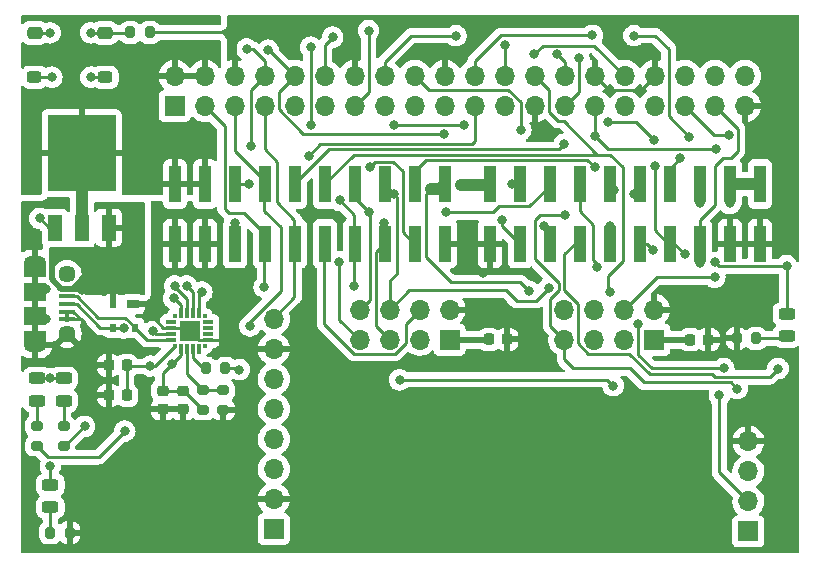
<source format=gbr>
%TF.GenerationSoftware,KiCad,Pcbnew,(6.0.9-dirty)*%
%TF.CreationDate,2022-12-30T08:50:27-06:00*%
%TF.ProjectId,parthiv_pcb_v2,70617274-6869-4765-9f70-63625f76322e,rev?*%
%TF.SameCoordinates,Original*%
%TF.FileFunction,Copper,L1,Top*%
%TF.FilePolarity,Positive*%
%FSLAX46Y46*%
G04 Gerber Fmt 4.6, Leading zero omitted, Abs format (unit mm)*
G04 Created by KiCad (PCBNEW (6.0.9-dirty)) date 2022-12-30 08:50:27*
%MOMM*%
%LPD*%
G01*
G04 APERTURE LIST*
G04 Aperture macros list*
%AMRoundRect*
0 Rectangle with rounded corners*
0 $1 Rounding radius*
0 $2 $3 $4 $5 $6 $7 $8 $9 X,Y pos of 4 corners*
0 Add a 4 corners polygon primitive as box body*
4,1,4,$2,$3,$4,$5,$6,$7,$8,$9,$2,$3,0*
0 Add four circle primitives for the rounded corners*
1,1,$1+$1,$2,$3*
1,1,$1+$1,$4,$5*
1,1,$1+$1,$6,$7*
1,1,$1+$1,$8,$9*
0 Add four rect primitives between the rounded corners*
20,1,$1+$1,$2,$3,$4,$5,0*
20,1,$1+$1,$4,$5,$6,$7,0*
20,1,$1+$1,$6,$7,$8,$9,0*
20,1,$1+$1,$8,$9,$2,$3,0*%
G04 Aperture macros list end*
%TA.AperFunction,SMDPad,CuDef*%
%ADD10R,1.200000X2.200000*%
%TD*%
%TA.AperFunction,SMDPad,CuDef*%
%ADD11R,5.800000X6.400000*%
%TD*%
%TA.AperFunction,SMDPad,CuDef*%
%ADD12RoundRect,0.225000X-0.250000X0.225000X-0.250000X-0.225000X0.250000X-0.225000X0.250000X0.225000X0*%
%TD*%
%TA.AperFunction,SMDPad,CuDef*%
%ADD13RoundRect,0.243750X0.456250X-0.243750X0.456250X0.243750X-0.456250X0.243750X-0.456250X-0.243750X0*%
%TD*%
%TA.AperFunction,SMDPad,CuDef*%
%ADD14RoundRect,0.225000X-0.225000X-0.250000X0.225000X-0.250000X0.225000X0.250000X-0.225000X0.250000X0*%
%TD*%
%TA.AperFunction,SMDPad,CuDef*%
%ADD15RoundRect,0.200000X-0.200000X-0.275000X0.200000X-0.275000X0.200000X0.275000X-0.200000X0.275000X0*%
%TD*%
%TA.AperFunction,SMDPad,CuDef*%
%ADD16R,1.000000X3.150000*%
%TD*%
%TA.AperFunction,ComponentPad*%
%ADD17R,1.700000X1.700000*%
%TD*%
%TA.AperFunction,ComponentPad*%
%ADD18O,1.700000X1.700000*%
%TD*%
%TA.AperFunction,SMDPad,CuDef*%
%ADD19RoundRect,0.200000X-0.275000X0.200000X-0.275000X-0.200000X0.275000X-0.200000X0.275000X0.200000X0*%
%TD*%
%TA.AperFunction,SMDPad,CuDef*%
%ADD20RoundRect,0.200000X0.200000X0.275000X-0.200000X0.275000X-0.200000X-0.275000X0.200000X-0.275000X0*%
%TD*%
%TA.AperFunction,SMDPad,CuDef*%
%ADD21RoundRect,0.251500X-0.386000X-0.251500X0.386000X-0.251500X0.386000X0.251500X-0.386000X0.251500X0*%
%TD*%
%TA.AperFunction,SMDPad,CuDef*%
%ADD22RoundRect,0.257750X-0.379750X-0.257750X0.379750X-0.257750X0.379750X0.257750X-0.379750X0.257750X0*%
%TD*%
%TA.AperFunction,SMDPad,CuDef*%
%ADD23RoundRect,0.237500X-0.387500X-0.237500X0.387500X-0.237500X0.387500X0.237500X-0.387500X0.237500X0*%
%TD*%
%TA.AperFunction,SMDPad,CuDef*%
%ADD24R,0.300000X0.300000*%
%TD*%
%TA.AperFunction,SMDPad,CuDef*%
%ADD25R,0.900000X0.300000*%
%TD*%
%TA.AperFunction,SMDPad,CuDef*%
%ADD26R,0.300000X0.900000*%
%TD*%
%TA.AperFunction,SMDPad,CuDef*%
%ADD27R,1.800000X1.800000*%
%TD*%
%TA.AperFunction,SMDPad,CuDef*%
%ADD28R,1.350000X0.400000*%
%TD*%
%TA.AperFunction,ComponentPad*%
%ADD29C,1.450000*%
%TD*%
%TA.AperFunction,SMDPad,CuDef*%
%ADD30R,1.900000X1.200000*%
%TD*%
%TA.AperFunction,SMDPad,CuDef*%
%ADD31R,1.900000X1.500000*%
%TD*%
%TA.AperFunction,ComponentPad*%
%ADD32O,1.900000X1.200000*%
%TD*%
%TA.AperFunction,SMDPad,CuDef*%
%ADD33RoundRect,0.225000X0.225000X0.250000X-0.225000X0.250000X-0.225000X-0.250000X0.225000X-0.250000X0*%
%TD*%
%TA.AperFunction,SMDPad,CuDef*%
%ADD34R,1.000000X0.700000*%
%TD*%
%TA.AperFunction,SMDPad,CuDef*%
%ADD35R,0.600000X0.700000*%
%TD*%
%TA.AperFunction,SMDPad,CuDef*%
%ADD36RoundRect,0.200000X0.275000X-0.200000X0.275000X0.200000X-0.275000X0.200000X-0.275000X-0.200000X0*%
%TD*%
%TA.AperFunction,ViaPad*%
%ADD37C,0.800000*%
%TD*%
%TA.AperFunction,Conductor*%
%ADD38C,0.250000*%
%TD*%
%TA.AperFunction,Conductor*%
%ADD39C,1.000000*%
%TD*%
%TA.AperFunction,Conductor*%
%ADD40C,0.500000*%
%TD*%
G04 APERTURE END LIST*
D10*
%TO.P,Q1,1,G*%
%TO.N,/CP2102N/nRESET*%
X106686000Y-104276000D03*
D11*
%TO.P,Q1,2,D*%
%TO.N,+5V*%
X108966000Y-97976000D03*
D10*
X108966000Y-104276000D03*
%TO.P,Q1,3,S*%
%TO.N,VBUS*%
X111246000Y-104276000D03*
%TD*%
D12*
%TO.P,C5,1*%
%TO.N,+5V*%
X115824000Y-118097000D03*
%TO.P,C5,2*%
%TO.N,GND*%
X115824000Y-119647000D03*
%TD*%
D13*
%TO.P,D2,1,K*%
%TO.N,Net-(D1-Pad1)*%
X168656000Y-113459500D03*
%TO.P,D2,2,A*%
%TO.N,GPIO27*%
X168656000Y-111584500D03*
%TD*%
D14*
%TO.P,C2,1*%
%TO.N,+3V3*%
X160475000Y-113766000D03*
%TO.P,C2,2*%
%TO.N,GND*%
X162025000Y-113766000D03*
%TD*%
D15*
%TO.P,R8,1*%
%TO.N,Net-(D5-Pad1)*%
X106275000Y-130100000D03*
%TO.P,R8,2*%
%TO.N,GND*%
X107925000Y-130100000D03*
%TD*%
D16*
%TO.P,J1,1,Pin_1*%
%TO.N,GND*%
X116840000Y-105634000D03*
%TO.P,J1,2,Pin_2*%
%TO.N,+5V*%
X116840000Y-100584000D03*
%TO.P,J1,3,Pin_3*%
%TO.N,GND*%
X119380000Y-105634000D03*
%TO.P,J1,4,Pin_4*%
%TO.N,+5V*%
X119380000Y-100584000D03*
%TO.P,J1,5,Pin_5*%
%TO.N,GPIO0*%
X121920000Y-105634000D03*
%TO.P,J1,6,Pin_6*%
%TO.N,GPIO1*%
X121920000Y-100584000D03*
%TO.P,J1,7,Pin_7*%
%TO.N,GPIO2*%
X124460000Y-105634000D03*
%TO.P,J1,8,Pin_8*%
%TO.N,GPIO3*%
X124460000Y-100584000D03*
%TO.P,J1,9,Pin_9*%
%TO.N,GPIO4*%
X127000000Y-105634000D03*
%TO.P,J1,10,Pin_10*%
%TO.N,GPIO5*%
X127000000Y-100584000D03*
%TO.P,J1,11,Pin_11*%
%TO.N,GPIO6*%
X129540000Y-105634000D03*
%TO.P,J1,12,Pin_12*%
%TO.N,GPIO7*%
X129540000Y-100584000D03*
%TO.P,J1,13,Pin_13*%
%TO.N,GPIO8*%
X132080000Y-105634000D03*
%TO.P,J1,14,Pin_14*%
%TO.N,GPIO9*%
X132080000Y-100584000D03*
%TO.P,J1,15,Pin_15*%
%TO.N,GPIO10*%
X134620000Y-105634000D03*
%TO.P,J1,16,Pin_16*%
%TO.N,GPIO11*%
X134620000Y-100584000D03*
%TO.P,J1,17,Pin_17*%
%TO.N,GPIO12*%
X137160000Y-105634000D03*
%TO.P,J1,18,Pin_18*%
%TO.N,GPIO13*%
X137160000Y-100584000D03*
%TO.P,J1,19,Pin_19*%
%TO.N,GND*%
X139700000Y-105634000D03*
%TO.P,J1,20,Pin_20*%
%TO.N,+3V3*%
X139700000Y-100584000D03*
%TD*%
D13*
%TO.P,D3,1,K*%
%TO.N,Net-(D3-Pad1)*%
X105156000Y-118920500D03*
%TO.P,D3,2,A*%
%TO.N,+5V*%
X105156000Y-117045500D03*
%TD*%
D17*
%TO.P,U3,1,VCC*%
%TO.N,+3V3*%
X157430666Y-113766000D03*
D18*
%TO.P,U3,2,GND*%
%TO.N,GND*%
X157430666Y-111226000D03*
%TO.P,U3,3,~{CSN}*%
%TO.N,GPIO7*%
X154890666Y-113766000D03*
%TO.P,U3,4,CE*%
%TO.N,GPIO5*%
X154890666Y-111226000D03*
%TO.P,U3,5,MOSI*%
%TO.N,GPIO10*%
X152350666Y-113766000D03*
%TO.P,U3,6,SCK*%
%TO.N,GPIO11*%
X152350666Y-111226000D03*
%TO.P,U3,7,IRQ*%
%TO.N,GPIO23*%
X149810666Y-113766000D03*
%TO.P,U3,8,MISO*%
%TO.N,GPIO9*%
X149810666Y-111226000D03*
%TD*%
D19*
%TO.P,R7,1*%
%TO.N,Net-(D4-Pad1)*%
X107442000Y-121095000D03*
%TO.P,R7,2*%
%TO.N,/CP2102N/nTXLED*%
X107442000Y-122745000D03*
%TD*%
D17*
%TO.P,J4,1,VCC*%
%TO.N,+3V3*%
X125222000Y-129794000D03*
D18*
%TO.P,J4,2,GND*%
%TO.N,GND*%
X125222000Y-127254000D03*
%TO.P,J4,3,SCL*%
%TO.N,GPIO3*%
X125222000Y-124714000D03*
%TO.P,J4,4,SDA*%
%TO.N,GPIO2*%
X125222000Y-122174000D03*
%TO.P,J4,5,XDA*%
%TO.N,unconnected-(J4-Pad5)*%
X125222000Y-119634000D03*
%TO.P,J4,6,XCL*%
%TO.N,unconnected-(J4-Pad6)*%
X125222000Y-117094000D03*
%TO.P,J4,7,AD0*%
%TO.N,GND*%
X125222000Y-114554000D03*
%TO.P,J4,8,INT*%
%TO.N,GPIO4*%
X125222000Y-112014000D03*
%TD*%
D20*
%TO.P,R2,1*%
%TO.N,Net-(D1-Pad1)*%
X166052000Y-113665000D03*
%TO.P,R2,2*%
%TO.N,GND*%
X164402000Y-113665000D03*
%TD*%
D21*
%TO.P,SW1,1,1*%
%TO.N,/CP2102N/nRESET*%
X110937500Y-87784000D03*
D22*
X104962500Y-87796500D03*
D23*
%TO.P,SW1,2,2*%
%TO.N,VBUS*%
X110950000Y-91537000D03*
X104950000Y-91537000D03*
%TD*%
D24*
%TO.P,U1,1,RS485/GPIO.1*%
%TO.N,unconnected-(U1-Pad1)*%
X116860000Y-111780000D03*
D25*
%TO.P,U1,2,CLK/GPIO.0*%
%TO.N,unconnected-(U1-Pad2)*%
X116560000Y-112280000D03*
%TO.P,U1,3,GND*%
%TO.N,GND*%
X116560000Y-112780000D03*
%TO.P,U1,4,D+*%
%TO.N,/CP2102N/USBD+*%
X116560000Y-113280000D03*
%TO.P,U1,5,D-*%
%TO.N,/CP2102N/USBD-*%
X116560000Y-113780000D03*
D24*
%TO.P,U1,6,VDD*%
%TO.N,+3V3*%
X116860000Y-114280000D03*
D26*
%TO.P,U1,7,VREGIN*%
%TO.N,+5V*%
X117360000Y-114580000D03*
%TO.P,U1,8,VBUS*%
%TO.N,/CP2102N/VBUS_DIV*%
X117860000Y-114580000D03*
%TO.P,U1,9,~{RST}*%
%TO.N,Net-(R3-Pad2)*%
X118360000Y-114580000D03*
%TO.P,U1,10,NC*%
%TO.N,unconnected-(U1-Pad10)*%
X118860000Y-114580000D03*
D24*
%TO.P,U1,11,~{SUSPEND}*%
%TO.N,unconnected-(U1-Pad11)*%
X119360000Y-114280000D03*
D25*
%TO.P,U1,12,GND*%
%TO.N,GND*%
X119660000Y-113780000D03*
%TO.P,U1,13,~{WAKEUP}*%
%TO.N,unconnected-(U1-Pad13)*%
X119660000Y-113280000D03*
%TO.P,U1,14,SUSPEND*%
%TO.N,unconnected-(U1-Pad14)*%
X119660000Y-112780000D03*
%TO.P,U1,15,~{CTS}*%
%TO.N,unconnected-(U1-Pad15)*%
X119660000Y-112280000D03*
D24*
%TO.P,U1,16,~{RTS}*%
%TO.N,unconnected-(U1-Pad16)*%
X119360000Y-111780000D03*
D26*
%TO.P,U1,17,RXD*%
%TO.N,GPIO14*%
X118860000Y-111480000D03*
%TO.P,U1,18,TXD*%
%TO.N,GPIO15*%
X118360000Y-111480000D03*
%TO.P,U1,19,~{RXT}/GPIO.3*%
%TO.N,/CP2102N/nRXLED*%
X117860000Y-111480000D03*
%TO.P,U1,20,~{TXT}/GPIO.2*%
%TO.N,/CP2102N/nTXLED*%
X117360000Y-111480000D03*
D27*
%TO.P,U1,21,GND*%
%TO.N,GND*%
X118110000Y-113030000D03*
%TD*%
D16*
%TO.P,J2,1,Pin_1*%
%TO.N,GND*%
X143510000Y-105634000D03*
%TO.P,J2,2,Pin_2*%
%TO.N,+3V3*%
X143510000Y-100584000D03*
%TO.P,J2,3,Pin_3*%
%TO.N,GPIO14*%
X146050000Y-105634000D03*
%TO.P,J2,4,Pin_4*%
%TO.N,GPIO15*%
X146050000Y-100584000D03*
%TO.P,J2,5,Pin_5*%
%TO.N,GPIO16*%
X148590000Y-105634000D03*
%TO.P,J2,6,Pin_6*%
%TO.N,GPIO17*%
X148590000Y-100584000D03*
%TO.P,J2,7,Pin_7*%
%TO.N,GPIO18*%
X151130000Y-105634000D03*
%TO.P,J2,8,Pin_8*%
%TO.N,GPIO19*%
X151130000Y-100584000D03*
%TO.P,J2,9,Pin_9*%
%TO.N,GPIO20*%
X153670000Y-105634000D03*
%TO.P,J2,10,Pin_10*%
%TO.N,GPIO21*%
X153670000Y-100584000D03*
%TO.P,J2,11,Pin_11*%
%TO.N,GPIO22*%
X156210000Y-105634000D03*
%TO.P,J2,12,Pin_12*%
%TO.N,GPIO23*%
X156210000Y-100584000D03*
%TO.P,J2,13,Pin_13*%
%TO.N,GPIO24*%
X158750000Y-105634000D03*
%TO.P,J2,14,Pin_14*%
%TO.N,GPIO25*%
X158750000Y-100584000D03*
%TO.P,J2,15,Pin_15*%
%TO.N,GPIO26*%
X161290000Y-105634000D03*
%TO.P,J2,16,Pin_16*%
%TO.N,GPIO27*%
X161290000Y-100584000D03*
%TO.P,J2,17,Pin_17*%
%TO.N,GND*%
X163830000Y-105634000D03*
%TO.P,J2,18,Pin_18*%
%TO.N,+3V3*%
X163830000Y-100584000D03*
%TO.P,J2,19,Pin_19*%
%TO.N,GND*%
X166370000Y-105634000D03*
%TO.P,J2,20,Pin_20*%
%TO.N,+3V3*%
X166370000Y-100584000D03*
%TD*%
D13*
%TO.P,D4,1,K*%
%TO.N,Net-(D4-Pad1)*%
X107442000Y-118920500D03*
%TO.P,D4,2,A*%
%TO.N,+5V*%
X107442000Y-117045500D03*
%TD*%
D28*
%TO.P,J3,1,VBUS*%
%TO.N,VBUS*%
X107716500Y-109444000D03*
%TO.P,J3,2,D-*%
%TO.N,/CP2102N/USBD-*%
X107716500Y-110094000D03*
%TO.P,J3,3,D+*%
%TO.N,/CP2102N/USBD+*%
X107716500Y-110744000D03*
%TO.P,J3,4,ID*%
%TO.N,GND*%
X107716500Y-111394000D03*
%TO.P,J3,5,GND*%
X107716500Y-112044000D03*
D29*
%TO.P,J3,6,Shield*%
X107716500Y-113244000D03*
D30*
X105016500Y-107844000D03*
D31*
X105016500Y-109744000D03*
X105016500Y-111744000D03*
D32*
X105016500Y-107244000D03*
X105016500Y-114244000D03*
D29*
X107716500Y-108244000D03*
D30*
X105016500Y-113644000D03*
%TD*%
D17*
%TO.P,U2,1,VCC*%
%TO.N,+3V3*%
X140100000Y-113766000D03*
D18*
%TO.P,U2,2,GND*%
%TO.N,GND*%
X140100000Y-111226000D03*
%TO.P,U2,3,~{CSN}*%
%TO.N,GPIO8*%
X137560000Y-113766000D03*
%TO.P,U2,4,CE*%
%TO.N,GPIO6*%
X137560000Y-111226000D03*
%TO.P,U2,5,MOSI*%
%TO.N,GPIO10*%
X135020000Y-113766000D03*
%TO.P,U2,6,SCK*%
%TO.N,GPIO11*%
X135020000Y-111226000D03*
%TO.P,U2,7,IRQ*%
%TO.N,GPIO22*%
X132480000Y-113766000D03*
%TO.P,U2,8,MISO*%
%TO.N,GPIO9*%
X132480000Y-111226000D03*
%TD*%
D14*
%TO.P,C1,1*%
%TO.N,+3V3*%
X143425000Y-113750000D03*
%TO.P,C1,2*%
%TO.N,GND*%
X144975000Y-113750000D03*
%TD*%
D33*
%TO.P,C3,1*%
%TO.N,+3V3*%
X112789000Y-115951000D03*
%TO.P,C3,2*%
%TO.N,GND*%
X111239000Y-115951000D03*
%TD*%
D15*
%TO.P,R1,1*%
%TO.N,/CP2102N/nRESET*%
X113075000Y-87757000D03*
%TO.P,R1,2*%
%TO.N,GND*%
X114725000Y-87757000D03*
%TD*%
D12*
%TO.P,C6,1*%
%TO.N,+5V*%
X117532666Y-118097000D03*
%TO.P,C6,2*%
%TO.N,GND*%
X117532666Y-119647000D03*
%TD*%
D19*
%TO.P,R6,1*%
%TO.N,Net-(D3-Pad1)*%
X105156000Y-121095000D03*
%TO.P,R6,2*%
%TO.N,/CP2102N/nRXLED*%
X105156000Y-122745000D03*
%TD*%
D20*
%TO.P,R3,1*%
%TO.N,+3V3*%
X121125000Y-116200000D03*
%TO.P,R3,2*%
%TO.N,Net-(R3-Pad2)*%
X119475000Y-116200000D03*
%TD*%
D33*
%TO.P,C4,1*%
%TO.N,+3V3*%
X112789000Y-118491000D03*
%TO.P,C4,2*%
%TO.N,GND*%
X111239000Y-118491000D03*
%TD*%
D17*
%TO.P,J5,1,VCC*%
%TO.N,+3V3*%
X165404800Y-129997200D03*
D18*
%TO.P,J5,2,TRIG*%
%TO.N,GPIO26*%
X165404800Y-127457200D03*
%TO.P,J5,3,ECHO*%
%TO.N,GPIO24*%
X165404800Y-124917200D03*
%TO.P,J5,4,GND*%
%TO.N,GND*%
X165404800Y-122377200D03*
%TD*%
D13*
%TO.P,D5,1,K*%
%TO.N,Net-(D5-Pad1)*%
X106300000Y-127937500D03*
%TO.P,D5,2,A*%
%TO.N,+5V*%
X106300000Y-126062500D03*
%TD*%
D34*
%TO.P,D1,1,A*%
%TO.N,GND*%
X113272000Y-110760000D03*
D35*
%TO.P,D1,2,K*%
%TO.N,VBUS*%
X111572000Y-110760000D03*
%TO.P,D1,3,K*%
%TO.N,/CP2102N/USBD+*%
X111572000Y-112760000D03*
%TO.P,D1,4,K*%
%TO.N,/CP2102N/USBD-*%
X113472000Y-112760000D03*
%TD*%
D19*
%TO.P,R5,1*%
%TO.N,/CP2102N/VBUS_DIV*%
X120950000Y-118047000D03*
%TO.P,R5,2*%
%TO.N,GND*%
X120950000Y-119697000D03*
%TD*%
D36*
%TO.P,R4,1*%
%TO.N,+5V*%
X119241332Y-119697000D03*
%TO.P,R4,2*%
%TO.N,/CP2102N/VBUS_DIV*%
X119241332Y-118047000D03*
%TD*%
D17*
%TO.P,J6,1,3V3*%
%TO.N,+3V3*%
X116840000Y-93980000D03*
D18*
%TO.P,J6,2,5V*%
%TO.N,+5V*%
X116840000Y-91440000D03*
%TO.P,J6,3,SDA/GPIO2*%
%TO.N,GPIO2*%
X119380000Y-93980000D03*
%TO.P,J6,4,5V*%
%TO.N,+5V*%
X119380000Y-91440000D03*
%TO.P,J6,5,SCL/GPIO3*%
%TO.N,GPIO3*%
X121920000Y-93980000D03*
%TO.P,J6,6,GND*%
%TO.N,GND*%
X121920000Y-91440000D03*
%TO.P,J6,7,GCLK0/GPIO4*%
%TO.N,GPIO4*%
X124460000Y-93980000D03*
%TO.P,J6,8,GPIO14/TXD*%
%TO.N,GPIO14*%
X124460000Y-91440000D03*
%TO.P,J6,9,GND*%
%TO.N,GND*%
X127000000Y-93980000D03*
%TO.P,J6,10,GPIO15/RXD*%
%TO.N,GPIO15*%
X127000000Y-91440000D03*
%TO.P,J6,11,GPIO17*%
%TO.N,GPIO17*%
X129540000Y-93980000D03*
%TO.P,J6,12,GPIO18/PWM0*%
%TO.N,GPIO18*%
X129540000Y-91440000D03*
%TO.P,J6,13,GPIO27*%
%TO.N,GPIO27*%
X132080000Y-93980000D03*
%TO.P,J6,14,GND*%
%TO.N,GND*%
X132080000Y-91440000D03*
%TO.P,J6,15,GPIO22*%
%TO.N,GPIO22*%
X134620000Y-93980000D03*
%TO.P,J6,16,GPIO23*%
%TO.N,GPIO23*%
X134620000Y-91440000D03*
%TO.P,J6,17,3V3*%
%TO.N,+3V3*%
X137160000Y-93980000D03*
%TO.P,J6,18,GPIO24*%
%TO.N,GPIO24*%
X137160000Y-91440000D03*
%TO.P,J6,19,MOSI0/GPIO10*%
%TO.N,GPIO10*%
X139700000Y-93980000D03*
%TO.P,J6,20,GND*%
%TO.N,GND*%
X139700000Y-91440000D03*
%TO.P,J6,21,MISO0/GPIO9*%
%TO.N,GPIO9*%
X142240000Y-93980000D03*
%TO.P,J6,22,GPIO25*%
%TO.N,GPIO25*%
X142240000Y-91440000D03*
%TO.P,J6,23,SCLK0/GPIO11*%
%TO.N,GPIO11*%
X144780000Y-93980000D03*
%TO.P,J6,24,~{CE0}/GPIO8*%
%TO.N,GPIO8*%
X144780000Y-91440000D03*
%TO.P,J6,25,GND*%
%TO.N,GND*%
X147320000Y-93980000D03*
%TO.P,J6,26,~{CE1}/GPIO7*%
%TO.N,GPIO7*%
X147320000Y-91440000D03*
%TO.P,J6,27,ID_SD/GPIO0*%
%TO.N,GPIO0*%
X149860000Y-93980000D03*
%TO.P,J6,28,ID_SC/GPIO1*%
%TO.N,GPIO1*%
X149860000Y-91440000D03*
%TO.P,J6,29,GCLK1/GPIO5*%
%TO.N,GPIO5*%
X152400000Y-93980000D03*
%TO.P,J6,30,GND*%
%TO.N,GND*%
X152400000Y-91440000D03*
%TO.P,J6,31,GCLK2/GPIO6*%
%TO.N,GPIO6*%
X154940000Y-93980000D03*
%TO.P,J6,32,PWM0/GPIO12*%
%TO.N,GPIO12*%
X154940000Y-91440000D03*
%TO.P,J6,33,PWM1/GPIO13*%
%TO.N,GPIO13*%
X157480000Y-93980000D03*
%TO.P,J6,34,GND*%
%TO.N,GND*%
X157480000Y-91440000D03*
%TO.P,J6,35,GPIO19/MISO1*%
%TO.N,GPIO19*%
X160020000Y-93980000D03*
%TO.P,J6,36,GPIO16*%
%TO.N,GPIO16*%
X160020000Y-91440000D03*
%TO.P,J6,37,GPIO26*%
%TO.N,GPIO26*%
X162560000Y-93980000D03*
%TO.P,J6,38,GPIO20/MOSI1*%
%TO.N,GPIO20*%
X162560000Y-91440000D03*
%TO.P,J6,39,GND*%
%TO.N,GND*%
X165100000Y-93980000D03*
%TO.P,J6,40,GPIO21/SCLK1*%
%TO.N,GPIO21*%
X165100000Y-91440000D03*
%TD*%
D37*
%TO.N,+3V3*%
X114750000Y-116000000D03*
X141070000Y-100630000D03*
X146837400Y-109651800D03*
X164973000Y-100584000D03*
X138500000Y-101000000D03*
X163830000Y-102235000D03*
X122300000Y-116300000D03*
%TO.N,+5V*%
X106300000Y-124460000D03*
X116586000Y-115824000D03*
X106300000Y-117050000D03*
X114600000Y-101000000D03*
%TO.N,GND*%
X105918000Y-109474000D03*
X142944000Y-108100000D03*
X142944000Y-111226000D03*
X108600000Y-114800000D03*
X105918000Y-112014000D03*
X128200000Y-103000000D03*
%TO.N,/CP2102N/USBD+*%
X115000000Y-113050000D03*
X112500000Y-112760000D03*
%TO.N,/CP2102N/nTXLED*%
X116750000Y-110250000D03*
X109200000Y-121100000D03*
%TO.N,GPIO27*%
X162610800Y-107213400D03*
X161290000Y-102235000D03*
X133250000Y-87590000D03*
X168634500Y-107500000D03*
%TO.N,GPIO2*%
X124400000Y-109300000D03*
%TO.N,GPIO3*%
X123200000Y-112600000D03*
%TO.N,GPIO14*%
X119126000Y-109728000D03*
X144526000Y-103632000D03*
X123300000Y-97350000D03*
X122936000Y-89154000D03*
%TO.N,GPIO15*%
X145415000Y-100584000D03*
X124750000Y-89250000D03*
X117856000Y-109220000D03*
X139598400Y-96367600D03*
%TO.N,GPIO17*%
X139827000Y-102997000D03*
%TO.N,GPIO18*%
X130210000Y-88150000D03*
X167910000Y-116214400D03*
%TO.N,GPIO22*%
X135874000Y-117160000D03*
X157353000Y-106172000D03*
X130780000Y-107150000D03*
X153949400Y-117652800D03*
%TO.N,GPIO23*%
X140640000Y-88020000D03*
X155702000Y-101473000D03*
X164439600Y-117906800D03*
X149860000Y-103225000D03*
%TO.N,GPIO24*%
X157480000Y-99060000D03*
X157400000Y-96860000D03*
X160020000Y-106553000D03*
X146130000Y-96000000D03*
X153500000Y-95370000D03*
%TO.N,GPIO10*%
X134575000Y-103925000D03*
%TO.N,GPIO9*%
X133320500Y-102929500D03*
X128200000Y-98175000D03*
%TO.N,GPIO25*%
X155720850Y-88019150D03*
X160390000Y-96600000D03*
X159634701Y-98420701D03*
X152200000Y-88000000D03*
%TO.N,GPIO11*%
X141350000Y-95550000D03*
X148549000Y-109351000D03*
X135415000Y-101409000D03*
X135415000Y-95550000D03*
%TO.N,GPIO8*%
X128350000Y-89000000D03*
X130800000Y-101975000D03*
X144775000Y-88825000D03*
X128350000Y-95625000D03*
X132050000Y-109220000D03*
%TO.N,GPIO7*%
X153670000Y-109728000D03*
%TO.N,GPIO0*%
X121900000Y-103925000D03*
X151050000Y-89925000D03*
%TO.N,GPIO1*%
X123100000Y-100600000D03*
X149180000Y-89600000D03*
%TO.N,GPIO5*%
X162560000Y-108475000D03*
X149775000Y-97225000D03*
X162687000Y-97637600D03*
X152400000Y-96500000D03*
%TO.N,GPIO12*%
X133370000Y-99130000D03*
X147270000Y-89590000D03*
%TO.N,GPIO13*%
X152400000Y-99187000D03*
%TO.N,GPIO19*%
X163322000Y-116205000D03*
X152583000Y-107625000D03*
X163770000Y-96430000D03*
X156050000Y-112450000D03*
%TO.N,GPIO16*%
X148082000Y-104140000D03*
%TO.N,GPIO26*%
X161290000Y-107315000D03*
X162941000Y-118491000D03*
%TO.N,GPIO20*%
X153670000Y-104140000D03*
%TO.N,GPIO21*%
X154051000Y-101092000D03*
%TO.N,VBUS*%
X106426000Y-91543000D03*
X109728000Y-91543000D03*
X113665000Y-102870000D03*
%TO.N,/CP2102N/nRESET*%
X106273600Y-87781000D03*
X105410000Y-103505000D03*
X109728000Y-87781000D03*
%TO.N,/CP2102N/nRXLED*%
X112600000Y-121500000D03*
X116840000Y-109220000D03*
%TD*%
D38*
%TO.N,/CP2102N/USBD-*%
X110324828Y-111900000D02*
X112665305Y-111900000D01*
%TO.N,+3V3*%
X138100000Y-106789000D02*
X140211000Y-108900000D01*
X112789000Y-115951000D02*
X112789000Y-118491000D01*
X122200000Y-116200000D02*
X122300000Y-116300000D01*
X138500000Y-101000000D02*
X138100000Y-101400000D01*
X115140000Y-116000000D02*
X114750000Y-116000000D01*
D39*
X141070000Y-100630000D02*
X143469000Y-100630000D01*
D38*
X140211000Y-108900000D02*
X146085600Y-108900000D01*
D40*
X140100000Y-113766000D02*
X143409000Y-113766000D01*
X157430666Y-113766000D02*
X160475000Y-113766000D01*
D39*
X163830000Y-100584000D02*
X164973000Y-100584000D01*
X139289000Y-101000000D02*
X139700000Y-100589000D01*
D40*
X143409000Y-113766000D02*
X143425000Y-113750000D01*
D39*
X138500000Y-101000000D02*
X139289000Y-101000000D01*
D38*
X112838000Y-116000000D02*
X112789000Y-115951000D01*
D39*
X164973000Y-100584000D02*
X166370000Y-100584000D01*
D38*
X121125000Y-116200000D02*
X122200000Y-116200000D01*
X116860000Y-114280000D02*
X115140000Y-116000000D01*
D39*
X143469000Y-100630000D02*
X143510000Y-100589000D01*
D38*
X138100000Y-101400000D02*
X138100000Y-106789000D01*
X114750000Y-116000000D02*
X112838000Y-116000000D01*
X146085600Y-108900000D02*
X146837400Y-109651800D01*
D39*
%TO.N,+5V*%
X108966000Y-104276000D02*
X108966000Y-97976000D01*
D38*
X115824000Y-118097000D02*
X117532666Y-118097000D01*
X107442000Y-117045500D02*
X106304500Y-117045500D01*
X106300000Y-124460000D02*
X106300000Y-126062500D01*
X115824000Y-116586000D02*
X115824000Y-118097000D01*
X117360000Y-114580000D02*
X117360000Y-115050000D01*
X117641332Y-118097000D02*
X119241332Y-119697000D01*
X106304500Y-117045500D02*
X106300000Y-117050000D01*
X106295500Y-117045500D02*
X106300000Y-117050000D01*
X117500000Y-118097000D02*
X117650000Y-118097000D01*
X116586000Y-115824000D02*
X115824000Y-116586000D01*
X117360000Y-115050000D02*
X116586000Y-115824000D01*
X117532666Y-118097000D02*
X117641332Y-118097000D01*
X105156000Y-117045500D02*
X106295500Y-117045500D01*
%TO.N,GND*%
X118110000Y-113030000D02*
X117860000Y-112780000D01*
X108219000Y-111394000D02*
X109220000Y-112395000D01*
X121157000Y-87757000D02*
X114725000Y-87757000D01*
X108869000Y-112044000D02*
X109220000Y-112395000D01*
X156305000Y-92615000D02*
X157480000Y-91440000D01*
X119660000Y-113780000D02*
X121285000Y-113780000D01*
X119660000Y-113780000D02*
X118860000Y-113780000D01*
X115880000Y-112780000D02*
X115150000Y-112050000D01*
X121157000Y-87757000D02*
X121920000Y-88520000D01*
X152400000Y-91440000D02*
X153575000Y-92615000D01*
D40*
X105016500Y-107844000D02*
X105016500Y-113644000D01*
D38*
X116560000Y-112780000D02*
X115880000Y-112780000D01*
X121920000Y-88520000D02*
X121920000Y-91440000D01*
X107716500Y-111394000D02*
X108219000Y-111394000D01*
X117860000Y-112780000D02*
X116560000Y-112780000D01*
X107716500Y-112044000D02*
X108869000Y-112044000D01*
X109220000Y-112395000D02*
X109220000Y-113665000D01*
X118860000Y-113780000D02*
X118110000Y-113030000D01*
D40*
X113272000Y-110760000D02*
X114935000Y-110760000D01*
D38*
X153575000Y-92615000D02*
X156305000Y-92615000D01*
%TO.N,Net-(D1-Pad1)*%
X166052000Y-113665000D02*
X168450500Y-113665000D01*
X168450500Y-113665000D02*
X168656000Y-113459500D01*
%TO.N,Net-(R3-Pad2)*%
X118360000Y-115330000D02*
X118360000Y-114580000D01*
X119475000Y-116200000D02*
X119230000Y-116200000D01*
X119230000Y-116200000D02*
X118360000Y-115330000D01*
%TO.N,/CP2102N/USBD-*%
X107716500Y-110094000D02*
X108518828Y-110094000D01*
D40*
X113472000Y-112760000D02*
X113472000Y-112710000D01*
D38*
X108518828Y-110094000D02*
X110324828Y-111900000D01*
X112665305Y-111900000D02*
X113472000Y-112706695D01*
X113472000Y-112760000D02*
X114492000Y-113780000D01*
X116560000Y-113780000D02*
X114492000Y-113780000D01*
%TO.N,/CP2102N/USBD+*%
X110548432Y-112760000D02*
X111572000Y-112760000D01*
X116560000Y-113280000D02*
X115230000Y-113280000D01*
X107716500Y-110744000D02*
X108532432Y-110744000D01*
X111572000Y-112760000D02*
X112500000Y-112760000D01*
X108532432Y-110744000D02*
X110548432Y-112760000D01*
X115230000Y-113280000D02*
X115000000Y-113050000D01*
%TO.N,Net-(D3-Pad1)*%
X105156000Y-121095000D02*
X105156000Y-118920500D01*
%TO.N,Net-(D4-Pad1)*%
X107442000Y-118920500D02*
X107442000Y-121095000D01*
%TO.N,/CP2102N/nTXLED*%
X116750000Y-110250000D02*
X117360000Y-110860000D01*
X107442000Y-122745000D02*
X109200000Y-121100000D01*
X117360000Y-110860000D02*
X117360000Y-111480000D01*
%TO.N,GPIO27*%
X168634500Y-111563000D02*
X168656000Y-111584500D01*
X162610800Y-107213400D02*
X162931400Y-107534000D01*
X133255000Y-92805000D02*
X133255000Y-87595000D01*
X162931400Y-107534000D02*
X168600500Y-107534000D01*
X168634500Y-107500000D02*
X168634500Y-111563000D01*
X133255000Y-87595000D02*
X133250000Y-87590000D01*
X132080000Y-93980000D02*
X133255000Y-92805000D01*
%TO.N,GPIO2*%
X124430000Y-105634000D02*
X124430000Y-109270000D01*
X121065000Y-102675400D02*
X121412000Y-103022400D01*
X124430000Y-104770400D02*
X124430000Y-105634000D01*
X122682000Y-103022400D02*
X124430000Y-104770400D01*
X124400000Y-109300000D02*
X124430000Y-109270000D01*
X121065000Y-95665000D02*
X121065000Y-102675400D01*
X124430000Y-104872000D02*
X124430000Y-106665000D01*
X119380000Y-93980000D02*
X121065000Y-95665000D01*
X121412000Y-103022400D02*
X122682000Y-103022400D01*
%TO.N,GPIO3*%
X123200000Y-112252299D02*
X123200000Y-112600000D01*
X121920000Y-93980000D02*
X121920000Y-97790000D01*
X124430000Y-100584000D02*
X124430000Y-102830000D01*
X124460000Y-100330000D02*
X124460000Y-100584000D01*
X121920000Y-97790000D02*
X124460000Y-100330000D01*
X125800000Y-104200000D02*
X125800000Y-109652299D01*
X125800000Y-109652299D02*
X123200000Y-112252299D01*
X124430000Y-102830000D02*
X125800000Y-104200000D01*
%TO.N,GPIO4*%
X126970000Y-105634000D02*
X126970000Y-110144000D01*
X125500000Y-98700000D02*
X124460000Y-97660000D01*
X125500000Y-102150000D02*
X125500000Y-98700000D01*
X126970000Y-110144000D02*
X125115000Y-111999000D01*
X126970000Y-103620000D02*
X125500000Y-102150000D01*
X124460000Y-97660000D02*
X124460000Y-93980000D01*
X126970000Y-105634000D02*
X126970000Y-103620000D01*
%TO.N,GPIO14*%
X144526000Y-104110000D02*
X146050000Y-105634000D01*
X118860000Y-111480000D02*
X118860000Y-109994000D01*
X144526000Y-103632000D02*
X144526000Y-104110000D01*
X123444000Y-89154000D02*
X124460000Y-90170000D01*
X124460000Y-91440000D02*
X123285000Y-92615000D01*
X122936000Y-89154000D02*
X123444000Y-89154000D01*
X123285000Y-92615000D02*
X123285000Y-97335000D01*
X118860000Y-109994000D02*
X119126000Y-109728000D01*
X124460000Y-90170000D02*
X124460000Y-91440000D01*
X123285000Y-97335000D02*
X123300000Y-97350000D01*
%TO.N,GPIO15*%
X127718299Y-96360000D02*
X139590800Y-96360000D01*
X118360000Y-109724000D02*
X118360000Y-111480000D01*
X124750000Y-89250000D02*
X124810000Y-89250000D01*
X125635000Y-94276701D02*
X127718299Y-96360000D01*
X117856000Y-109220000D02*
X118360000Y-109724000D01*
X124810000Y-89250000D02*
X127000000Y-91440000D01*
X139590800Y-96360000D02*
X139598400Y-96367600D01*
X125635000Y-92805000D02*
X125635000Y-94276701D01*
X127000000Y-91440000D02*
X125635000Y-92805000D01*
%TO.N,GPIO17*%
X146870000Y-102489000D02*
X144272000Y-102489000D01*
X143764000Y-102997000D02*
X144272000Y-102489000D01*
X139827000Y-102997000D02*
X143764000Y-102997000D01*
X148590000Y-100769000D02*
X146870000Y-102489000D01*
X148590000Y-100584000D02*
X148590000Y-100769000D01*
%TO.N,GPIO18*%
X150985666Y-110739299D02*
X150985666Y-114062701D01*
X149830000Y-109583633D02*
X150985666Y-110739299D01*
X157041000Y-116655000D02*
X162324200Y-116655000D01*
X162599200Y-116930000D02*
X167194400Y-116930000D01*
X155327000Y-114941000D02*
X157041000Y-116655000D01*
X149830000Y-106529000D02*
X149830000Y-109583633D01*
X129540000Y-88820000D02*
X129540000Y-91440000D01*
X150985666Y-114062701D02*
X151863965Y-114941000D01*
X151863965Y-114941000D02*
X155327000Y-114941000D01*
X162324200Y-116655000D02*
X162599200Y-116930000D01*
X130210000Y-88150000D02*
X129540000Y-88820000D01*
X167194400Y-116930000D02*
X167910000Y-116214400D01*
X150725000Y-105634000D02*
X149830000Y-106529000D01*
%TO.N,GPIO22*%
X156210000Y-105634000D02*
X156815000Y-105634000D01*
X135874000Y-117160000D02*
X145531800Y-117160000D01*
X145531800Y-117160000D02*
X153456600Y-117160000D01*
X153456600Y-117160000D02*
X153949400Y-117652800D01*
X130780000Y-107150000D02*
X130780000Y-112066000D01*
X156815000Y-105634000D02*
X157353000Y-106172000D01*
X130780000Y-112066000D02*
X132480000Y-113766000D01*
%TO.N,GPIO23*%
X163068000Y-117380000D02*
X163912800Y-117380000D01*
X136837919Y-88020000D02*
X140640000Y-88020000D01*
X149380000Y-109600000D02*
X148635666Y-110344334D01*
X149810666Y-113766000D02*
X149810666Y-115393666D01*
X163912800Y-117380000D02*
X164439600Y-117906800D01*
X149860000Y-103225000D02*
X147727000Y-103225000D01*
X148635666Y-112591000D02*
X149810666Y-113766000D01*
X147727000Y-103225000D02*
X147320000Y-103632000D01*
X149380000Y-108994000D02*
X149380000Y-109600000D01*
X149810666Y-115393666D02*
X150596600Y-116179600D01*
X148635666Y-110344334D02*
X148635666Y-112591000D01*
X156546800Y-117380000D02*
X163068000Y-117380000D01*
X134620000Y-90237919D02*
X136837919Y-88020000D01*
X155346400Y-116179600D02*
X156546800Y-117380000D01*
X154787600Y-116179600D02*
X155346400Y-116179600D01*
X134620000Y-91440000D02*
X134620000Y-90237919D01*
X150596600Y-116179600D02*
X154787600Y-116179600D01*
X147320000Y-106934000D02*
X149380000Y-108994000D01*
X147320000Y-103632000D02*
X147320000Y-106934000D01*
%TO.N,GPIO24*%
X158750000Y-105634000D02*
X159101000Y-105634000D01*
X153500000Y-95370000D02*
X155910000Y-95370000D01*
X155910000Y-95370000D02*
X157400000Y-96860000D01*
X137160000Y-91440000D02*
X138335000Y-92615000D01*
X157480000Y-104521000D02*
X158593000Y-105634000D01*
X138335000Y-92615000D02*
X145076701Y-92615000D01*
X146130000Y-93668299D02*
X146130000Y-96000000D01*
X145076701Y-92615000D02*
X146130000Y-93668299D01*
X159101000Y-105634000D02*
X160020000Y-106553000D01*
X157480000Y-99060000D02*
X157480000Y-104521000D01*
%TO.N,GPIO10*%
X134590000Y-105634000D02*
X133845000Y-106379000D01*
X133845000Y-106379000D02*
X133845000Y-112591000D01*
X133845000Y-112591000D02*
X135020000Y-113766000D01*
%TO.N,GPIO9*%
X133320500Y-102929500D02*
X133330000Y-102939000D01*
X132050000Y-101659000D02*
X133320500Y-102929500D01*
X129175000Y-97200000D02*
X128200000Y-98175000D01*
X142240000Y-93980000D02*
X142240000Y-96985000D01*
X133330000Y-102939000D02*
X133330000Y-110376000D01*
X133330000Y-110376000D02*
X132480000Y-111226000D01*
X142025000Y-97200000D02*
X129175000Y-97200000D01*
X132050000Y-100584000D02*
X132050000Y-101659000D01*
X142240000Y-96985000D02*
X142025000Y-97200000D01*
%TO.N,GPIO25*%
X157519150Y-88019150D02*
X155720850Y-88019150D01*
X160390000Y-96600000D02*
X158655000Y-94865000D01*
X158655000Y-94865000D02*
X158655000Y-89155000D01*
X152200000Y-88000000D02*
X144440000Y-88000000D01*
X158655000Y-89155000D02*
X157519150Y-88019150D01*
X142240000Y-90200000D02*
X142240000Y-91440000D01*
X158750000Y-100584000D02*
X158750000Y-99305402D01*
X144440000Y-88000000D02*
X142240000Y-90200000D01*
X158750000Y-99305402D02*
X159634701Y-98420701D01*
%TO.N,GPIO11*%
X148549000Y-109351000D02*
X147410000Y-110490000D01*
X145796000Y-110490000D02*
X144907000Y-109601000D01*
X135415000Y-95550000D02*
X141350000Y-95550000D01*
X135690000Y-101684000D02*
X135690000Y-108150000D01*
X135690000Y-108150000D02*
X135020000Y-108820000D01*
X147410000Y-110490000D02*
X145796000Y-110490000D01*
X144907000Y-109601000D02*
X136645000Y-109601000D01*
X135020000Y-108820000D02*
X135020000Y-111226000D01*
X135415000Y-101409000D02*
X134590000Y-100584000D01*
X136645000Y-109601000D02*
X135020000Y-111226000D01*
X135415000Y-101409000D02*
X135690000Y-101684000D01*
%TO.N,GPIO8*%
X130800000Y-101975000D02*
X132050000Y-103225000D01*
X128350000Y-95625000D02*
X128350000Y-89000000D01*
X144775000Y-88825000D02*
X144780000Y-88830000D01*
X144780000Y-88830000D02*
X144780000Y-91440000D01*
X132050000Y-103225000D02*
X132050000Y-109220000D01*
%TO.N,GPIO7*%
X152611000Y-98100000D02*
X149761000Y-95250000D01*
X149278299Y-95250000D02*
X148495000Y-94466701D01*
X131994000Y-98100000D02*
X152611000Y-98100000D01*
X148495000Y-94466701D02*
X148495000Y-92615000D01*
X129510000Y-100584000D02*
X131994000Y-98100000D01*
X153721000Y-98100000D02*
X152611000Y-98100000D01*
X153525666Y-109583666D02*
X153670000Y-109728000D01*
X154776000Y-99155000D02*
X153721000Y-98100000D01*
X153525666Y-108374334D02*
X153525666Y-109583666D01*
X154776000Y-107124000D02*
X154776000Y-99155000D01*
X149761000Y-95250000D02*
X149278299Y-95250000D01*
X148495000Y-92615000D02*
X147320000Y-91440000D01*
X153525666Y-108374334D02*
X154776000Y-107124000D01*
%TO.N,GPIO0*%
X149860000Y-93980000D02*
X151050000Y-92790000D01*
X151050000Y-92790000D02*
X151050000Y-89925000D01*
%TO.N,GPIO1*%
X149860000Y-90280000D02*
X149180000Y-89600000D01*
X149860000Y-91440000D02*
X149860000Y-90280000D01*
X123084000Y-100584000D02*
X123100000Y-100600000D01*
X121890000Y-100584000D02*
X123084000Y-100584000D01*
%TO.N,GPIO5*%
X126970000Y-100584000D02*
X129904000Y-97650000D01*
X162306000Y-97650000D02*
X162674600Y-97650000D01*
X157641666Y-108475000D02*
X162560000Y-108475000D01*
X162674600Y-97650000D02*
X162687000Y-97637600D01*
X153550000Y-97650000D02*
X152400000Y-96500000D01*
X152400000Y-93980000D02*
X152400000Y-96500000D01*
X157641666Y-108475000D02*
X154890666Y-111226000D01*
X149350000Y-97650000D02*
X149775000Y-97225000D01*
X129904000Y-97650000D02*
X149350000Y-97650000D01*
X162306000Y-97650000D02*
X153550000Y-97650000D01*
%TO.N,GPIO6*%
X131993299Y-114941000D02*
X135506701Y-114941000D01*
X129510000Y-105634000D02*
X129510000Y-112457701D01*
X136385000Y-112401000D02*
X137560000Y-111226000D01*
X129510000Y-112457701D02*
X131993299Y-114941000D01*
X135506701Y-114941000D02*
X136385000Y-114062701D01*
X136385000Y-114062701D02*
X136385000Y-112401000D01*
%TO.N,GPIO12*%
X154940000Y-91440000D02*
X152370000Y-88870000D01*
X135314000Y-98684000D02*
X133816000Y-98684000D01*
X136140000Y-99510000D02*
X135314000Y-98684000D01*
X136140000Y-104644000D02*
X136140000Y-99510000D01*
X152370000Y-88870000D02*
X147990000Y-88870000D01*
X133816000Y-98684000D02*
X133370000Y-99130000D01*
X137130000Y-105634000D02*
X136140000Y-104644000D01*
X147990000Y-88870000D02*
X147270000Y-89590000D01*
%TO.N,GPIO13*%
X150410000Y-98550000D02*
X151763000Y-98550000D01*
X137160000Y-99479000D02*
X137160000Y-100584000D01*
X138089000Y-98550000D02*
X137160000Y-99479000D01*
X138089000Y-98550000D02*
X150410000Y-98550000D01*
X151763000Y-98550000D02*
X152400000Y-99187000D01*
X137130000Y-100584000D02*
X137130000Y-99509000D01*
%TO.N,GPIO19*%
X152273000Y-107061000D02*
X152583000Y-107371000D01*
X156050000Y-112450000D02*
X156065666Y-112465666D01*
X157245000Y-116205000D02*
X163322000Y-116205000D01*
X152273000Y-107061000D02*
X152273000Y-104052000D01*
X156065666Y-112465666D02*
X156065666Y-115025666D01*
X160020000Y-93980000D02*
X162470000Y-96430000D01*
X151130000Y-102909000D02*
X151130000Y-100584000D01*
X152583000Y-107371000D02*
X152583000Y-107625000D01*
X152273000Y-104052000D02*
X151130000Y-102909000D01*
X162470000Y-96430000D02*
X163770000Y-96430000D01*
X156065666Y-115025666D02*
X157245000Y-116205000D01*
%TO.N,GPIO26*%
X162560000Y-99060000D02*
X163245000Y-98375000D01*
X161290000Y-103632000D02*
X162560000Y-102362000D01*
X164495000Y-97780305D02*
X164495000Y-95915000D01*
X163900305Y-98375000D02*
X164495000Y-97780305D01*
X162560000Y-102362000D02*
X162560000Y-99060000D01*
X163245000Y-98375000D02*
X163900305Y-98375000D01*
X162941000Y-124993400D02*
X165404800Y-127457200D01*
X164495000Y-95915000D02*
X162560000Y-93980000D01*
X162941000Y-118491000D02*
X162941000Y-124993400D01*
X161290000Y-105634000D02*
X161290000Y-103632000D01*
%TO.N,/CP2102N/VBUS_DIV*%
X117860000Y-116657000D02*
X117860000Y-114580000D01*
X120950000Y-118047000D02*
X119250000Y-118047000D01*
X119250000Y-118047000D02*
X117860000Y-116657000D01*
%TO.N,VBUS*%
X110950000Y-91537000D02*
X109734000Y-91537000D01*
D40*
X106426000Y-108628500D02*
X106426000Y-106172000D01*
X107241500Y-109444000D02*
X106426000Y-108628500D01*
X108742000Y-109444000D02*
X108966000Y-109220000D01*
X108682000Y-109444000D02*
X108966000Y-109728000D01*
X109177500Y-108458000D02*
X109220000Y-108458000D01*
X107716500Y-109444000D02*
X108682000Y-109444000D01*
D38*
X109734000Y-91537000D02*
X109728000Y-91543000D01*
X106420000Y-91537000D02*
X106426000Y-91543000D01*
X104950000Y-91537000D02*
X106420000Y-91537000D01*
D40*
X111572000Y-109408000D02*
X111760000Y-109220000D01*
X108191500Y-109444000D02*
X109177500Y-108458000D01*
X107716500Y-109444000D02*
X107241500Y-109444000D01*
X111572000Y-110760000D02*
X111572000Y-109408000D01*
X107716500Y-109444000D02*
X108191500Y-109444000D01*
D38*
%TO.N,/CP2102N/nRESET*%
X106686000Y-104276000D02*
X106181000Y-104276000D01*
X104962500Y-87796500D02*
X106258100Y-87796500D01*
X113048000Y-87784000D02*
X113075000Y-87757000D01*
X110937500Y-87784000D02*
X113048000Y-87784000D01*
X106258100Y-87796500D02*
X106273600Y-87781000D01*
X110937500Y-87784000D02*
X109731000Y-87784000D01*
X109731000Y-87784000D02*
X109728000Y-87781000D01*
X106181000Y-104276000D02*
X105410000Y-103505000D01*
%TO.N,/CP2102N/nRXLED*%
X117860000Y-110334695D02*
X116745305Y-109220000D01*
X110400000Y-123700000D02*
X112600000Y-121500000D01*
X105156000Y-122745000D02*
X106111000Y-123700000D01*
X106111000Y-123700000D02*
X110400000Y-123700000D01*
X117860000Y-111480000D02*
X117860000Y-110334695D01*
%TO.N,Net-(D5-Pad1)*%
X106300000Y-127937500D02*
X106300000Y-130075000D01*
X106300000Y-130075000D02*
X106275000Y-130100000D01*
%TD*%
%TA.AperFunction,Conductor*%
%TO.N,VBUS*%
G36*
X114242121Y-102128002D02*
G01*
X114288614Y-102181658D01*
X114300000Y-102234000D01*
X114300000Y-109874000D01*
X114279998Y-109942121D01*
X114226342Y-109988614D01*
X114174000Y-110000000D01*
X114114874Y-110000000D01*
X114046753Y-109979998D01*
X114039308Y-109974826D01*
X114025886Y-109964766D01*
X114025882Y-109964764D01*
X114018705Y-109959385D01*
X113882316Y-109908255D01*
X113820134Y-109901500D01*
X112723866Y-109901500D01*
X112661684Y-109908255D01*
X112525295Y-109959385D01*
X112518110Y-109964770D01*
X112518108Y-109964771D01*
X112504692Y-109974826D01*
X112438185Y-109999674D01*
X112429127Y-110000000D01*
X112214039Y-110000000D01*
X112145918Y-109979998D01*
X112138474Y-109974827D01*
X112125644Y-109965211D01*
X112110054Y-109956676D01*
X111989606Y-109911522D01*
X111974351Y-109907895D01*
X111923486Y-109902369D01*
X111916672Y-109902000D01*
X111844115Y-109902000D01*
X111828876Y-109906475D01*
X111827671Y-109907865D01*
X111826000Y-109915548D01*
X111826000Y-110888000D01*
X111805998Y-110956121D01*
X111752342Y-111002614D01*
X111700000Y-111014000D01*
X111444000Y-111014000D01*
X111375879Y-110993998D01*
X111329386Y-110940342D01*
X111318000Y-110888000D01*
X111318000Y-109920116D01*
X111313525Y-109904877D01*
X111312135Y-109903672D01*
X111304452Y-109902001D01*
X111227331Y-109902001D01*
X111220510Y-109902371D01*
X111169648Y-109907895D01*
X111154396Y-109911521D01*
X111033946Y-109956676D01*
X111018351Y-109965214D01*
X110916276Y-110041715D01*
X110904609Y-110053382D01*
X110842297Y-110087408D01*
X110771482Y-110082343D01*
X110714646Y-110039796D01*
X110700000Y-110010537D01*
X110700000Y-110000000D01*
X109372923Y-110000000D01*
X109304802Y-109979998D01*
X109283828Y-109963095D01*
X109022480Y-109701747D01*
X109014940Y-109693461D01*
X109010828Y-109686982D01*
X108961176Y-109640356D01*
X108958335Y-109637602D01*
X108938598Y-109617865D01*
X108935401Y-109615385D01*
X108926379Y-109607680D01*
X108899928Y-109582841D01*
X108894149Y-109577414D01*
X108887203Y-109573595D01*
X108887200Y-109573593D01*
X108876394Y-109567652D01*
X108859875Y-109556801D01*
X108859411Y-109556441D01*
X108843869Y-109544386D01*
X108836600Y-109541241D01*
X108836596Y-109541238D01*
X108803291Y-109526826D01*
X108792641Y-109521609D01*
X108753888Y-109500305D01*
X108734265Y-109495267D01*
X108715562Y-109488863D01*
X108708107Y-109485637D01*
X108653533Y-109440227D01*
X108632172Y-109372520D01*
X108650808Y-109304013D01*
X108703523Y-109256456D01*
X108758147Y-109244000D01*
X108881384Y-109244000D01*
X108896623Y-109239525D01*
X108897828Y-109238135D01*
X108899499Y-109230452D01*
X108899499Y-109199331D01*
X108899129Y-109192510D01*
X108893605Y-109141648D01*
X108889979Y-109126396D01*
X108844822Y-109005941D01*
X108836289Y-108990353D01*
X108815720Y-108962909D01*
X108790872Y-108896403D01*
X108802351Y-108834096D01*
X108880039Y-108667493D01*
X108935901Y-108459013D01*
X108954712Y-108244000D01*
X108935901Y-108028987D01*
X108880039Y-107820507D01*
X108877716Y-107815525D01*
X108791149Y-107629881D01*
X108791146Y-107629876D01*
X108788823Y-107624894D01*
X108665025Y-107448093D01*
X108512407Y-107295475D01*
X108335606Y-107171677D01*
X108330624Y-107169354D01*
X108330619Y-107169351D01*
X108144975Y-107082784D01*
X108144974Y-107082783D01*
X108139993Y-107080461D01*
X108134685Y-107079039D01*
X108134683Y-107079038D01*
X107936828Y-107026023D01*
X107936826Y-107026023D01*
X107931513Y-107024599D01*
X107716500Y-107005788D01*
X107501487Y-107024599D01*
X107496174Y-107026023D01*
X107496172Y-107026023D01*
X107298317Y-107079038D01*
X107298315Y-107079039D01*
X107293007Y-107080461D01*
X107288026Y-107082783D01*
X107288025Y-107082784D01*
X107102381Y-107169351D01*
X107102376Y-107169354D01*
X107097394Y-107171677D01*
X106920593Y-107295475D01*
X106767975Y-107448093D01*
X106764818Y-107452601D01*
X106764816Y-107452604D01*
X106704213Y-107539154D01*
X106648756Y-107583482D01*
X106578136Y-107590791D01*
X106514776Y-107558760D01*
X106478791Y-107497559D01*
X106475000Y-107466883D01*
X106475000Y-107333091D01*
X106476304Y-107315011D01*
X106477852Y-107304336D01*
X106477852Y-107304333D01*
X106478713Y-107298396D01*
X106475135Y-107221093D01*
X106475000Y-107215268D01*
X106475000Y-107195866D01*
X106473622Y-107183174D01*
X106473021Y-107175406D01*
X106469210Y-107093091D01*
X106468933Y-107087101D01*
X106419375Y-106881466D01*
X106331826Y-106688913D01*
X106238169Y-106556880D01*
X106212912Y-106521275D01*
X106212911Y-106521274D01*
X106209446Y-106516389D01*
X106205118Y-106512246D01*
X106202620Y-106509352D01*
X106173249Y-106444716D01*
X106172000Y-106427020D01*
X106172000Y-106044000D01*
X106192002Y-105975879D01*
X106245658Y-105929386D01*
X106298000Y-105918000D01*
X109982000Y-105918000D01*
X109982000Y-105715370D01*
X110002002Y-105647249D01*
X110055658Y-105600756D01*
X110125932Y-105590652D01*
X110190512Y-105620146D01*
X110208826Y-105639805D01*
X110277715Y-105731724D01*
X110290276Y-105744285D01*
X110392351Y-105820786D01*
X110407946Y-105829324D01*
X110528394Y-105874478D01*
X110543649Y-105878105D01*
X110594514Y-105883631D01*
X110601328Y-105884000D01*
X110973885Y-105884000D01*
X110989124Y-105879525D01*
X110990329Y-105878135D01*
X110992000Y-105870452D01*
X110992000Y-105865884D01*
X111500000Y-105865884D01*
X111504475Y-105881123D01*
X111505865Y-105882328D01*
X111513548Y-105883999D01*
X111890669Y-105883999D01*
X111897490Y-105883629D01*
X111948352Y-105878105D01*
X111963604Y-105874479D01*
X112084054Y-105829324D01*
X112099649Y-105820786D01*
X112201724Y-105744285D01*
X112214285Y-105731724D01*
X112290786Y-105629649D01*
X112299324Y-105614054D01*
X112344478Y-105493606D01*
X112348105Y-105478351D01*
X112353631Y-105427486D01*
X112354000Y-105420672D01*
X112354000Y-104548115D01*
X112349525Y-104532876D01*
X112348135Y-104531671D01*
X112340452Y-104530000D01*
X111518115Y-104530000D01*
X111502876Y-104534475D01*
X111501671Y-104535865D01*
X111500000Y-104543548D01*
X111500000Y-105865884D01*
X110992000Y-105865884D01*
X110992000Y-104003885D01*
X111500000Y-104003885D01*
X111504475Y-104019124D01*
X111505865Y-104020329D01*
X111513548Y-104022000D01*
X112335884Y-104022000D01*
X112351123Y-104017525D01*
X112352328Y-104016135D01*
X112353999Y-104008452D01*
X112353999Y-103131331D01*
X112353629Y-103124510D01*
X112348105Y-103073648D01*
X112344479Y-103058396D01*
X112299324Y-102937946D01*
X112290786Y-102922351D01*
X112214285Y-102820276D01*
X112201724Y-102807715D01*
X112099649Y-102731214D01*
X112084054Y-102722676D01*
X111963606Y-102677522D01*
X111948351Y-102673895D01*
X111897486Y-102668369D01*
X111890672Y-102668000D01*
X111518115Y-102668000D01*
X111502876Y-102672475D01*
X111501671Y-102673865D01*
X111500000Y-102681548D01*
X111500000Y-104003885D01*
X110992000Y-104003885D01*
X110992000Y-102686116D01*
X110987525Y-102670877D01*
X110986135Y-102669672D01*
X110978452Y-102668001D01*
X110601331Y-102668001D01*
X110594510Y-102668371D01*
X110543648Y-102673895D01*
X110528396Y-102677521D01*
X110407946Y-102722676D01*
X110392351Y-102731214D01*
X110290276Y-102807715D01*
X110277715Y-102820276D01*
X110208826Y-102912195D01*
X110151967Y-102954710D01*
X110081149Y-102959736D01*
X110018855Y-102925676D01*
X109984865Y-102863345D01*
X109982000Y-102836630D01*
X109982000Y-102234000D01*
X110002002Y-102165879D01*
X110055658Y-102119386D01*
X110108000Y-102108000D01*
X114174000Y-102108000D01*
X114242121Y-102128002D01*
G37*
%TD.AperFunction*%
%TD*%
%TA.AperFunction,Conductor*%
%TO.N,+5V*%
G36*
X120692121Y-86282502D02*
G01*
X120738614Y-86336158D01*
X120750000Y-86388500D01*
X120750000Y-86997500D01*
X120729998Y-87065621D01*
X120676342Y-87112114D01*
X120624000Y-87123500D01*
X115607225Y-87123500D01*
X115539104Y-87103498D01*
X115499449Y-87062771D01*
X115490576Y-87048120D01*
X115490574Y-87048117D01*
X115486639Y-87041619D01*
X115365381Y-86920361D01*
X115218699Y-86831528D01*
X115211452Y-86829257D01*
X115211450Y-86829256D01*
X115145164Y-86808483D01*
X115055062Y-86780247D01*
X114981635Y-86773500D01*
X114978737Y-86773500D01*
X114724335Y-86773501D01*
X114468366Y-86773501D01*
X114465508Y-86773764D01*
X114465499Y-86773764D01*
X114429996Y-86777026D01*
X114394938Y-86780247D01*
X114388560Y-86782246D01*
X114388559Y-86782246D01*
X114238550Y-86829256D01*
X114238548Y-86829257D01*
X114231301Y-86831528D01*
X114084619Y-86920361D01*
X113989095Y-87015885D01*
X113926783Y-87049911D01*
X113855968Y-87044846D01*
X113810905Y-87015885D01*
X113715381Y-86920361D01*
X113568699Y-86831528D01*
X113561452Y-86829257D01*
X113561450Y-86829256D01*
X113495164Y-86808483D01*
X113405062Y-86780247D01*
X113331635Y-86773500D01*
X113328737Y-86773500D01*
X113074335Y-86773501D01*
X112818366Y-86773501D01*
X112815508Y-86773764D01*
X112815499Y-86773764D01*
X112779996Y-86777026D01*
X112744938Y-86780247D01*
X112738560Y-86782246D01*
X112738559Y-86782246D01*
X112588550Y-86829256D01*
X112588548Y-86829257D01*
X112581301Y-86831528D01*
X112434619Y-86920361D01*
X112313361Y-87041619D01*
X112298825Y-87065621D01*
X112284199Y-87089772D01*
X112231801Y-87137678D01*
X112176423Y-87150500D01*
X112051091Y-87150500D01*
X111982970Y-87130498D01*
X111943948Y-87090804D01*
X111923162Y-87057214D01*
X111881761Y-87015885D01*
X111802920Y-86937181D01*
X111802915Y-86937177D01*
X111797739Y-86932010D01*
X111787563Y-86925737D01*
X111701196Y-86872500D01*
X111646877Y-86839017D01*
X111617449Y-86829256D01*
X111485199Y-86785390D01*
X111485197Y-86785390D01*
X111478668Y-86783224D01*
X111373999Y-86772500D01*
X110940866Y-86772500D01*
X110501002Y-86772501D01*
X110497758Y-86772838D01*
X110497750Y-86772838D01*
X110450710Y-86777719D01*
X110395025Y-86783496D01*
X110226914Y-86839582D01*
X110220682Y-86843438D01*
X110220683Y-86843438D01*
X110124288Y-86903089D01*
X110055836Y-86921927D01*
X110019048Y-86915778D01*
X110016319Y-86914891D01*
X110010288Y-86912206D01*
X110003836Y-86910834D01*
X110003831Y-86910833D01*
X109829944Y-86873872D01*
X109829939Y-86873872D01*
X109823487Y-86872500D01*
X109632513Y-86872500D01*
X109626061Y-86873872D01*
X109626056Y-86873872D01*
X109539112Y-86892353D01*
X109445712Y-86912206D01*
X109439682Y-86914891D01*
X109439681Y-86914891D01*
X109277278Y-86987197D01*
X109277276Y-86987198D01*
X109271248Y-86989882D01*
X109116747Y-87102134D01*
X109112326Y-87107044D01*
X109112325Y-87107045D01*
X109005327Y-87225879D01*
X108988960Y-87244056D01*
X108893473Y-87409444D01*
X108834458Y-87591072D01*
X108814496Y-87781000D01*
X108834458Y-87970928D01*
X108893473Y-88152556D01*
X108988960Y-88317944D01*
X108993378Y-88322851D01*
X108993379Y-88322852D01*
X109080951Y-88420111D01*
X109116747Y-88459866D01*
X109271248Y-88572118D01*
X109277276Y-88574802D01*
X109277278Y-88574803D01*
X109439681Y-88647109D01*
X109445712Y-88649794D01*
X109539112Y-88669647D01*
X109626056Y-88688128D01*
X109626061Y-88688128D01*
X109632513Y-88689500D01*
X109823487Y-88689500D01*
X109829939Y-88688128D01*
X109829944Y-88688128D01*
X109911603Y-88670770D01*
X110010288Y-88649794D01*
X110013675Y-88648286D01*
X110083566Y-88646287D01*
X110117653Y-88660888D01*
X110156354Y-88684744D01*
X110221891Y-88725142D01*
X110221894Y-88725143D01*
X110228123Y-88728983D01*
X110235071Y-88731288D01*
X110235072Y-88731288D01*
X110389801Y-88782610D01*
X110389803Y-88782610D01*
X110396332Y-88784776D01*
X110501001Y-88795500D01*
X110934134Y-88795500D01*
X111373998Y-88795499D01*
X111377242Y-88795162D01*
X111377250Y-88795162D01*
X111424290Y-88790281D01*
X111479975Y-88784504D01*
X111648086Y-88728418D01*
X111798786Y-88635162D01*
X111833668Y-88600219D01*
X111918819Y-88514920D01*
X111918823Y-88514915D01*
X111923990Y-88509739D01*
X111943934Y-88477384D01*
X111996706Y-88429891D01*
X112051194Y-88417500D01*
X112210171Y-88417500D01*
X112278292Y-88437502D01*
X112309325Y-88465753D01*
X112309421Y-88465876D01*
X112313361Y-88472381D01*
X112434619Y-88593639D01*
X112581301Y-88682472D01*
X112588548Y-88684743D01*
X112588550Y-88684744D01*
X112603727Y-88689500D01*
X112744938Y-88733753D01*
X112818365Y-88740500D01*
X112821263Y-88740500D01*
X113075665Y-88740499D01*
X113331634Y-88740499D01*
X113334492Y-88740236D01*
X113334501Y-88740236D01*
X113370004Y-88736974D01*
X113405062Y-88733753D01*
X113432540Y-88725142D01*
X113561450Y-88684744D01*
X113561452Y-88684743D01*
X113568699Y-88682472D01*
X113715381Y-88593639D01*
X113810905Y-88498115D01*
X113873217Y-88464089D01*
X113944032Y-88469154D01*
X113989095Y-88498115D01*
X114084619Y-88593639D01*
X114231301Y-88682472D01*
X114238548Y-88684743D01*
X114238550Y-88684744D01*
X114253727Y-88689500D01*
X114394938Y-88733753D01*
X114468365Y-88740500D01*
X114471263Y-88740500D01*
X114725665Y-88740499D01*
X114981634Y-88740499D01*
X114984492Y-88740236D01*
X114984501Y-88740236D01*
X115020004Y-88736974D01*
X115055062Y-88733753D01*
X115082540Y-88725142D01*
X115211450Y-88684744D01*
X115211452Y-88684743D01*
X115218699Y-88682472D01*
X115365381Y-88593639D01*
X115486639Y-88472381D01*
X115499449Y-88451229D01*
X115551846Y-88403322D01*
X115607225Y-88390500D01*
X120624000Y-88390500D01*
X120692121Y-88410502D01*
X120738614Y-88464158D01*
X120750000Y-88516500D01*
X120750000Y-90630711D01*
X120729998Y-90698832D01*
X120676342Y-90745325D01*
X120606068Y-90755429D01*
X120541488Y-90725935D01*
X120518208Y-90699151D01*
X120462427Y-90612926D01*
X120456136Y-90604757D01*
X120312806Y-90447240D01*
X120305273Y-90440215D01*
X120138139Y-90308222D01*
X120129552Y-90302517D01*
X119943117Y-90199599D01*
X119933705Y-90195369D01*
X119732959Y-90124280D01*
X119722988Y-90121646D01*
X119651837Y-90108972D01*
X119638540Y-90110432D01*
X119634000Y-90124989D01*
X119634000Y-91568000D01*
X119613998Y-91636121D01*
X119560342Y-91682614D01*
X119508000Y-91694000D01*
X115523225Y-91694000D01*
X115509694Y-91697973D01*
X115508257Y-91707966D01*
X115538565Y-91842446D01*
X115541645Y-91852275D01*
X115621770Y-92049603D01*
X115626413Y-92058794D01*
X115737694Y-92240388D01*
X115743777Y-92248699D01*
X115883213Y-92409667D01*
X115890577Y-92416879D01*
X115895522Y-92420985D01*
X115935156Y-92479889D01*
X115936653Y-92550870D01*
X115899537Y-92611392D01*
X115859264Y-92635910D01*
X115751705Y-92676232D01*
X115751704Y-92676233D01*
X115743295Y-92679385D01*
X115626739Y-92766739D01*
X115539385Y-92883295D01*
X115488255Y-93019684D01*
X115481500Y-93081866D01*
X115481500Y-94878134D01*
X115488255Y-94940316D01*
X115539385Y-95076705D01*
X115626739Y-95193261D01*
X115743295Y-95280615D01*
X115879684Y-95331745D01*
X115941866Y-95338500D01*
X117738134Y-95338500D01*
X117800316Y-95331745D01*
X117936705Y-95280615D01*
X118053261Y-95193261D01*
X118140615Y-95076705D01*
X118161433Y-95021173D01*
X118184598Y-94959382D01*
X118227240Y-94902618D01*
X118293802Y-94877918D01*
X118363150Y-94893126D01*
X118397817Y-94921114D01*
X118426250Y-94953938D01*
X118598126Y-95096632D01*
X118791000Y-95209338D01*
X118999692Y-95289030D01*
X119004760Y-95290061D01*
X119004763Y-95290062D01*
X119112017Y-95311883D01*
X119218597Y-95333567D01*
X119223772Y-95333757D01*
X119223774Y-95333757D01*
X119436673Y-95341564D01*
X119436677Y-95341564D01*
X119441837Y-95341753D01*
X119446957Y-95341097D01*
X119446959Y-95341097D01*
X119658288Y-95314025D01*
X119658289Y-95314025D01*
X119663416Y-95313368D01*
X119709827Y-95299444D01*
X119780823Y-95299028D01*
X119835131Y-95331035D01*
X120394596Y-95890501D01*
X120428621Y-95952813D01*
X120431500Y-95979596D01*
X120431500Y-98535550D01*
X120411498Y-98603671D01*
X120357842Y-98650164D01*
X120287568Y-98660268D01*
X120229935Y-98636377D01*
X120133644Y-98564211D01*
X120118054Y-98555676D01*
X119997606Y-98510522D01*
X119982351Y-98506895D01*
X119931486Y-98501369D01*
X119924672Y-98501000D01*
X119652115Y-98501000D01*
X119636876Y-98505475D01*
X119635671Y-98506865D01*
X119634000Y-98514548D01*
X119634000Y-100712000D01*
X119613998Y-100780121D01*
X119560342Y-100826614D01*
X119508000Y-100838000D01*
X118390116Y-100838000D01*
X118374877Y-100842475D01*
X118373672Y-100843865D01*
X118372001Y-100851548D01*
X118372001Y-101374000D01*
X118351999Y-101442121D01*
X118298343Y-101488614D01*
X118246001Y-101500000D01*
X117974000Y-101500000D01*
X117905879Y-101479998D01*
X117859386Y-101426342D01*
X117848000Y-101374000D01*
X117848000Y-100856115D01*
X117843525Y-100840876D01*
X117842135Y-100839671D01*
X117834452Y-100838000D01*
X115850116Y-100838000D01*
X115834877Y-100842475D01*
X115833672Y-100843865D01*
X115832001Y-100851548D01*
X115832001Y-101374000D01*
X115811999Y-101442121D01*
X115758343Y-101488614D01*
X115706001Y-101500000D01*
X112468903Y-101500000D01*
X112400782Y-101479998D01*
X112354289Y-101426342D01*
X112344185Y-101356068D01*
X112350921Y-101329771D01*
X112364478Y-101293609D01*
X112368105Y-101278351D01*
X112373631Y-101227486D01*
X112374000Y-101220672D01*
X112374000Y-98964328D01*
X115832000Y-98964328D01*
X115832001Y-100311885D01*
X115836476Y-100327124D01*
X115837866Y-100328329D01*
X115845549Y-100330000D01*
X116567885Y-100330000D01*
X116583124Y-100325525D01*
X116584329Y-100324135D01*
X116586000Y-100316452D01*
X116586000Y-100311885D01*
X117094000Y-100311885D01*
X117098475Y-100327124D01*
X117099865Y-100328329D01*
X117107548Y-100330000D01*
X117829885Y-100330000D01*
X117845124Y-100325525D01*
X117846329Y-100324135D01*
X117848000Y-100316452D01*
X117847999Y-98964331D01*
X117847999Y-98964328D01*
X118372000Y-98964328D01*
X118372001Y-100311885D01*
X118376476Y-100327124D01*
X118377866Y-100328329D01*
X118385549Y-100330000D01*
X119107885Y-100330000D01*
X119123124Y-100325525D01*
X119124329Y-100324135D01*
X119126000Y-100316452D01*
X119126000Y-98519116D01*
X119121525Y-98503877D01*
X119120135Y-98502672D01*
X119112452Y-98501001D01*
X118835331Y-98501001D01*
X118828510Y-98501371D01*
X118777648Y-98506895D01*
X118762396Y-98510521D01*
X118641946Y-98555676D01*
X118626351Y-98564214D01*
X118524276Y-98640715D01*
X118511715Y-98653276D01*
X118435214Y-98755351D01*
X118426676Y-98770946D01*
X118381522Y-98891394D01*
X118377895Y-98906649D01*
X118372369Y-98957514D01*
X118372000Y-98964328D01*
X117847999Y-98964328D01*
X117847629Y-98957510D01*
X117842105Y-98906648D01*
X117838479Y-98891396D01*
X117793324Y-98770946D01*
X117784786Y-98755351D01*
X117708285Y-98653276D01*
X117695724Y-98640715D01*
X117593649Y-98564214D01*
X117578054Y-98555676D01*
X117457606Y-98510522D01*
X117442351Y-98506895D01*
X117391486Y-98501369D01*
X117384672Y-98501000D01*
X117112115Y-98501000D01*
X117096876Y-98505475D01*
X117095671Y-98506865D01*
X117094000Y-98514548D01*
X117094000Y-100311885D01*
X116586000Y-100311885D01*
X116586000Y-98519116D01*
X116581525Y-98503877D01*
X116580135Y-98502672D01*
X116572452Y-98501001D01*
X116295331Y-98501001D01*
X116288510Y-98501371D01*
X116237648Y-98506895D01*
X116222396Y-98510521D01*
X116101946Y-98555676D01*
X116086351Y-98564214D01*
X115984276Y-98640715D01*
X115971715Y-98653276D01*
X115895214Y-98755351D01*
X115886676Y-98770946D01*
X115841522Y-98891394D01*
X115837895Y-98906649D01*
X115832369Y-98957514D01*
X115832000Y-98964328D01*
X112374000Y-98964328D01*
X112374000Y-98248115D01*
X112369525Y-98232876D01*
X112368135Y-98231671D01*
X112360452Y-98230000D01*
X105576116Y-98230000D01*
X105560877Y-98234475D01*
X105559672Y-98235865D01*
X105558001Y-98243548D01*
X105558001Y-101220669D01*
X105558371Y-101227490D01*
X105563895Y-101278352D01*
X105567522Y-101293606D01*
X105581079Y-101329771D01*
X105586262Y-101400578D01*
X105552341Y-101462947D01*
X105490086Y-101497076D01*
X105463097Y-101500000D01*
X103945700Y-101500000D01*
X103877579Y-101479998D01*
X103831086Y-101426342D01*
X103819700Y-101374000D01*
X103819700Y-97703885D01*
X105558000Y-97703885D01*
X105562475Y-97719124D01*
X105563865Y-97720329D01*
X105571548Y-97722000D01*
X108693885Y-97722000D01*
X108709124Y-97717525D01*
X108710329Y-97716135D01*
X108712000Y-97708452D01*
X108712000Y-97703885D01*
X109220000Y-97703885D01*
X109224475Y-97719124D01*
X109225865Y-97720329D01*
X109233548Y-97722000D01*
X112355884Y-97722000D01*
X112371123Y-97717525D01*
X112372328Y-97716135D01*
X112373999Y-97708452D01*
X112373999Y-94731331D01*
X112373629Y-94724510D01*
X112368105Y-94673648D01*
X112364479Y-94658396D01*
X112319324Y-94537946D01*
X112310786Y-94522351D01*
X112234285Y-94420276D01*
X112221724Y-94407715D01*
X112119649Y-94331214D01*
X112104054Y-94322676D01*
X111983606Y-94277522D01*
X111968351Y-94273895D01*
X111917486Y-94268369D01*
X111910672Y-94268000D01*
X109238115Y-94268000D01*
X109222876Y-94272475D01*
X109221671Y-94273865D01*
X109220000Y-94281548D01*
X109220000Y-97703885D01*
X108712000Y-97703885D01*
X108712000Y-94286116D01*
X108707525Y-94270877D01*
X108706135Y-94269672D01*
X108698452Y-94268001D01*
X106021331Y-94268001D01*
X106014510Y-94268371D01*
X105963648Y-94273895D01*
X105948396Y-94277521D01*
X105827946Y-94322676D01*
X105812351Y-94331214D01*
X105710276Y-94407715D01*
X105697715Y-94420276D01*
X105621214Y-94522351D01*
X105612676Y-94537946D01*
X105567522Y-94658394D01*
X105563895Y-94673649D01*
X105558369Y-94724514D01*
X105558000Y-94731328D01*
X105558000Y-97703885D01*
X103819700Y-97703885D01*
X103819700Y-92390932D01*
X103839702Y-92322811D01*
X103893358Y-92276318D01*
X103963632Y-92266214D01*
X104028212Y-92295708D01*
X104034717Y-92301759D01*
X104091812Y-92358754D01*
X104091817Y-92358758D01*
X104096997Y-92363929D01*
X104103227Y-92367769D01*
X104103228Y-92367770D01*
X104238849Y-92451368D01*
X104245080Y-92455209D01*
X104410191Y-92509974D01*
X104417027Y-92510674D01*
X104417030Y-92510675D01*
X104468526Y-92515951D01*
X104512928Y-92520500D01*
X105387072Y-92520500D01*
X105390318Y-92520163D01*
X105390322Y-92520163D01*
X105484235Y-92510419D01*
X105484239Y-92510418D01*
X105491093Y-92509707D01*
X105497629Y-92507526D01*
X105497631Y-92507526D01*
X105630395Y-92463232D01*
X105656107Y-92454654D01*
X105794030Y-92369305D01*
X105797805Y-92366969D01*
X105797806Y-92366968D01*
X105804031Y-92363116D01*
X105814940Y-92352188D01*
X105877221Y-92318110D01*
X105948041Y-92323113D01*
X105965244Y-92331209D01*
X105969248Y-92334118D01*
X105975276Y-92336802D01*
X105975278Y-92336803D01*
X106096855Y-92390932D01*
X106143712Y-92411794D01*
X106237113Y-92431647D01*
X106324056Y-92450128D01*
X106324061Y-92450128D01*
X106330513Y-92451500D01*
X106521487Y-92451500D01*
X106527939Y-92450128D01*
X106527944Y-92450128D01*
X106614888Y-92431647D01*
X106708288Y-92411794D01*
X106755145Y-92390932D01*
X106876722Y-92336803D01*
X106876724Y-92336802D01*
X106882752Y-92334118D01*
X107037253Y-92221866D01*
X107121422Y-92128387D01*
X107160621Y-92084852D01*
X107160622Y-92084851D01*
X107165040Y-92079944D01*
X107249685Y-91933335D01*
X107257223Y-91920279D01*
X107257224Y-91920278D01*
X107260527Y-91914556D01*
X107319542Y-91732928D01*
X107323634Y-91694000D01*
X107338814Y-91549565D01*
X107339504Y-91543000D01*
X108814496Y-91543000D01*
X108815186Y-91549565D01*
X108830367Y-91694000D01*
X108834458Y-91732928D01*
X108893473Y-91914556D01*
X108896776Y-91920278D01*
X108896777Y-91920279D01*
X108904315Y-91933335D01*
X108988960Y-92079944D01*
X108993378Y-92084851D01*
X108993379Y-92084852D01*
X109032578Y-92128387D01*
X109116747Y-92221866D01*
X109271248Y-92334118D01*
X109277276Y-92336802D01*
X109277278Y-92336803D01*
X109398855Y-92390932D01*
X109445712Y-92411794D01*
X109539113Y-92431647D01*
X109626056Y-92450128D01*
X109626061Y-92450128D01*
X109632513Y-92451500D01*
X109823487Y-92451500D01*
X109829939Y-92450128D01*
X109829944Y-92450128D01*
X109916888Y-92431647D01*
X110010288Y-92411794D01*
X110016315Y-92409111D01*
X110016323Y-92409108D01*
X110044965Y-92396355D01*
X110115332Y-92386920D01*
X110162332Y-92404202D01*
X110238848Y-92451368D01*
X110238850Y-92451369D01*
X110245080Y-92455209D01*
X110410191Y-92509974D01*
X110417027Y-92510674D01*
X110417030Y-92510675D01*
X110468526Y-92515951D01*
X110512928Y-92520500D01*
X111387072Y-92520500D01*
X111390318Y-92520163D01*
X111390322Y-92520163D01*
X111484235Y-92510419D01*
X111484239Y-92510418D01*
X111491093Y-92509707D01*
X111497629Y-92507526D01*
X111497631Y-92507526D01*
X111630395Y-92463232D01*
X111656107Y-92454654D01*
X111804031Y-92363116D01*
X111830298Y-92336803D01*
X111921758Y-92245184D01*
X111921762Y-92245179D01*
X111926929Y-92240003D01*
X111991757Y-92134833D01*
X112014369Y-92098150D01*
X112014370Y-92098148D01*
X112018209Y-92091920D01*
X112072974Y-91926809D01*
X112074230Y-91914556D01*
X112083172Y-91827271D01*
X112083500Y-91824072D01*
X112083500Y-91249928D01*
X112083163Y-91246678D01*
X112075641Y-91174183D01*
X115504389Y-91174183D01*
X115505912Y-91182607D01*
X115518292Y-91186000D01*
X116567885Y-91186000D01*
X116583124Y-91181525D01*
X116584329Y-91180135D01*
X116586000Y-91172452D01*
X116586000Y-91167885D01*
X117094000Y-91167885D01*
X117098475Y-91183124D01*
X117099865Y-91184329D01*
X117107548Y-91186000D01*
X119107885Y-91186000D01*
X119123124Y-91181525D01*
X119124329Y-91180135D01*
X119126000Y-91172452D01*
X119126000Y-90123102D01*
X119122082Y-90109758D01*
X119107806Y-90107771D01*
X119069324Y-90113660D01*
X119059288Y-90116051D01*
X118856868Y-90182212D01*
X118847359Y-90186209D01*
X118658463Y-90284542D01*
X118649738Y-90290036D01*
X118479433Y-90417905D01*
X118471726Y-90424748D01*
X118324590Y-90578717D01*
X118318104Y-90586727D01*
X118213193Y-90740521D01*
X118158282Y-90785524D01*
X118087757Y-90793695D01*
X118024010Y-90762441D01*
X118003313Y-90737957D01*
X117922427Y-90612926D01*
X117916136Y-90604757D01*
X117772806Y-90447240D01*
X117765273Y-90440215D01*
X117598139Y-90308222D01*
X117589552Y-90302517D01*
X117403117Y-90199599D01*
X117393705Y-90195369D01*
X117192959Y-90124280D01*
X117182988Y-90121646D01*
X117111837Y-90108972D01*
X117098540Y-90110432D01*
X117094000Y-90124989D01*
X117094000Y-91167885D01*
X116586000Y-91167885D01*
X116586000Y-90123102D01*
X116582082Y-90109758D01*
X116567806Y-90107771D01*
X116529324Y-90113660D01*
X116519288Y-90116051D01*
X116316868Y-90182212D01*
X116307359Y-90186209D01*
X116118463Y-90284542D01*
X116109738Y-90290036D01*
X115939433Y-90417905D01*
X115931726Y-90424748D01*
X115784590Y-90578717D01*
X115778104Y-90586727D01*
X115658098Y-90762649D01*
X115653000Y-90771623D01*
X115563338Y-90964783D01*
X115559775Y-90974470D01*
X115504389Y-91174183D01*
X112075641Y-91174183D01*
X112073419Y-91152765D01*
X112073418Y-91152761D01*
X112072707Y-91145907D01*
X112017654Y-90980893D01*
X111926116Y-90832969D01*
X111897273Y-90804176D01*
X111808184Y-90715242D01*
X111808179Y-90715238D01*
X111803003Y-90710071D01*
X111773959Y-90692168D01*
X111661150Y-90622631D01*
X111661148Y-90622630D01*
X111654920Y-90618791D01*
X111489809Y-90564026D01*
X111482973Y-90563326D01*
X111482970Y-90563325D01*
X111431474Y-90558049D01*
X111387072Y-90553500D01*
X110512928Y-90553500D01*
X110509682Y-90553837D01*
X110509678Y-90553837D01*
X110415765Y-90563581D01*
X110415761Y-90563582D01*
X110408907Y-90564293D01*
X110402371Y-90566474D01*
X110402369Y-90566474D01*
X110277071Y-90608277D01*
X110243893Y-90619346D01*
X110151256Y-90676672D01*
X110082806Y-90695508D01*
X110033705Y-90684632D01*
X110016324Y-90676893D01*
X110016321Y-90676892D01*
X110010288Y-90674206D01*
X109968660Y-90665358D01*
X109829944Y-90635872D01*
X109829939Y-90635872D01*
X109823487Y-90634500D01*
X109632513Y-90634500D01*
X109626061Y-90635872D01*
X109626056Y-90635872D01*
X109539112Y-90654353D01*
X109445712Y-90674206D01*
X109439682Y-90676891D01*
X109439681Y-90676891D01*
X109277278Y-90749197D01*
X109277276Y-90749198D01*
X109271248Y-90751882D01*
X109265907Y-90755762D01*
X109265906Y-90755763D01*
X109250880Y-90766680D01*
X109116747Y-90864134D01*
X108988960Y-91006056D01*
X108985659Y-91011774D01*
X108907476Y-91147191D01*
X108893473Y-91171444D01*
X108834458Y-91353072D01*
X108833768Y-91359633D01*
X108833768Y-91359635D01*
X108818323Y-91506590D01*
X108814496Y-91543000D01*
X107339504Y-91543000D01*
X107335677Y-91506590D01*
X107320232Y-91359635D01*
X107320232Y-91359633D01*
X107319542Y-91353072D01*
X107260527Y-91171444D01*
X107246525Y-91147191D01*
X107168341Y-91011774D01*
X107165040Y-91006056D01*
X107037253Y-90864134D01*
X106903120Y-90766680D01*
X106888094Y-90755763D01*
X106888093Y-90755762D01*
X106882752Y-90751882D01*
X106876724Y-90749198D01*
X106876722Y-90749197D01*
X106714319Y-90676891D01*
X106714318Y-90676891D01*
X106708288Y-90674206D01*
X106614888Y-90654353D01*
X106527944Y-90635872D01*
X106527939Y-90635872D01*
X106521487Y-90634500D01*
X106330513Y-90634500D01*
X106324061Y-90635872D01*
X106324056Y-90635872D01*
X106237112Y-90654353D01*
X106143712Y-90674206D01*
X106137682Y-90676891D01*
X106137681Y-90676891D01*
X106069988Y-90707030D01*
X105974192Y-90749681D01*
X105974191Y-90749681D01*
X105969248Y-90751882D01*
X105968846Y-90750978D01*
X105905627Y-90766318D01*
X105838534Y-90743100D01*
X105822599Y-90729633D01*
X105808183Y-90715242D01*
X105803003Y-90710071D01*
X105773959Y-90692168D01*
X105661150Y-90622631D01*
X105661148Y-90622630D01*
X105654920Y-90618791D01*
X105489809Y-90564026D01*
X105482973Y-90563326D01*
X105482970Y-90563325D01*
X105431474Y-90558049D01*
X105387072Y-90553500D01*
X104512928Y-90553500D01*
X104509682Y-90553837D01*
X104509678Y-90553837D01*
X104415765Y-90563581D01*
X104415761Y-90563582D01*
X104408907Y-90564293D01*
X104402371Y-90566474D01*
X104402369Y-90566474D01*
X104277071Y-90608277D01*
X104243893Y-90619346D01*
X104095969Y-90710884D01*
X104090796Y-90716066D01*
X104090791Y-90716070D01*
X104034873Y-90772086D01*
X103972591Y-90806166D01*
X103901771Y-90801163D01*
X103844898Y-90758666D01*
X103820029Y-90692168D01*
X103819700Y-90683069D01*
X103819700Y-88679078D01*
X103839702Y-88610957D01*
X103893358Y-88564464D01*
X103963632Y-88554360D01*
X104028212Y-88583854D01*
X104034701Y-88589889D01*
X104104612Y-88659678D01*
X104145276Y-88684744D01*
X104249534Y-88749010D01*
X104256714Y-88753436D01*
X104426306Y-88809687D01*
X104433142Y-88810387D01*
X104433145Y-88810388D01*
X104485706Y-88815773D01*
X104531842Y-88820500D01*
X105393158Y-88820500D01*
X105396404Y-88820163D01*
X105396408Y-88820163D01*
X105493154Y-88810125D01*
X105493158Y-88810124D01*
X105500012Y-88809413D01*
X105506548Y-88807232D01*
X105506550Y-88807232D01*
X105649097Y-88759675D01*
X105669505Y-88752866D01*
X105821444Y-88658843D01*
X105826617Y-88653660D01*
X105829178Y-88651631D01*
X105894988Y-88624994D01*
X105958691Y-88635271D01*
X105985273Y-88647106D01*
X105985279Y-88647108D01*
X105991312Y-88649794D01*
X106084712Y-88669647D01*
X106171656Y-88688128D01*
X106171661Y-88688128D01*
X106178113Y-88689500D01*
X106369087Y-88689500D01*
X106375539Y-88688128D01*
X106375544Y-88688128D01*
X106462488Y-88669647D01*
X106555888Y-88649794D01*
X106561919Y-88647109D01*
X106724322Y-88574803D01*
X106724324Y-88574802D01*
X106730352Y-88572118D01*
X106884853Y-88459866D01*
X106920649Y-88420111D01*
X107008221Y-88322852D01*
X107008222Y-88322851D01*
X107012640Y-88317944D01*
X107108127Y-88152556D01*
X107167142Y-87970928D01*
X107187104Y-87781000D01*
X107167142Y-87591072D01*
X107108127Y-87409444D01*
X107012640Y-87244056D01*
X106996274Y-87225879D01*
X106889275Y-87107045D01*
X106889274Y-87107044D01*
X106884853Y-87102134D01*
X106730352Y-86989882D01*
X106724324Y-86987198D01*
X106724322Y-86987197D01*
X106561919Y-86914891D01*
X106561918Y-86914891D01*
X106555888Y-86912206D01*
X106462488Y-86892353D01*
X106375544Y-86873872D01*
X106375539Y-86873872D01*
X106369087Y-86872500D01*
X106178113Y-86872500D01*
X106171661Y-86873872D01*
X106171656Y-86873872D01*
X106084712Y-86892353D01*
X105991312Y-86912206D01*
X105985282Y-86914891D01*
X105985281Y-86914891D01*
X105932933Y-86938198D01*
X105862566Y-86947632D01*
X105815570Y-86930352D01*
X105668286Y-86839564D01*
X105498694Y-86783313D01*
X105491858Y-86782613D01*
X105491855Y-86782612D01*
X105439294Y-86777227D01*
X105393158Y-86772500D01*
X104531842Y-86772500D01*
X104528596Y-86772837D01*
X104528592Y-86772837D01*
X104431846Y-86782875D01*
X104431842Y-86782876D01*
X104424988Y-86783587D01*
X104418452Y-86785768D01*
X104418450Y-86785768D01*
X104281290Y-86831528D01*
X104255495Y-86840134D01*
X104153761Y-86903089D01*
X104117163Y-86925737D01*
X104103556Y-86934157D01*
X104034871Y-87002962D01*
X103972591Y-87037040D01*
X103901771Y-87032037D01*
X103844898Y-86989540D01*
X103820029Y-86923041D01*
X103819700Y-86913943D01*
X103819700Y-86388500D01*
X103839702Y-86320379D01*
X103893358Y-86273886D01*
X103945700Y-86262500D01*
X120624000Y-86262500D01*
X120692121Y-86282502D01*
G37*
%TD.AperFunction*%
%TD*%
%TA.AperFunction,Conductor*%
%TO.N,GND*%
G36*
X128449532Y-100104538D02*
G01*
X128506368Y-100147085D01*
X128531179Y-100213605D01*
X128531500Y-100222594D01*
X128531500Y-102207134D01*
X128538255Y-102269316D01*
X128589385Y-102405705D01*
X128676739Y-102522261D01*
X128793295Y-102609615D01*
X128929684Y-102660745D01*
X128991866Y-102667500D01*
X130088134Y-102667500D01*
X130143651Y-102661469D01*
X130213533Y-102673997D01*
X130231315Y-102684793D01*
X130287176Y-102725379D01*
X130322761Y-102751233D01*
X130343248Y-102766118D01*
X130349276Y-102768802D01*
X130349278Y-102768803D01*
X130504667Y-102837986D01*
X130517712Y-102843794D01*
X130611113Y-102863647D01*
X130698056Y-102882128D01*
X130698061Y-102882128D01*
X130704513Y-102883500D01*
X130760405Y-102883500D01*
X130828526Y-102903502D01*
X130849501Y-102920405D01*
X131347300Y-103418205D01*
X131381325Y-103480517D01*
X131376260Y-103551333D01*
X131333713Y-103608168D01*
X131333488Y-103608312D01*
X131333295Y-103608385D01*
X131216739Y-103695739D01*
X131129385Y-103812295D01*
X131078255Y-103948684D01*
X131071500Y-104010866D01*
X131071500Y-106127566D01*
X131051498Y-106195687D01*
X130997842Y-106242180D01*
X130927568Y-106252284D01*
X130919304Y-106250813D01*
X130881946Y-106242873D01*
X130881947Y-106242873D01*
X130875487Y-106241500D01*
X130684513Y-106241500D01*
X130684513Y-106241283D01*
X130617839Y-106229094D01*
X130565989Y-106180595D01*
X130548500Y-106116553D01*
X130548500Y-104010866D01*
X130541745Y-103948684D01*
X130490615Y-103812295D01*
X130403261Y-103695739D01*
X130286705Y-103608385D01*
X130150316Y-103557255D01*
X130088134Y-103550500D01*
X128991866Y-103550500D01*
X128929684Y-103557255D01*
X128793295Y-103608385D01*
X128676739Y-103695739D01*
X128589385Y-103812295D01*
X128538255Y-103948684D01*
X128531500Y-104010866D01*
X128531500Y-107257134D01*
X128538255Y-107319316D01*
X128589385Y-107455705D01*
X128676739Y-107572261D01*
X128683919Y-107577642D01*
X128786113Y-107654233D01*
X128786116Y-107654235D01*
X128793295Y-107659615D01*
X128801698Y-107662765D01*
X128809574Y-107667077D01*
X128807937Y-107670068D01*
X128851513Y-107702820D01*
X128876196Y-107769388D01*
X128876500Y-107778135D01*
X128876500Y-112378934D01*
X128875973Y-112390117D01*
X128874298Y-112397610D01*
X128874547Y-112405536D01*
X128874547Y-112405537D01*
X128876438Y-112465687D01*
X128876500Y-112469646D01*
X128876500Y-112497557D01*
X128876997Y-112501491D01*
X128876997Y-112501492D01*
X128877005Y-112501557D01*
X128877938Y-112513394D01*
X128879327Y-112557590D01*
X128883708Y-112572669D01*
X128884978Y-112577040D01*
X128888987Y-112596401D01*
X128891526Y-112616498D01*
X128894445Y-112623869D01*
X128894445Y-112623871D01*
X128907804Y-112657613D01*
X128911649Y-112668843D01*
X128921771Y-112703684D01*
X128923982Y-112711294D01*
X128928015Y-112718113D01*
X128928017Y-112718118D01*
X128934293Y-112728729D01*
X128942988Y-112746477D01*
X128950448Y-112765318D01*
X128955110Y-112771734D01*
X128955110Y-112771735D01*
X128976436Y-112801088D01*
X128982952Y-112811008D01*
X128998314Y-112836983D01*
X129005458Y-112849063D01*
X129019779Y-112863384D01*
X129032619Y-112878417D01*
X129044528Y-112894808D01*
X129071356Y-112917002D01*
X129078605Y-112922999D01*
X129087384Y-112930989D01*
X131489647Y-115333253D01*
X131497187Y-115341539D01*
X131501299Y-115348018D01*
X131507076Y-115353443D01*
X131550950Y-115394643D01*
X131553792Y-115397398D01*
X131573529Y-115417135D01*
X131576726Y-115419615D01*
X131585746Y-115427318D01*
X131617978Y-115457586D01*
X131624924Y-115461405D01*
X131624927Y-115461407D01*
X131635733Y-115467348D01*
X131652252Y-115478199D01*
X131668258Y-115490614D01*
X131675527Y-115493759D01*
X131675531Y-115493762D01*
X131708836Y-115508174D01*
X131719486Y-115513391D01*
X131758239Y-115534695D01*
X131765914Y-115536666D01*
X131765915Y-115536666D01*
X131777861Y-115539733D01*
X131796566Y-115546137D01*
X131815154Y-115554181D01*
X131822977Y-115555420D01*
X131822987Y-115555423D01*
X131858823Y-115561099D01*
X131870443Y-115563505D01*
X131901584Y-115571500D01*
X131913269Y-115574500D01*
X131933523Y-115574500D01*
X131953233Y-115576051D01*
X131973242Y-115579220D01*
X131981134Y-115578474D01*
X131999879Y-115576702D01*
X132017261Y-115575059D01*
X132029118Y-115574500D01*
X135427934Y-115574500D01*
X135439117Y-115575027D01*
X135446610Y-115576702D01*
X135454536Y-115576453D01*
X135454537Y-115576453D01*
X135514687Y-115574562D01*
X135518646Y-115574500D01*
X135546557Y-115574500D01*
X135550492Y-115574003D01*
X135550557Y-115573995D01*
X135562394Y-115573062D01*
X135594652Y-115572048D01*
X135598671Y-115571922D01*
X135606590Y-115571673D01*
X135626044Y-115566021D01*
X135645401Y-115562013D01*
X135657631Y-115560468D01*
X135657632Y-115560468D01*
X135665498Y-115559474D01*
X135672869Y-115556555D01*
X135672871Y-115556555D01*
X135706613Y-115543196D01*
X135717843Y-115539351D01*
X135752684Y-115529229D01*
X135752685Y-115529229D01*
X135760294Y-115527018D01*
X135767113Y-115522985D01*
X135767118Y-115522983D01*
X135777729Y-115516707D01*
X135795477Y-115508012D01*
X135814318Y-115500552D01*
X135834849Y-115485636D01*
X135850088Y-115474564D01*
X135860008Y-115468048D01*
X135891236Y-115449580D01*
X135891239Y-115449578D01*
X135898063Y-115445542D01*
X135912384Y-115431221D01*
X135927418Y-115418380D01*
X135933609Y-115413882D01*
X135943808Y-115406472D01*
X135971999Y-115372395D01*
X135979989Y-115363616D01*
X136523626Y-114819979D01*
X136585938Y-114785953D01*
X136656753Y-114791018D01*
X136693205Y-114812130D01*
X136778126Y-114882632D01*
X136971000Y-114995338D01*
X137179692Y-115075030D01*
X137184760Y-115076061D01*
X137184763Y-115076062D01*
X137287481Y-115096960D01*
X137398597Y-115119567D01*
X137403772Y-115119757D01*
X137403774Y-115119757D01*
X137616673Y-115127564D01*
X137616677Y-115127564D01*
X137621837Y-115127753D01*
X137626957Y-115127097D01*
X137626959Y-115127097D01*
X137838288Y-115100025D01*
X137838289Y-115100025D01*
X137843416Y-115099368D01*
X137848366Y-115097883D01*
X138052429Y-115036661D01*
X138052434Y-115036659D01*
X138057384Y-115035174D01*
X138257994Y-114936896D01*
X138439860Y-114807173D01*
X138548091Y-114699319D01*
X138610462Y-114665404D01*
X138681268Y-114670592D01*
X138738030Y-114713238D01*
X138755012Y-114744341D01*
X138793283Y-114846428D01*
X138799385Y-114862705D01*
X138886739Y-114979261D01*
X139003295Y-115066615D01*
X139139684Y-115117745D01*
X139201866Y-115124500D01*
X140998134Y-115124500D01*
X141060316Y-115117745D01*
X141196705Y-115066615D01*
X141313261Y-114979261D01*
X141400615Y-114862705D01*
X141451745Y-114726316D01*
X141458500Y-114664134D01*
X141458500Y-114650500D01*
X141478502Y-114582379D01*
X141532158Y-114535886D01*
X141584500Y-114524500D01*
X142635023Y-114524500D01*
X142703144Y-114544502D01*
X142724040Y-114561326D01*
X142731751Y-114569023D01*
X142742298Y-114579552D01*
X142748528Y-114583392D01*
X142748529Y-114583393D01*
X142880020Y-114664445D01*
X142887899Y-114669302D01*
X143050243Y-114723149D01*
X143057080Y-114723849D01*
X143057082Y-114723850D01*
X143098401Y-114728083D01*
X143151268Y-114733500D01*
X143698732Y-114733500D01*
X143701978Y-114733163D01*
X143701982Y-114733163D01*
X143736083Y-114729625D01*
X143801019Y-114722887D01*
X143864617Y-114701669D01*
X143956324Y-114671073D01*
X143956326Y-114671072D01*
X143963268Y-114668756D01*
X143992770Y-114650500D01*
X144102485Y-114582606D01*
X144108713Y-114578752D01*
X144113886Y-114573570D01*
X144119623Y-114569023D01*
X144121055Y-114570830D01*
X144173575Y-114542098D01*
X144244395Y-114547108D01*
X144280853Y-114570499D01*
X144281683Y-114569448D01*
X144298840Y-114582998D01*
X144431880Y-114665004D01*
X144445061Y-114671151D01*
X144593814Y-114720491D01*
X144607190Y-114723358D01*
X144698097Y-114732672D01*
X144703126Y-114732929D01*
X144718124Y-114728525D01*
X144719329Y-114727135D01*
X144721000Y-114719452D01*
X144721000Y-114714885D01*
X145229000Y-114714885D01*
X145233475Y-114730124D01*
X145234865Y-114731329D01*
X145242548Y-114733000D01*
X145245438Y-114733000D01*
X145251953Y-114732663D01*
X145344057Y-114723106D01*
X145357456Y-114720212D01*
X145506107Y-114670619D01*
X145519286Y-114664445D01*
X145652173Y-114582212D01*
X145663574Y-114573176D01*
X145773986Y-114462571D01*
X145782998Y-114451160D01*
X145865004Y-114318120D01*
X145871151Y-114304939D01*
X145920491Y-114156186D01*
X145923358Y-114142810D01*
X145932672Y-114051903D01*
X145933000Y-114045487D01*
X145933000Y-114022115D01*
X145928525Y-114006876D01*
X145927135Y-114005671D01*
X145919452Y-114004000D01*
X145247115Y-114004000D01*
X145231876Y-114008475D01*
X145230671Y-114009865D01*
X145229000Y-114017548D01*
X145229000Y-114714885D01*
X144721000Y-114714885D01*
X144721000Y-113477885D01*
X145229000Y-113477885D01*
X145233475Y-113493124D01*
X145234865Y-113494329D01*
X145242548Y-113496000D01*
X145914885Y-113496000D01*
X145930124Y-113491525D01*
X145931329Y-113490135D01*
X145933000Y-113482452D01*
X145933000Y-113454562D01*
X145932663Y-113448047D01*
X145923106Y-113355943D01*
X145920212Y-113342544D01*
X145870619Y-113193893D01*
X145864445Y-113180714D01*
X145782212Y-113047827D01*
X145773176Y-113036426D01*
X145662571Y-112926014D01*
X145651160Y-112917002D01*
X145518120Y-112834996D01*
X145504939Y-112828849D01*
X145356186Y-112779509D01*
X145342810Y-112776642D01*
X145251903Y-112767328D01*
X145246874Y-112767071D01*
X145231876Y-112771475D01*
X145230671Y-112772865D01*
X145229000Y-112780548D01*
X145229000Y-113477885D01*
X144721000Y-113477885D01*
X144721000Y-112785115D01*
X144716525Y-112769876D01*
X144715135Y-112768671D01*
X144707452Y-112767000D01*
X144704562Y-112767000D01*
X144698047Y-112767337D01*
X144605943Y-112776894D01*
X144592544Y-112779788D01*
X144443893Y-112829381D01*
X144430714Y-112835555D01*
X144297827Y-112917788D01*
X144280689Y-112931371D01*
X144279159Y-112929441D01*
X144227120Y-112957903D01*
X144156301Y-112952887D01*
X144119383Y-112929201D01*
X144118628Y-112930157D01*
X144112882Y-112925619D01*
X144107702Y-112920448D01*
X144081669Y-112904401D01*
X143968331Y-112834538D01*
X143968329Y-112834537D01*
X143962101Y-112830698D01*
X143799757Y-112776851D01*
X143792920Y-112776151D01*
X143792918Y-112776150D01*
X143749825Y-112771735D01*
X143698732Y-112766500D01*
X143151268Y-112766500D01*
X143148022Y-112766837D01*
X143148018Y-112766837D01*
X143118730Y-112769876D01*
X143048981Y-112777113D01*
X143040963Y-112779788D01*
X142893676Y-112828927D01*
X142893674Y-112828928D01*
X142886732Y-112831244D01*
X142880508Y-112835096D01*
X142880507Y-112835096D01*
X142808287Y-112879787D01*
X142741287Y-112921248D01*
X142704335Y-112958265D01*
X142692103Y-112970518D01*
X142629821Y-113004597D01*
X142602930Y-113007500D01*
X141584500Y-113007500D01*
X141516379Y-112987498D01*
X141469886Y-112933842D01*
X141458500Y-112881500D01*
X141458500Y-112867866D01*
X141451745Y-112805684D01*
X141400615Y-112669295D01*
X141313261Y-112552739D01*
X141196705Y-112465385D01*
X141169321Y-112455119D01*
X141077687Y-112420767D01*
X141020923Y-112378125D01*
X140996223Y-112311564D01*
X141011430Y-112242215D01*
X141032977Y-112213535D01*
X141134052Y-112112812D01*
X141140730Y-112104965D01*
X141265003Y-111932020D01*
X141270313Y-111923183D01*
X141364670Y-111732267D01*
X141368469Y-111722672D01*
X141430377Y-111518910D01*
X141432555Y-111508837D01*
X141433986Y-111497962D01*
X141431775Y-111483778D01*
X141418617Y-111480000D01*
X139972000Y-111480000D01*
X139903879Y-111459998D01*
X139857386Y-111406342D01*
X139846000Y-111354000D01*
X139846000Y-111098000D01*
X139866002Y-111029879D01*
X139919658Y-110983386D01*
X139972000Y-110972000D01*
X141418344Y-110972000D01*
X141431875Y-110968027D01*
X141433180Y-110958947D01*
X141391214Y-110791875D01*
X141387894Y-110782124D01*
X141302972Y-110586814D01*
X141298105Y-110577739D01*
X141201843Y-110428940D01*
X141181636Y-110360880D01*
X141201432Y-110292699D01*
X141254947Y-110246045D01*
X141307635Y-110234500D01*
X144592405Y-110234500D01*
X144660526Y-110254502D01*
X144681501Y-110271405D01*
X144987834Y-110577739D01*
X145292353Y-110882258D01*
X145299887Y-110890537D01*
X145304000Y-110897018D01*
X145336503Y-110927540D01*
X145353651Y-110943643D01*
X145356493Y-110946398D01*
X145376230Y-110966135D01*
X145379427Y-110968615D01*
X145388447Y-110976318D01*
X145420679Y-111006586D01*
X145427625Y-111010405D01*
X145427628Y-111010407D01*
X145438434Y-111016348D01*
X145454953Y-111027199D01*
X145470959Y-111039614D01*
X145478228Y-111042759D01*
X145478232Y-111042762D01*
X145511537Y-111057174D01*
X145522187Y-111062391D01*
X145560940Y-111083695D01*
X145568615Y-111085666D01*
X145568616Y-111085666D01*
X145580562Y-111088733D01*
X145599267Y-111095137D01*
X145617855Y-111103181D01*
X145625678Y-111104420D01*
X145625688Y-111104423D01*
X145661524Y-111110099D01*
X145673144Y-111112505D01*
X145704959Y-111120673D01*
X145715970Y-111123500D01*
X145736224Y-111123500D01*
X145755934Y-111125051D01*
X145775943Y-111128220D01*
X145783835Y-111127474D01*
X145802580Y-111125702D01*
X145819962Y-111124059D01*
X145831819Y-111123500D01*
X147331233Y-111123500D01*
X147342416Y-111124027D01*
X147349909Y-111125702D01*
X147357835Y-111125453D01*
X147357836Y-111125453D01*
X147417986Y-111123562D01*
X147421945Y-111123500D01*
X147449856Y-111123500D01*
X147453791Y-111123003D01*
X147453856Y-111122995D01*
X147465693Y-111122062D01*
X147497951Y-111121048D01*
X147501970Y-111120922D01*
X147509889Y-111120673D01*
X147529343Y-111115021D01*
X147548700Y-111111013D01*
X147560930Y-111109468D01*
X147560931Y-111109468D01*
X147568797Y-111108474D01*
X147576168Y-111105555D01*
X147576170Y-111105555D01*
X147609912Y-111092196D01*
X147621142Y-111088351D01*
X147655983Y-111078229D01*
X147655984Y-111078229D01*
X147663593Y-111076018D01*
X147670412Y-111071985D01*
X147670417Y-111071983D01*
X147681028Y-111065707D01*
X147698776Y-111057012D01*
X147717617Y-111049552D01*
X147725532Y-111043802D01*
X147753387Y-111023564D01*
X147763307Y-111017048D01*
X147794538Y-110998578D01*
X147794539Y-110998577D01*
X147801362Y-110994542D01*
X147801904Y-110994000D01*
X147865024Y-110969217D01*
X147934647Y-110983116D01*
X147985702Y-111032451D01*
X148002166Y-111094723D01*
X148002166Y-112512233D01*
X148001639Y-112523416D01*
X147999964Y-112530909D01*
X148000213Y-112538835D01*
X148000213Y-112538836D01*
X148002104Y-112598986D01*
X148002166Y-112602945D01*
X148002166Y-112630856D01*
X148002663Y-112634790D01*
X148002663Y-112634791D01*
X148002671Y-112634856D01*
X148003604Y-112646693D01*
X148004993Y-112690889D01*
X148010644Y-112710339D01*
X148014653Y-112729700D01*
X148017192Y-112749797D01*
X148020111Y-112757168D01*
X148020111Y-112757170D01*
X148033470Y-112790912D01*
X148037315Y-112802142D01*
X148046727Y-112834538D01*
X148049648Y-112844593D01*
X148053681Y-112851412D01*
X148053683Y-112851417D01*
X148059959Y-112862028D01*
X148068654Y-112879776D01*
X148076114Y-112898617D01*
X148080776Y-112905033D01*
X148080776Y-112905034D01*
X148102102Y-112934387D01*
X148108618Y-112944307D01*
X148126111Y-112973885D01*
X148131124Y-112982362D01*
X148145445Y-112996683D01*
X148158285Y-113011716D01*
X148170194Y-113028107D01*
X148176300Y-113033158D01*
X148204271Y-113056298D01*
X148213050Y-113064288D01*
X148460444Y-113311682D01*
X148494470Y-113373994D01*
X148492766Y-113434448D01*
X148471655Y-113510570D01*
X148471107Y-113515700D01*
X148471106Y-113515704D01*
X148463193Y-113589748D01*
X148447917Y-113732695D01*
X148448214Y-113737848D01*
X148448214Y-113737851D01*
X148456764Y-113886139D01*
X148460776Y-113955715D01*
X148461913Y-113960761D01*
X148461914Y-113960767D01*
X148482453Y-114051903D01*
X148509888Y-114173639D01*
X148568181Y-114317199D01*
X148591565Y-114374786D01*
X148593932Y-114380616D01*
X148629096Y-114437999D01*
X148702693Y-114558098D01*
X148710653Y-114571088D01*
X148856916Y-114739938D01*
X149028792Y-114882632D01*
X149033259Y-114885242D01*
X149114736Y-114932853D01*
X149163460Y-114984491D01*
X149177166Y-115041641D01*
X149177166Y-115314899D01*
X149176639Y-115326082D01*
X149174964Y-115333575D01*
X149175213Y-115341501D01*
X149175213Y-115341502D01*
X149177104Y-115401652D01*
X149177166Y-115405611D01*
X149177166Y-115433522D01*
X149177663Y-115437456D01*
X149177663Y-115437457D01*
X149177671Y-115437522D01*
X149178604Y-115449359D01*
X149179993Y-115493555D01*
X149185644Y-115513005D01*
X149189653Y-115532366D01*
X149192192Y-115552463D01*
X149195111Y-115559834D01*
X149195111Y-115559836D01*
X149208470Y-115593578D01*
X149212315Y-115604808D01*
X149224648Y-115647259D01*
X149228681Y-115654078D01*
X149228683Y-115654083D01*
X149234959Y-115664694D01*
X149243654Y-115682442D01*
X149251114Y-115701283D01*
X149255776Y-115707699D01*
X149255776Y-115707700D01*
X149277102Y-115737053D01*
X149283618Y-115746973D01*
X149300826Y-115776069D01*
X149306124Y-115785028D01*
X149320445Y-115799349D01*
X149333285Y-115814382D01*
X149345194Y-115830773D01*
X149367383Y-115849129D01*
X149379271Y-115858964D01*
X149388050Y-115866954D01*
X149832501Y-116311405D01*
X149866527Y-116373717D01*
X149861462Y-116444532D01*
X149818915Y-116501368D01*
X149752395Y-116526179D01*
X149743406Y-116526500D01*
X136582200Y-116526500D01*
X136514079Y-116506498D01*
X136494853Y-116490157D01*
X136494580Y-116490460D01*
X136489668Y-116486037D01*
X136485253Y-116481134D01*
X136402046Y-116420680D01*
X136336094Y-116372763D01*
X136336093Y-116372762D01*
X136330752Y-116368882D01*
X136324724Y-116366198D01*
X136324722Y-116366197D01*
X136162319Y-116293891D01*
X136162318Y-116293891D01*
X136156288Y-116291206D01*
X136062887Y-116271353D01*
X135975944Y-116252872D01*
X135975939Y-116252872D01*
X135969487Y-116251500D01*
X135778513Y-116251500D01*
X135772061Y-116252872D01*
X135772056Y-116252872D01*
X135685113Y-116271353D01*
X135591712Y-116291206D01*
X135585682Y-116293891D01*
X135585681Y-116293891D01*
X135423278Y-116366197D01*
X135423276Y-116366198D01*
X135417248Y-116368882D01*
X135262747Y-116481134D01*
X135134960Y-116623056D01*
X135086633Y-116706760D01*
X135049222Y-116771559D01*
X135039473Y-116788444D01*
X134980458Y-116970072D01*
X134979768Y-116976633D01*
X134979768Y-116976635D01*
X134964535Y-117121574D01*
X134960496Y-117160000D01*
X134961186Y-117166565D01*
X134979334Y-117339230D01*
X134980458Y-117349928D01*
X135039473Y-117531556D01*
X135042776Y-117537278D01*
X135042777Y-117537279D01*
X135061889Y-117570381D01*
X135134960Y-117696944D01*
X135139378Y-117701851D01*
X135139379Y-117701852D01*
X135251599Y-117826485D01*
X135262747Y-117838866D01*
X135345635Y-117899088D01*
X135411820Y-117947174D01*
X135417248Y-117951118D01*
X135423276Y-117953802D01*
X135423278Y-117953803D01*
X135567962Y-118018220D01*
X135591712Y-118028794D01*
X135685112Y-118048647D01*
X135772056Y-118067128D01*
X135772061Y-118067128D01*
X135778513Y-118068500D01*
X135969487Y-118068500D01*
X135975939Y-118067128D01*
X135975944Y-118067128D01*
X136062888Y-118048647D01*
X136156288Y-118028794D01*
X136180038Y-118018220D01*
X136324722Y-117953803D01*
X136324724Y-117953802D01*
X136330752Y-117951118D01*
X136336181Y-117947174D01*
X136471297Y-117849006D01*
X136485253Y-117838866D01*
X136489668Y-117833963D01*
X136494580Y-117829540D01*
X136495705Y-117830789D01*
X136549014Y-117797949D01*
X136582200Y-117793500D01*
X152948319Y-117793500D01*
X153016440Y-117813502D01*
X153062933Y-117867158D01*
X153068151Y-117880560D01*
X153114873Y-118024356D01*
X153118176Y-118030078D01*
X153118177Y-118030079D01*
X153143745Y-118074364D01*
X153210360Y-118189744D01*
X153214778Y-118194651D01*
X153214779Y-118194652D01*
X153330648Y-118323338D01*
X153338147Y-118331666D01*
X153492648Y-118443918D01*
X153498676Y-118446602D01*
X153498678Y-118446603D01*
X153653054Y-118515335D01*
X153667112Y-118521594D01*
X153760512Y-118541447D01*
X153847456Y-118559928D01*
X153847461Y-118559928D01*
X153853913Y-118561300D01*
X154044887Y-118561300D01*
X154051339Y-118559928D01*
X154051344Y-118559928D01*
X154138288Y-118541447D01*
X154231688Y-118521594D01*
X154245746Y-118515335D01*
X154400122Y-118446603D01*
X154400124Y-118446602D01*
X154406152Y-118443918D01*
X154560653Y-118331666D01*
X154568152Y-118323338D01*
X154684021Y-118194652D01*
X154684022Y-118194651D01*
X154688440Y-118189744D01*
X154755055Y-118074364D01*
X154780623Y-118030079D01*
X154780624Y-118030078D01*
X154783927Y-118024356D01*
X154842942Y-117842728D01*
X154845324Y-117820070D01*
X154862214Y-117659365D01*
X154862904Y-117652800D01*
X154856122Y-117588275D01*
X154843632Y-117469435D01*
X154843632Y-117469433D01*
X154842942Y-117462872D01*
X154783927Y-117281244D01*
X154688440Y-117115856D01*
X154605200Y-117023408D01*
X154574484Y-116959403D01*
X154583248Y-116888949D01*
X154628710Y-116834418D01*
X154698837Y-116813100D01*
X155031805Y-116813100D01*
X155099926Y-116833102D01*
X155120901Y-116850005D01*
X155606114Y-117335219D01*
X156043153Y-117772258D01*
X156050687Y-117780537D01*
X156054800Y-117787018D01*
X156100082Y-117829540D01*
X156104451Y-117833643D01*
X156107293Y-117836398D01*
X156127030Y-117856135D01*
X156130227Y-117858615D01*
X156139247Y-117866318D01*
X156171479Y-117896586D01*
X156178425Y-117900405D01*
X156178428Y-117900407D01*
X156189234Y-117906348D01*
X156205753Y-117917199D01*
X156221759Y-117929614D01*
X156229028Y-117932759D01*
X156229032Y-117932762D01*
X156262337Y-117947174D01*
X156272987Y-117952391D01*
X156311740Y-117973695D01*
X156319415Y-117975666D01*
X156319416Y-117975666D01*
X156331362Y-117978733D01*
X156350067Y-117985137D01*
X156368655Y-117993181D01*
X156376478Y-117994420D01*
X156376488Y-117994423D01*
X156412324Y-118000099D01*
X156423944Y-118002505D01*
X156459089Y-118011528D01*
X156466770Y-118013500D01*
X156487024Y-118013500D01*
X156506734Y-118015051D01*
X156526743Y-118018220D01*
X156534635Y-118017474D01*
X156570761Y-118014059D01*
X156582619Y-118013500D01*
X161967472Y-118013500D01*
X162035593Y-118033502D01*
X162082086Y-118087158D01*
X162092190Y-118157432D01*
X162087305Y-118178436D01*
X162047458Y-118301072D01*
X162046768Y-118307633D01*
X162046768Y-118307635D01*
X162028186Y-118484435D01*
X162027496Y-118491000D01*
X162028186Y-118497565D01*
X162038596Y-118596606D01*
X162047458Y-118680928D01*
X162106473Y-118862556D01*
X162109776Y-118868278D01*
X162109777Y-118868279D01*
X162128987Y-118901552D01*
X162201960Y-119027944D01*
X162275137Y-119109215D01*
X162305853Y-119173221D01*
X162307500Y-119193524D01*
X162307500Y-124914633D01*
X162306973Y-124925816D01*
X162305298Y-124933309D01*
X162305547Y-124941235D01*
X162305547Y-124941236D01*
X162307438Y-125001386D01*
X162307500Y-125005345D01*
X162307500Y-125033256D01*
X162307997Y-125037190D01*
X162307997Y-125037191D01*
X162308005Y-125037256D01*
X162308938Y-125049093D01*
X162310327Y-125093289D01*
X162315978Y-125112739D01*
X162319987Y-125132100D01*
X162321502Y-125144088D01*
X162322526Y-125152197D01*
X162325445Y-125159568D01*
X162325445Y-125159570D01*
X162338804Y-125193312D01*
X162342649Y-125204542D01*
X162350157Y-125230385D01*
X162354982Y-125246993D01*
X162359015Y-125253812D01*
X162359017Y-125253817D01*
X162365293Y-125264428D01*
X162373988Y-125282176D01*
X162381448Y-125301017D01*
X162386110Y-125307433D01*
X162386110Y-125307434D01*
X162407436Y-125336787D01*
X162413952Y-125346707D01*
X162436458Y-125384762D01*
X162450779Y-125399083D01*
X162463619Y-125414116D01*
X162475528Y-125430507D01*
X162481634Y-125435558D01*
X162509605Y-125458698D01*
X162518384Y-125466688D01*
X164054578Y-127002882D01*
X164088604Y-127065194D01*
X164086900Y-127125648D01*
X164065789Y-127201770D01*
X164065241Y-127206900D01*
X164065240Y-127206904D01*
X164061733Y-127239722D01*
X164042051Y-127423895D01*
X164042348Y-127429048D01*
X164042348Y-127429051D01*
X164054541Y-127640517D01*
X164054910Y-127646915D01*
X164056047Y-127651961D01*
X164056048Y-127651967D01*
X164059273Y-127666275D01*
X164104022Y-127864839D01*
X164188066Y-128071816D01*
X164190765Y-128076220D01*
X164292070Y-128241535D01*
X164304787Y-128262288D01*
X164451050Y-128431138D01*
X164455030Y-128434442D01*
X164459781Y-128438387D01*
X164499416Y-128497290D01*
X164500913Y-128568271D01*
X164463797Y-128628793D01*
X164423525Y-128653312D01*
X164327551Y-128689291D01*
X164308095Y-128696585D01*
X164191539Y-128783939D01*
X164104185Y-128900495D01*
X164053055Y-129036884D01*
X164046300Y-129099066D01*
X164046300Y-130895334D01*
X164053055Y-130957516D01*
X164104185Y-131093905D01*
X164191539Y-131210461D01*
X164308095Y-131297815D01*
X164444484Y-131348945D01*
X164506666Y-131355700D01*
X166302934Y-131355700D01*
X166365116Y-131348945D01*
X166501505Y-131297815D01*
X166618061Y-131210461D01*
X166705415Y-131093905D01*
X166756545Y-130957516D01*
X166763300Y-130895334D01*
X166763300Y-129099066D01*
X166756545Y-129036884D01*
X166705415Y-128900495D01*
X166618061Y-128783939D01*
X166501505Y-128696585D01*
X166484230Y-128690109D01*
X166383003Y-128652160D01*
X166326239Y-128609518D01*
X166301539Y-128542956D01*
X166316747Y-128473608D01*
X166338293Y-128444927D01*
X166439235Y-128344337D01*
X166442896Y-128340689D01*
X166493537Y-128270215D01*
X166570235Y-128163477D01*
X166573253Y-128159277D01*
X166672230Y-127959011D01*
X166732613Y-127760267D01*
X166735665Y-127750223D01*
X166735665Y-127750221D01*
X166737170Y-127745269D01*
X166766329Y-127523790D01*
X166766618Y-127511973D01*
X166767874Y-127460565D01*
X166767874Y-127460561D01*
X166767956Y-127457200D01*
X166749652Y-127234561D01*
X166695231Y-127017902D01*
X166606154Y-126813040D01*
X166484814Y-126625477D01*
X166334470Y-126460251D01*
X166330419Y-126457052D01*
X166330415Y-126457048D01*
X166163214Y-126325000D01*
X166163210Y-126324998D01*
X166159159Y-126321798D01*
X166117853Y-126298996D01*
X166067884Y-126248564D01*
X166053112Y-126179121D01*
X166078228Y-126112716D01*
X166105580Y-126086109D01*
X166159893Y-126047368D01*
X166284660Y-125958373D01*
X166317737Y-125925412D01*
X166439235Y-125804337D01*
X166442896Y-125800689D01*
X166463485Y-125772037D01*
X166570235Y-125623477D01*
X166573253Y-125619277D01*
X166582219Y-125601137D01*
X166669936Y-125423653D01*
X166669937Y-125423651D01*
X166672230Y-125419011D01*
X166737170Y-125205269D01*
X166766329Y-124983790D01*
X166766411Y-124980440D01*
X166767874Y-124920565D01*
X166767874Y-124920561D01*
X166767956Y-124917200D01*
X166749652Y-124694561D01*
X166695231Y-124477902D01*
X166606154Y-124273040D01*
X166511565Y-124126827D01*
X166487622Y-124089817D01*
X166487620Y-124089814D01*
X166484814Y-124085477D01*
X166334470Y-123920251D01*
X166330419Y-123917052D01*
X166330415Y-123917048D01*
X166163214Y-123785000D01*
X166163210Y-123784998D01*
X166159159Y-123781798D01*
X166117369Y-123758729D01*
X166067398Y-123708297D01*
X166052626Y-123638854D01*
X166077742Y-123572448D01*
X166105094Y-123545841D01*
X166280128Y-123420992D01*
X166288000Y-123414339D01*
X166438852Y-123264012D01*
X166445530Y-123256165D01*
X166569803Y-123083220D01*
X166575113Y-123074383D01*
X166669470Y-122883467D01*
X166673269Y-122873872D01*
X166735177Y-122670110D01*
X166737355Y-122660037D01*
X166738786Y-122649162D01*
X166736575Y-122634978D01*
X166723417Y-122631200D01*
X164088025Y-122631200D01*
X164074494Y-122635173D01*
X164073057Y-122645166D01*
X164103365Y-122779646D01*
X164106445Y-122789475D01*
X164186570Y-122986803D01*
X164191213Y-122995994D01*
X164302494Y-123177588D01*
X164308577Y-123185899D01*
X164448013Y-123346867D01*
X164455380Y-123354083D01*
X164619234Y-123490116D01*
X164627681Y-123496031D01*
X164696769Y-123536403D01*
X164745493Y-123588042D01*
X164758564Y-123657825D01*
X164731833Y-123723596D01*
X164691384Y-123756952D01*
X164678407Y-123763707D01*
X164674274Y-123766810D01*
X164674271Y-123766812D01*
X164555300Y-123856138D01*
X164499765Y-123897835D01*
X164345429Y-124059338D01*
X164342515Y-124063610D01*
X164342514Y-124063611D01*
X164273029Y-124165472D01*
X164219543Y-124243880D01*
X164177036Y-124335453D01*
X164151077Y-124391379D01*
X164125488Y-124446505D01*
X164065789Y-124661770D01*
X164042051Y-124883895D01*
X164042348Y-124889053D01*
X164042222Y-124894224D01*
X164040714Y-124894187D01*
X164026211Y-124956682D01*
X163975320Y-125006186D01*
X163905744Y-125020317D01*
X163839573Y-124994589D01*
X163827374Y-124983869D01*
X163611405Y-124767900D01*
X163577379Y-124705588D01*
X163574500Y-124678805D01*
X163574500Y-122111383D01*
X164069189Y-122111383D01*
X164070712Y-122119807D01*
X164083092Y-122123200D01*
X165132685Y-122123200D01*
X165147924Y-122118725D01*
X165149129Y-122117335D01*
X165150800Y-122109652D01*
X165150800Y-122105085D01*
X165658800Y-122105085D01*
X165663275Y-122120324D01*
X165664665Y-122121529D01*
X165672348Y-122123200D01*
X166723144Y-122123200D01*
X166736675Y-122119227D01*
X166737980Y-122110147D01*
X166696014Y-121943075D01*
X166692694Y-121933324D01*
X166607772Y-121738014D01*
X166602905Y-121728939D01*
X166487226Y-121550126D01*
X166480936Y-121541957D01*
X166337606Y-121384440D01*
X166330073Y-121377415D01*
X166162939Y-121245422D01*
X166154352Y-121239717D01*
X165967917Y-121136799D01*
X165958505Y-121132569D01*
X165757759Y-121061480D01*
X165747788Y-121058846D01*
X165676637Y-121046172D01*
X165663340Y-121047632D01*
X165658800Y-121062189D01*
X165658800Y-122105085D01*
X165150800Y-122105085D01*
X165150800Y-121060302D01*
X165146882Y-121046958D01*
X165132606Y-121044971D01*
X165094124Y-121050860D01*
X165084088Y-121053251D01*
X164881668Y-121119412D01*
X164872159Y-121123409D01*
X164683263Y-121221742D01*
X164674538Y-121227236D01*
X164504233Y-121355105D01*
X164496526Y-121361948D01*
X164349390Y-121515917D01*
X164342904Y-121523927D01*
X164222898Y-121699849D01*
X164217800Y-121708823D01*
X164128138Y-121901983D01*
X164124575Y-121911670D01*
X164069189Y-122111383D01*
X163574500Y-122111383D01*
X163574500Y-119193524D01*
X163594502Y-119125403D01*
X163606858Y-119109221D01*
X163680040Y-119027944D01*
X163753013Y-118901552D01*
X163772223Y-118868279D01*
X163772224Y-118868278D01*
X163775527Y-118862556D01*
X163805456Y-118770445D01*
X163845530Y-118711840D01*
X163910927Y-118684203D01*
X163980557Y-118696253D01*
X163982848Y-118697918D01*
X164070080Y-118736756D01*
X164129284Y-118763115D01*
X164157312Y-118775594D01*
X164239459Y-118793055D01*
X164337656Y-118813928D01*
X164337661Y-118813928D01*
X164344113Y-118815300D01*
X164535087Y-118815300D01*
X164541539Y-118813928D01*
X164541544Y-118813928D01*
X164639741Y-118793055D01*
X164721888Y-118775594D01*
X164733453Y-118770445D01*
X164890322Y-118700603D01*
X164890324Y-118700602D01*
X164896352Y-118697918D01*
X164903456Y-118692757D01*
X164974014Y-118641493D01*
X165050853Y-118585666D01*
X165085492Y-118547196D01*
X165174221Y-118448652D01*
X165174222Y-118448651D01*
X165178640Y-118443744D01*
X165261205Y-118300737D01*
X165270823Y-118284079D01*
X165270824Y-118284078D01*
X165274127Y-118278356D01*
X165333142Y-118096728D01*
X165341394Y-118018220D01*
X165352414Y-117913365D01*
X165353104Y-117906800D01*
X165333142Y-117716872D01*
X165332296Y-117714269D01*
X165337587Y-117644908D01*
X165380403Y-117588275D01*
X165447040Y-117563780D01*
X165455433Y-117563500D01*
X167115633Y-117563500D01*
X167126816Y-117564027D01*
X167134309Y-117565702D01*
X167142235Y-117565453D01*
X167142236Y-117565453D01*
X167202386Y-117563562D01*
X167206345Y-117563500D01*
X167234256Y-117563500D01*
X167238191Y-117563003D01*
X167238256Y-117562995D01*
X167250093Y-117562062D01*
X167282351Y-117561048D01*
X167286370Y-117560922D01*
X167294289Y-117560673D01*
X167313743Y-117555021D01*
X167333100Y-117551013D01*
X167345330Y-117549468D01*
X167345331Y-117549468D01*
X167353197Y-117548474D01*
X167360568Y-117545555D01*
X167360570Y-117545555D01*
X167394312Y-117532196D01*
X167405542Y-117528351D01*
X167440383Y-117518229D01*
X167440384Y-117518229D01*
X167447993Y-117516018D01*
X167454812Y-117511985D01*
X167454817Y-117511983D01*
X167465428Y-117505707D01*
X167483176Y-117497012D01*
X167502017Y-117489552D01*
X167537787Y-117463564D01*
X167547707Y-117457048D01*
X167578935Y-117438580D01*
X167578938Y-117438578D01*
X167585762Y-117434542D01*
X167600083Y-117420221D01*
X167615117Y-117407380D01*
X167631507Y-117395472D01*
X167659698Y-117361395D01*
X167667688Y-117352616D01*
X167860499Y-117159805D01*
X167922811Y-117125779D01*
X167949594Y-117122900D01*
X168005487Y-117122900D01*
X168011939Y-117121528D01*
X168011944Y-117121528D01*
X168103950Y-117101971D01*
X168192288Y-117083194D01*
X168222603Y-117069697D01*
X168360722Y-117008203D01*
X168360724Y-117008202D01*
X168366752Y-117005518D01*
X168410224Y-116973934D01*
X168461660Y-116936563D01*
X168521253Y-116893266D01*
X168543875Y-116868142D01*
X168644621Y-116756252D01*
X168644622Y-116756251D01*
X168649040Y-116751344D01*
X168723107Y-116623056D01*
X168741223Y-116591679D01*
X168741224Y-116591678D01*
X168744527Y-116585956D01*
X168803542Y-116404328D01*
X168807268Y-116368882D01*
X168822814Y-116220965D01*
X168823504Y-116214400D01*
X168820274Y-116183670D01*
X168804232Y-116031035D01*
X168804232Y-116031033D01*
X168803542Y-116024472D01*
X168744527Y-115842844D01*
X168649040Y-115677456D01*
X168629284Y-115655514D01*
X168525675Y-115540445D01*
X168525674Y-115540444D01*
X168521253Y-115535534D01*
X168386262Y-115437457D01*
X168372094Y-115427163D01*
X168372093Y-115427162D01*
X168366752Y-115423282D01*
X168360724Y-115420598D01*
X168360722Y-115420597D01*
X168198319Y-115348291D01*
X168198318Y-115348291D01*
X168192288Y-115345606D01*
X168089342Y-115323724D01*
X168011944Y-115307272D01*
X168011939Y-115307272D01*
X168005487Y-115305900D01*
X167814513Y-115305900D01*
X167808061Y-115307272D01*
X167808056Y-115307272D01*
X167730658Y-115323724D01*
X167627712Y-115345606D01*
X167621682Y-115348291D01*
X167621681Y-115348291D01*
X167459278Y-115420597D01*
X167459276Y-115420598D01*
X167453248Y-115423282D01*
X167447907Y-115427162D01*
X167447906Y-115427163D01*
X167433738Y-115437457D01*
X167298747Y-115535534D01*
X167294326Y-115540444D01*
X167294325Y-115540445D01*
X167190717Y-115655514D01*
X167170960Y-115677456D01*
X167075473Y-115842844D01*
X167016458Y-116024472D01*
X167015768Y-116031033D01*
X167015768Y-116031035D01*
X167012484Y-116062281D01*
X167003125Y-116151334D01*
X166999726Y-116183670D01*
X166972713Y-116249327D01*
X166914491Y-116289957D01*
X166874416Y-116296500D01*
X164358572Y-116296500D01*
X164290451Y-116276498D01*
X164243958Y-116222842D01*
X164233262Y-116183670D01*
X164229864Y-116151334D01*
X164220504Y-116062281D01*
X164216232Y-116021635D01*
X164216232Y-116021633D01*
X164215542Y-116015072D01*
X164156527Y-115833444D01*
X164151283Y-115824360D01*
X164103650Y-115741858D01*
X164061040Y-115668056D01*
X164046825Y-115652268D01*
X163937675Y-115531045D01*
X163937674Y-115531044D01*
X163933253Y-115526134D01*
X163811200Y-115437457D01*
X163784094Y-115417763D01*
X163784093Y-115417762D01*
X163778752Y-115413882D01*
X163772724Y-115411198D01*
X163772722Y-115411197D01*
X163610319Y-115338891D01*
X163610318Y-115338891D01*
X163604288Y-115336206D01*
X163504047Y-115314899D01*
X163423944Y-115297872D01*
X163423939Y-115297872D01*
X163417487Y-115296500D01*
X163226513Y-115296500D01*
X163220061Y-115297872D01*
X163220056Y-115297872D01*
X163139953Y-115314899D01*
X163039712Y-115336206D01*
X163033682Y-115338891D01*
X163033681Y-115338891D01*
X162871278Y-115411197D01*
X162871276Y-115411198D01*
X162865248Y-115413882D01*
X162859907Y-115417762D01*
X162859906Y-115417763D01*
X162763446Y-115487846D01*
X162710747Y-115526134D01*
X162706332Y-115531037D01*
X162701420Y-115535460D01*
X162700295Y-115534211D01*
X162646986Y-115567051D01*
X162613800Y-115571500D01*
X157559595Y-115571500D01*
X157491474Y-115551498D01*
X157470499Y-115534595D01*
X157275500Y-115339595D01*
X157241475Y-115277283D01*
X157246540Y-115206467D01*
X157289087Y-115149632D01*
X157355608Y-115124821D01*
X157364596Y-115124500D01*
X158328800Y-115124500D01*
X158390982Y-115117745D01*
X158527371Y-115066615D01*
X158643927Y-114979261D01*
X158731281Y-114862705D01*
X158782411Y-114726316D01*
X158789166Y-114664134D01*
X158789166Y-114650500D01*
X158809168Y-114582379D01*
X158862824Y-114535886D01*
X158915166Y-114524500D01*
X159668995Y-114524500D01*
X159737116Y-114544502D01*
X159758012Y-114561327D01*
X159787113Y-114590377D01*
X159787118Y-114590381D01*
X159792298Y-114595552D01*
X159798528Y-114599392D01*
X159798529Y-114599393D01*
X159930020Y-114680445D01*
X159937899Y-114685302D01*
X160100243Y-114739149D01*
X160107080Y-114739849D01*
X160107082Y-114739850D01*
X160148401Y-114744083D01*
X160201268Y-114749500D01*
X160748732Y-114749500D01*
X160751978Y-114749163D01*
X160751982Y-114749163D01*
X160786083Y-114745625D01*
X160851019Y-114738887D01*
X160898320Y-114723106D01*
X161006324Y-114687073D01*
X161006326Y-114687072D01*
X161013268Y-114684756D01*
X161026279Y-114676705D01*
X161152485Y-114598606D01*
X161158713Y-114594752D01*
X161163886Y-114589570D01*
X161169623Y-114585023D01*
X161171055Y-114586830D01*
X161223575Y-114558098D01*
X161294395Y-114563108D01*
X161330853Y-114586499D01*
X161331683Y-114585448D01*
X161348840Y-114598998D01*
X161481880Y-114681004D01*
X161495061Y-114687151D01*
X161643814Y-114736491D01*
X161657190Y-114739358D01*
X161748097Y-114748672D01*
X161753126Y-114748929D01*
X161768124Y-114744525D01*
X161769329Y-114743135D01*
X161771000Y-114735452D01*
X161771000Y-114730885D01*
X162279000Y-114730885D01*
X162283475Y-114746124D01*
X162284865Y-114747329D01*
X162292548Y-114749000D01*
X162295438Y-114749000D01*
X162301953Y-114748663D01*
X162394057Y-114739106D01*
X162407456Y-114736212D01*
X162556107Y-114686619D01*
X162569286Y-114680445D01*
X162702173Y-114598212D01*
X162713574Y-114589176D01*
X162823986Y-114478571D01*
X162832998Y-114467160D01*
X162915004Y-114334120D01*
X162921151Y-114320939D01*
X162970491Y-114172186D01*
X162973358Y-114158810D01*
X162982672Y-114067903D01*
X162983000Y-114061487D01*
X162983000Y-114038115D01*
X162978525Y-114022876D01*
X162977135Y-114021671D01*
X162969452Y-114020000D01*
X162297115Y-114020000D01*
X162281876Y-114024475D01*
X162280671Y-114025865D01*
X162279000Y-114033548D01*
X162279000Y-114730885D01*
X161771000Y-114730885D01*
X161771000Y-113993705D01*
X163494001Y-113993705D01*
X163494264Y-113999454D01*
X163500132Y-114063315D01*
X163502743Y-114076351D01*
X163549715Y-114226243D01*
X163555921Y-114239988D01*
X163636824Y-114373574D01*
X163646131Y-114385443D01*
X163756557Y-114495869D01*
X163768426Y-114505176D01*
X163902012Y-114586079D01*
X163915757Y-114592285D01*
X164065644Y-114639256D01*
X164078694Y-114641869D01*
X164133586Y-114646913D01*
X164145124Y-114643525D01*
X164146329Y-114642135D01*
X164148000Y-114634452D01*
X164148000Y-113937115D01*
X164143525Y-113921876D01*
X164142135Y-113920671D01*
X164134452Y-113919000D01*
X163512116Y-113919000D01*
X163496877Y-113923475D01*
X163495672Y-113924865D01*
X163494001Y-113932548D01*
X163494001Y-113993705D01*
X161771000Y-113993705D01*
X161771000Y-113493885D01*
X162279000Y-113493885D01*
X162283475Y-113509124D01*
X162284865Y-113510329D01*
X162292548Y-113512000D01*
X162964885Y-113512000D01*
X162980124Y-113507525D01*
X162981329Y-113506135D01*
X162983000Y-113498452D01*
X162983000Y-113470562D01*
X162982663Y-113464047D01*
X162975279Y-113392885D01*
X163494000Y-113392885D01*
X163498475Y-113408124D01*
X163499865Y-113409329D01*
X163507548Y-113411000D01*
X164129885Y-113411000D01*
X164145124Y-113406525D01*
X164146329Y-113405135D01*
X164148000Y-113397452D01*
X164148000Y-112700116D01*
X164143525Y-112684877D01*
X164142135Y-112683672D01*
X164137706Y-112682709D01*
X164078685Y-112688132D01*
X164065649Y-112690743D01*
X163915757Y-112737715D01*
X163902012Y-112743921D01*
X163768426Y-112824824D01*
X163756557Y-112834131D01*
X163646131Y-112944557D01*
X163636824Y-112956426D01*
X163555921Y-113090012D01*
X163549715Y-113103757D01*
X163502744Y-113253644D01*
X163500131Y-113266694D01*
X163494266Y-113330521D01*
X163494000Y-113336309D01*
X163494000Y-113392885D01*
X162975279Y-113392885D01*
X162973106Y-113371943D01*
X162970212Y-113358544D01*
X162920619Y-113209893D01*
X162914445Y-113196714D01*
X162832212Y-113063827D01*
X162823176Y-113052426D01*
X162712571Y-112942014D01*
X162701160Y-112933002D01*
X162568120Y-112850996D01*
X162554939Y-112844849D01*
X162406186Y-112795509D01*
X162392810Y-112792642D01*
X162301903Y-112783328D01*
X162296874Y-112783071D01*
X162281876Y-112787475D01*
X162280671Y-112788865D01*
X162279000Y-112796548D01*
X162279000Y-113493885D01*
X161771000Y-113493885D01*
X161771000Y-112801115D01*
X161766525Y-112785876D01*
X161765135Y-112784671D01*
X161757452Y-112783000D01*
X161754562Y-112783000D01*
X161748047Y-112783337D01*
X161655943Y-112792894D01*
X161642544Y-112795788D01*
X161493893Y-112845381D01*
X161480714Y-112851555D01*
X161347827Y-112933788D01*
X161330689Y-112947371D01*
X161329159Y-112945441D01*
X161277120Y-112973903D01*
X161206301Y-112968887D01*
X161169383Y-112945201D01*
X161168628Y-112946157D01*
X161162882Y-112941619D01*
X161157702Y-112936448D01*
X161145945Y-112929201D01*
X161018331Y-112850538D01*
X161018329Y-112850537D01*
X161012101Y-112846698D01*
X160849757Y-112792851D01*
X160842920Y-112792151D01*
X160842918Y-112792150D01*
X160801504Y-112787907D01*
X160748732Y-112782500D01*
X160201268Y-112782500D01*
X160198022Y-112782837D01*
X160198018Y-112782837D01*
X160168730Y-112785876D01*
X160098981Y-112793113D01*
X160090963Y-112795788D01*
X159943676Y-112844927D01*
X159943674Y-112844928D01*
X159936732Y-112847244D01*
X159930508Y-112851096D01*
X159930507Y-112851096D01*
X159817143Y-112921248D01*
X159791287Y-112937248D01*
X159770307Y-112958265D01*
X159758075Y-112970518D01*
X159695793Y-113004597D01*
X159668902Y-113007500D01*
X158915166Y-113007500D01*
X158847045Y-112987498D01*
X158800552Y-112933842D01*
X158789166Y-112881500D01*
X158789166Y-112867866D01*
X158782411Y-112805684D01*
X158731281Y-112669295D01*
X158643927Y-112552739D01*
X158527371Y-112465385D01*
X158499987Y-112455119D01*
X158408353Y-112420767D01*
X158351589Y-112378125D01*
X158326889Y-112311564D01*
X158342096Y-112242215D01*
X158363643Y-112213535D01*
X158464718Y-112112812D01*
X158471396Y-112104965D01*
X158595669Y-111932020D01*
X158600979Y-111923183D01*
X158695336Y-111732267D01*
X158699135Y-111722672D01*
X158761043Y-111518910D01*
X158763221Y-111508837D01*
X158764652Y-111497962D01*
X158762441Y-111483778D01*
X158749283Y-111480000D01*
X157302666Y-111480000D01*
X157234545Y-111459998D01*
X157188052Y-111406342D01*
X157176666Y-111354000D01*
X157176666Y-110953885D01*
X157684666Y-110953885D01*
X157689141Y-110969124D01*
X157690531Y-110970329D01*
X157698214Y-110972000D01*
X158749010Y-110972000D01*
X158762541Y-110968027D01*
X158763846Y-110958947D01*
X158721880Y-110791875D01*
X158718560Y-110782124D01*
X158633638Y-110586814D01*
X158628771Y-110577739D01*
X158513092Y-110398926D01*
X158506802Y-110390757D01*
X158363472Y-110233240D01*
X158355939Y-110226215D01*
X158188805Y-110094222D01*
X158180218Y-110088517D01*
X157993783Y-109985599D01*
X157984371Y-109981369D01*
X157783625Y-109910280D01*
X157773654Y-109907646D01*
X157702503Y-109894972D01*
X157689206Y-109896432D01*
X157684666Y-109910989D01*
X157684666Y-110953885D01*
X157176666Y-110953885D01*
X157176666Y-109890987D01*
X157181113Y-109890987D01*
X157181106Y-109853275D01*
X157212914Y-109799656D01*
X157867165Y-109145405D01*
X157929477Y-109111379D01*
X157956260Y-109108500D01*
X161851800Y-109108500D01*
X161919921Y-109128502D01*
X161939147Y-109144843D01*
X161939420Y-109144540D01*
X161944332Y-109148963D01*
X161948747Y-109153866D01*
X161958665Y-109161072D01*
X162007805Y-109196774D01*
X162103248Y-109266118D01*
X162109276Y-109268802D01*
X162109278Y-109268803D01*
X162271681Y-109341109D01*
X162277712Y-109343794D01*
X162345167Y-109358132D01*
X162458056Y-109382128D01*
X162458061Y-109382128D01*
X162464513Y-109383500D01*
X162655487Y-109383500D01*
X162661939Y-109382128D01*
X162661944Y-109382128D01*
X162774833Y-109358132D01*
X162842288Y-109343794D01*
X162848319Y-109341109D01*
X163010722Y-109268803D01*
X163010724Y-109268802D01*
X163016752Y-109266118D01*
X163171253Y-109153866D01*
X163206378Y-109114856D01*
X163294621Y-109016852D01*
X163294622Y-109016851D01*
X163299040Y-109011944D01*
X163357314Y-108911010D01*
X163391223Y-108852279D01*
X163391224Y-108852278D01*
X163394527Y-108846556D01*
X163453542Y-108664928D01*
X163455776Y-108643679D01*
X163472814Y-108481565D01*
X163473504Y-108475000D01*
X163455812Y-108306670D01*
X163468584Y-108236832D01*
X163517086Y-108184985D01*
X163581122Y-108167500D01*
X167875000Y-108167500D01*
X167943121Y-108187502D01*
X167989614Y-108241158D01*
X168001000Y-108293500D01*
X168001000Y-110523229D01*
X167980998Y-110591350D01*
X167927342Y-110637843D01*
X167914877Y-110642752D01*
X167885427Y-110652577D01*
X167885417Y-110652581D01*
X167878474Y-110654898D01*
X167729311Y-110747203D01*
X167605383Y-110871347D01*
X167513339Y-111020671D01*
X167511034Y-111027619D01*
X167511034Y-111027620D01*
X167460696Y-111179385D01*
X167458115Y-111187165D01*
X167447500Y-111290769D01*
X167447501Y-111878230D01*
X167458384Y-111983129D01*
X167460563Y-111989660D01*
X167460564Y-111989665D01*
X167490899Y-112080590D01*
X167513898Y-112149526D01*
X167606203Y-112298689D01*
X167730347Y-112422617D01*
X167733270Y-112424419D01*
X167773408Y-112481029D01*
X167776642Y-112551952D01*
X167741018Y-112613364D01*
X167734622Y-112618916D01*
X167729311Y-112622203D01*
X167605383Y-112746347D01*
X167601543Y-112752577D01*
X167601542Y-112752578D01*
X167592758Y-112766828D01*
X167513339Y-112895671D01*
X167502138Y-112929441D01*
X167496921Y-112945169D01*
X167456489Y-113003528D01*
X167390925Y-113030764D01*
X167377328Y-113031500D01*
X166934225Y-113031500D01*
X166866104Y-113011498D01*
X166826449Y-112970771D01*
X166817576Y-112956120D01*
X166813639Y-112949619D01*
X166692381Y-112828361D01*
X166545699Y-112739528D01*
X166538452Y-112737257D01*
X166538450Y-112737256D01*
X166456064Y-112711438D01*
X166382062Y-112688247D01*
X166308635Y-112681500D01*
X166305737Y-112681500D01*
X166051335Y-112681501D01*
X165795366Y-112681501D01*
X165792508Y-112681764D01*
X165792499Y-112681764D01*
X165758619Y-112684877D01*
X165721938Y-112688247D01*
X165715560Y-112690246D01*
X165715559Y-112690246D01*
X165565550Y-112737256D01*
X165565548Y-112737257D01*
X165558301Y-112739528D01*
X165411619Y-112828361D01*
X165315741Y-112924239D01*
X165253429Y-112958265D01*
X165182614Y-112953200D01*
X165137551Y-112924239D01*
X165047443Y-112834131D01*
X165035574Y-112824824D01*
X164901988Y-112743921D01*
X164888243Y-112737715D01*
X164738356Y-112690744D01*
X164725306Y-112688131D01*
X164670414Y-112683087D01*
X164658876Y-112686475D01*
X164657671Y-112687865D01*
X164656000Y-112695548D01*
X164656000Y-114629884D01*
X164660475Y-114645123D01*
X164661865Y-114646328D01*
X164666294Y-114647291D01*
X164725315Y-114641868D01*
X164738351Y-114639257D01*
X164888243Y-114592285D01*
X164901988Y-114586079D01*
X165035574Y-114505176D01*
X165047443Y-114495869D01*
X165137551Y-114405761D01*
X165199863Y-114371735D01*
X165270678Y-114376800D01*
X165315741Y-114405761D01*
X165411619Y-114501639D01*
X165558301Y-114590472D01*
X165565548Y-114592743D01*
X165565550Y-114592744D01*
X165631836Y-114613517D01*
X165721938Y-114641753D01*
X165795365Y-114648500D01*
X165798263Y-114648500D01*
X166052665Y-114648499D01*
X166308634Y-114648499D01*
X166311492Y-114648236D01*
X166311501Y-114648236D01*
X166347004Y-114644974D01*
X166382062Y-114641753D01*
X166390030Y-114639256D01*
X166538450Y-114592744D01*
X166538452Y-114592743D01*
X166545699Y-114590472D01*
X166692381Y-114501639D01*
X166813639Y-114380381D01*
X166826449Y-114359229D01*
X166878846Y-114311322D01*
X166934225Y-114298500D01*
X167696066Y-114298500D01*
X167762182Y-114317240D01*
X167879671Y-114389661D01*
X167886619Y-114391966D01*
X167886620Y-114391966D01*
X168039634Y-114442719D01*
X168039636Y-114442719D01*
X168046165Y-114444885D01*
X168149769Y-114455500D01*
X168652096Y-114455500D01*
X169162230Y-114455499D01*
X169267129Y-114444616D01*
X169273660Y-114442437D01*
X169273665Y-114442436D01*
X169426578Y-114391420D01*
X169433526Y-114389102D01*
X169439934Y-114385137D01*
X169492842Y-114352396D01*
X169526198Y-114331755D01*
X169594649Y-114312917D01*
X169662418Y-114334078D01*
X169707990Y-114388519D01*
X169718500Y-114438899D01*
X169718500Y-131699500D01*
X169698498Y-131767621D01*
X169644842Y-131814114D01*
X169592500Y-131825500D01*
X103945700Y-131825500D01*
X103877579Y-131805498D01*
X103831086Y-131751842D01*
X103819700Y-131699500D01*
X103819700Y-119614765D01*
X103839702Y-119546644D01*
X103893358Y-119500151D01*
X103963632Y-119490047D01*
X104028212Y-119519541D01*
X104052844Y-119548462D01*
X104106203Y-119634689D01*
X104230347Y-119758617D01*
X104379671Y-119850661D01*
X104417037Y-119863055D01*
X104436169Y-119869401D01*
X104494528Y-119909833D01*
X104521764Y-119975397D01*
X104522500Y-119988994D01*
X104522500Y-120212775D01*
X104502498Y-120280896D01*
X104461771Y-120320551D01*
X104440619Y-120333361D01*
X104319361Y-120454619D01*
X104230528Y-120601301D01*
X104179247Y-120764938D01*
X104172500Y-120838365D01*
X104172501Y-121351634D01*
X104172764Y-121354492D01*
X104172764Y-121354501D01*
X104175515Y-121384440D01*
X104179247Y-121425062D01*
X104181246Y-121431440D01*
X104181246Y-121431441D01*
X104212083Y-121529840D01*
X104230528Y-121588699D01*
X104319361Y-121735381D01*
X104414885Y-121830905D01*
X104448911Y-121893217D01*
X104443846Y-121964032D01*
X104414885Y-122009095D01*
X104319361Y-122104619D01*
X104230528Y-122251301D01*
X104228257Y-122258548D01*
X104228256Y-122258550D01*
X104207483Y-122324836D01*
X104179247Y-122414938D01*
X104172500Y-122488365D01*
X104172501Y-123001634D01*
X104179247Y-123075062D01*
X104230528Y-123238699D01*
X104319361Y-123385381D01*
X104440619Y-123506639D01*
X104587301Y-123595472D01*
X104594548Y-123597743D01*
X104594550Y-123597744D01*
X104660836Y-123618517D01*
X104750938Y-123646753D01*
X104824365Y-123653500D01*
X104842473Y-123653500D01*
X105116405Y-123653499D01*
X105184524Y-123673501D01*
X105205500Y-123690404D01*
X105447644Y-123932549D01*
X105481669Y-123994861D01*
X105476604Y-124065677D01*
X105471421Y-124076675D01*
X105471461Y-124076693D01*
X105468777Y-124082721D01*
X105465473Y-124088444D01*
X105406458Y-124270072D01*
X105405768Y-124276633D01*
X105405768Y-124276635D01*
X105399785Y-124333562D01*
X105386496Y-124460000D01*
X105406458Y-124649928D01*
X105465473Y-124831556D01*
X105468776Y-124837278D01*
X105468777Y-124837279D01*
X105547556Y-124973728D01*
X105564294Y-125042723D01*
X105541074Y-125109815D01*
X105504740Y-125143872D01*
X105424846Y-125193312D01*
X105373311Y-125225203D01*
X105249383Y-125349347D01*
X105157339Y-125498671D01*
X105102115Y-125665165D01*
X105091500Y-125768769D01*
X105091501Y-126356230D01*
X105102384Y-126461129D01*
X105104563Y-126467660D01*
X105104564Y-126467665D01*
X105140924Y-126576649D01*
X105157898Y-126627526D01*
X105250203Y-126776689D01*
X105374347Y-126900617D01*
X105377270Y-126902419D01*
X105417408Y-126959029D01*
X105420642Y-127029952D01*
X105385018Y-127091364D01*
X105378622Y-127096916D01*
X105373311Y-127100203D01*
X105249383Y-127224347D01*
X105157339Y-127373671D01*
X105155034Y-127380619D01*
X105155034Y-127380620D01*
X105108658Y-127520440D01*
X105102115Y-127540165D01*
X105091500Y-127643769D01*
X105091501Y-128231230D01*
X105102384Y-128336129D01*
X105104563Y-128342660D01*
X105104564Y-128342665D01*
X105139963Y-128448767D01*
X105157898Y-128502526D01*
X105250203Y-128651689D01*
X105374347Y-128775617D01*
X105523671Y-128867661D01*
X105561037Y-128880055D01*
X105580169Y-128886401D01*
X105638528Y-128926833D01*
X105665764Y-128992397D01*
X105666500Y-129005994D01*
X105666500Y-129179290D01*
X105646498Y-129247411D01*
X105629595Y-129268385D01*
X105513361Y-129384619D01*
X105424528Y-129531301D01*
X105373247Y-129694938D01*
X105366500Y-129768365D01*
X105366501Y-130431634D01*
X105373247Y-130505062D01*
X105424528Y-130668699D01*
X105513361Y-130815381D01*
X105634619Y-130936639D01*
X105781301Y-131025472D01*
X105788548Y-131027743D01*
X105788550Y-131027744D01*
X105854836Y-131048517D01*
X105944938Y-131076753D01*
X106018365Y-131083500D01*
X106021263Y-131083500D01*
X106275665Y-131083499D01*
X106531634Y-131083499D01*
X106534492Y-131083236D01*
X106534501Y-131083236D01*
X106570004Y-131079974D01*
X106605062Y-131076753D01*
X106613030Y-131074256D01*
X106761450Y-131027744D01*
X106761452Y-131027743D01*
X106768699Y-131025472D01*
X106915381Y-130936639D01*
X107011259Y-130840761D01*
X107073571Y-130806735D01*
X107144386Y-130811800D01*
X107189449Y-130840761D01*
X107279557Y-130930869D01*
X107291426Y-130940176D01*
X107425012Y-131021079D01*
X107438757Y-131027285D01*
X107588644Y-131074256D01*
X107601694Y-131076869D01*
X107656586Y-131081913D01*
X107668124Y-131078525D01*
X107669329Y-131077135D01*
X107671000Y-131069452D01*
X107671000Y-131064884D01*
X108179000Y-131064884D01*
X108183475Y-131080123D01*
X108184865Y-131081328D01*
X108189294Y-131082291D01*
X108248315Y-131076868D01*
X108261351Y-131074257D01*
X108411243Y-131027285D01*
X108424988Y-131021079D01*
X108558574Y-130940176D01*
X108570443Y-130930869D01*
X108680869Y-130820443D01*
X108690176Y-130808574D01*
X108760695Y-130692134D01*
X123863500Y-130692134D01*
X123870255Y-130754316D01*
X123921385Y-130890705D01*
X124008739Y-131007261D01*
X124125295Y-131094615D01*
X124261684Y-131145745D01*
X124323866Y-131152500D01*
X126120134Y-131152500D01*
X126182316Y-131145745D01*
X126318705Y-131094615D01*
X126435261Y-131007261D01*
X126522615Y-130890705D01*
X126573745Y-130754316D01*
X126580500Y-130692134D01*
X126580500Y-128895866D01*
X126573745Y-128833684D01*
X126522615Y-128697295D01*
X126435261Y-128580739D01*
X126318705Y-128493385D01*
X126199687Y-128448767D01*
X126142923Y-128406125D01*
X126118223Y-128339564D01*
X126133430Y-128270215D01*
X126154977Y-128241535D01*
X126256052Y-128140812D01*
X126262730Y-128132965D01*
X126387003Y-127960020D01*
X126392313Y-127951183D01*
X126486670Y-127760267D01*
X126490469Y-127750672D01*
X126552377Y-127546910D01*
X126554555Y-127536837D01*
X126555986Y-127525962D01*
X126553775Y-127511778D01*
X126540617Y-127508000D01*
X123905225Y-127508000D01*
X123891694Y-127511973D01*
X123890257Y-127521966D01*
X123920565Y-127656446D01*
X123923645Y-127666275D01*
X124003770Y-127863603D01*
X124008413Y-127872794D01*
X124119694Y-128054388D01*
X124125777Y-128062699D01*
X124265213Y-128223667D01*
X124272577Y-128230879D01*
X124277522Y-128234985D01*
X124317156Y-128293889D01*
X124318653Y-128364870D01*
X124281537Y-128425392D01*
X124241264Y-128449910D01*
X124133705Y-128490232D01*
X124133704Y-128490233D01*
X124125295Y-128493385D01*
X124008739Y-128580739D01*
X123921385Y-128697295D01*
X123870255Y-128833684D01*
X123863500Y-128895866D01*
X123863500Y-130692134D01*
X108760695Y-130692134D01*
X108771079Y-130674988D01*
X108777285Y-130661243D01*
X108824256Y-130511356D01*
X108826869Y-130498306D01*
X108832734Y-130434479D01*
X108833000Y-130428691D01*
X108833000Y-130372115D01*
X108828525Y-130356876D01*
X108827135Y-130355671D01*
X108819452Y-130354000D01*
X108197115Y-130354000D01*
X108181876Y-130358475D01*
X108180671Y-130359865D01*
X108179000Y-130367548D01*
X108179000Y-131064884D01*
X107671000Y-131064884D01*
X107671000Y-129827885D01*
X108179000Y-129827885D01*
X108183475Y-129843124D01*
X108184865Y-129844329D01*
X108192548Y-129846000D01*
X108814884Y-129846000D01*
X108830123Y-129841525D01*
X108831328Y-129840135D01*
X108832999Y-129832452D01*
X108832999Y-129771295D01*
X108832736Y-129765546D01*
X108826868Y-129701685D01*
X108824257Y-129688649D01*
X108777285Y-129538757D01*
X108771079Y-129525012D01*
X108690176Y-129391426D01*
X108680869Y-129379557D01*
X108570443Y-129269131D01*
X108558574Y-129259824D01*
X108424988Y-129178921D01*
X108411243Y-129172715D01*
X108261356Y-129125744D01*
X108248306Y-129123131D01*
X108193414Y-129118087D01*
X108181876Y-129121475D01*
X108180671Y-129122865D01*
X108179000Y-129130548D01*
X108179000Y-129827885D01*
X107671000Y-129827885D01*
X107671000Y-129135116D01*
X107666525Y-129119877D01*
X107665135Y-129118672D01*
X107660706Y-129117709D01*
X107601685Y-129123132D01*
X107588649Y-129125743D01*
X107438757Y-129172715D01*
X107425012Y-129178921D01*
X107291426Y-129259824D01*
X107279557Y-129269131D01*
X107189449Y-129359239D01*
X107127137Y-129393265D01*
X107056322Y-129388200D01*
X107011259Y-129359239D01*
X106970405Y-129318385D01*
X106936379Y-129256073D01*
X106933500Y-129229290D01*
X106933500Y-129005944D01*
X106953502Y-128937823D01*
X107007158Y-128891330D01*
X107019623Y-128886421D01*
X107070573Y-128869422D01*
X107070575Y-128869421D01*
X107077526Y-128867102D01*
X107226689Y-128774797D01*
X107350617Y-128650653D01*
X107442661Y-128501329D01*
X107445296Y-128493385D01*
X107495719Y-128341366D01*
X107495719Y-128341364D01*
X107497885Y-128334835D01*
X107508500Y-128231231D01*
X107508499Y-127643770D01*
X107497616Y-127538871D01*
X107495437Y-127532340D01*
X107495436Y-127532335D01*
X107444420Y-127379422D01*
X107442102Y-127372474D01*
X107349797Y-127223311D01*
X107225653Y-127099383D01*
X107222730Y-127097581D01*
X107182592Y-127040971D01*
X107179358Y-126970048D01*
X107214982Y-126908636D01*
X107221378Y-126903084D01*
X107226689Y-126899797D01*
X107350617Y-126775653D01*
X107442661Y-126626329D01*
X107446481Y-126614814D01*
X107495719Y-126466366D01*
X107495719Y-126466364D01*
X107497885Y-126459835D01*
X107508500Y-126356231D01*
X107508499Y-125768770D01*
X107497616Y-125663871D01*
X107495437Y-125657340D01*
X107495436Y-125657335D01*
X107444420Y-125504422D01*
X107442102Y-125497474D01*
X107349797Y-125348311D01*
X107225653Y-125224383D01*
X107219421Y-125220542D01*
X107219419Y-125220540D01*
X107095390Y-125144088D01*
X107047896Y-125091316D01*
X107036472Y-125021245D01*
X107052386Y-124973828D01*
X107131223Y-124837279D01*
X107131224Y-124837278D01*
X107134527Y-124831556D01*
X107183545Y-124680695D01*
X123859251Y-124680695D01*
X123859548Y-124685848D01*
X123859548Y-124685851D01*
X123865011Y-124780590D01*
X123872110Y-124903715D01*
X123873247Y-124908761D01*
X123873248Y-124908767D01*
X123884047Y-124956682D01*
X123921222Y-125121639D01*
X124005266Y-125328616D01*
X124007965Y-125333020D01*
X124113000Y-125504422D01*
X124121987Y-125519088D01*
X124268250Y-125687938D01*
X124440126Y-125830632D01*
X124513955Y-125873774D01*
X124562679Y-125925412D01*
X124575750Y-125995195D01*
X124549019Y-126060967D01*
X124508562Y-126094327D01*
X124500457Y-126098546D01*
X124491738Y-126104036D01*
X124321433Y-126231905D01*
X124313726Y-126238748D01*
X124166590Y-126392717D01*
X124160104Y-126400727D01*
X124040098Y-126576649D01*
X124035000Y-126585623D01*
X123945338Y-126778783D01*
X123941775Y-126788470D01*
X123886389Y-126988183D01*
X123887912Y-126996607D01*
X123900292Y-127000000D01*
X126540344Y-127000000D01*
X126553875Y-126996027D01*
X126555180Y-126986947D01*
X126513214Y-126819875D01*
X126509894Y-126810124D01*
X126424972Y-126614814D01*
X126420105Y-126605739D01*
X126304426Y-126426926D01*
X126298136Y-126418757D01*
X126154806Y-126261240D01*
X126147273Y-126254215D01*
X125980139Y-126122222D01*
X125971556Y-126116520D01*
X125934602Y-126096120D01*
X125884631Y-126045687D01*
X125869859Y-125976245D01*
X125894975Y-125909839D01*
X125922327Y-125883232D01*
X125945797Y-125866491D01*
X126101860Y-125755173D01*
X126260096Y-125597489D01*
X126319594Y-125514689D01*
X126387435Y-125420277D01*
X126390453Y-125416077D01*
X126395386Y-125406097D01*
X126487136Y-125220453D01*
X126487137Y-125220451D01*
X126489430Y-125215811D01*
X126554370Y-125002069D01*
X126583529Y-124780590D01*
X126585156Y-124714000D01*
X126566852Y-124491361D01*
X126512431Y-124274702D01*
X126423354Y-124069840D01*
X126374848Y-123994861D01*
X126304822Y-123886617D01*
X126304820Y-123886614D01*
X126302014Y-123882277D01*
X126151670Y-123717051D01*
X126147619Y-123713852D01*
X126147615Y-123713848D01*
X125980414Y-123581800D01*
X125980410Y-123581798D01*
X125976359Y-123578598D01*
X125935053Y-123555796D01*
X125885084Y-123505364D01*
X125870312Y-123435921D01*
X125895428Y-123369516D01*
X125922780Y-123342909D01*
X125966603Y-123311650D01*
X126101860Y-123215173D01*
X126131237Y-123185899D01*
X126251053Y-123066500D01*
X126260096Y-123057489D01*
X126319594Y-122974689D01*
X126387435Y-122880277D01*
X126390453Y-122876077D01*
X126404624Y-122847405D01*
X126487136Y-122680453D01*
X126487137Y-122680451D01*
X126489430Y-122675811D01*
X126545500Y-122491263D01*
X126552865Y-122467023D01*
X126552865Y-122467021D01*
X126554370Y-122462069D01*
X126583529Y-122240590D01*
X126585156Y-122174000D01*
X126566852Y-121951361D01*
X126512431Y-121734702D01*
X126423354Y-121529840D01*
X126355570Y-121425062D01*
X126304822Y-121346617D01*
X126304820Y-121346614D01*
X126302014Y-121342277D01*
X126151670Y-121177051D01*
X126147619Y-121173852D01*
X126147615Y-121173848D01*
X125980414Y-121041800D01*
X125980410Y-121041798D01*
X125976359Y-121038598D01*
X125935053Y-121015796D01*
X125885084Y-120965364D01*
X125870312Y-120895921D01*
X125895428Y-120829516D01*
X125922780Y-120802909D01*
X125984963Y-120758554D01*
X126101860Y-120675173D01*
X126260096Y-120517489D01*
X126305273Y-120454619D01*
X126387435Y-120340277D01*
X126390453Y-120336077D01*
X126396337Y-120324173D01*
X126487136Y-120140453D01*
X126487137Y-120140451D01*
X126489430Y-120135811D01*
X126543798Y-119956865D01*
X126552865Y-119927023D01*
X126552865Y-119927021D01*
X126554370Y-119922069D01*
X126583529Y-119700590D01*
X126585013Y-119639862D01*
X126585074Y-119637365D01*
X126585074Y-119637361D01*
X126585156Y-119634000D01*
X126566852Y-119411361D01*
X126512431Y-119194702D01*
X126423354Y-118989840D01*
X126364235Y-118898456D01*
X126304822Y-118806617D01*
X126304820Y-118806614D01*
X126302014Y-118802277D01*
X126151670Y-118637051D01*
X126147619Y-118633852D01*
X126147615Y-118633848D01*
X125980414Y-118501800D01*
X125980410Y-118501798D01*
X125976359Y-118498598D01*
X125935053Y-118475796D01*
X125885084Y-118425364D01*
X125870312Y-118355921D01*
X125895428Y-118289516D01*
X125922780Y-118262909D01*
X125984499Y-118218885D01*
X126101860Y-118135173D01*
X126138973Y-118098190D01*
X126220467Y-118016980D01*
X126260096Y-117977489D01*
X126279046Y-117951118D01*
X126387435Y-117800277D01*
X126390453Y-117796077D01*
X126393536Y-117789840D01*
X126487136Y-117600453D01*
X126487137Y-117600451D01*
X126489430Y-117595811D01*
X126529820Y-117462872D01*
X126552865Y-117387023D01*
X126552865Y-117387021D01*
X126554370Y-117382069D01*
X126583529Y-117160590D01*
X126583756Y-117151295D01*
X126585074Y-117097365D01*
X126585074Y-117097361D01*
X126585156Y-117094000D01*
X126566852Y-116871361D01*
X126512431Y-116654702D01*
X126423354Y-116449840D01*
X126343328Y-116326138D01*
X126304822Y-116266617D01*
X126304820Y-116266614D01*
X126302014Y-116262277D01*
X126151670Y-116097051D01*
X126147619Y-116093852D01*
X126147615Y-116093848D01*
X125980414Y-115961800D01*
X125980410Y-115961798D01*
X125976359Y-115958598D01*
X125934569Y-115935529D01*
X125884598Y-115885097D01*
X125869826Y-115815654D01*
X125894942Y-115749248D01*
X125922294Y-115722641D01*
X126097328Y-115597792D01*
X126105200Y-115591139D01*
X126256052Y-115440812D01*
X126262730Y-115432965D01*
X126387003Y-115260020D01*
X126392313Y-115251183D01*
X126486670Y-115060267D01*
X126490469Y-115050672D01*
X126552377Y-114846910D01*
X126554555Y-114836837D01*
X126555986Y-114825962D01*
X126553775Y-114811778D01*
X126540617Y-114808000D01*
X123905225Y-114808000D01*
X123891694Y-114811973D01*
X123890257Y-114821966D01*
X123920565Y-114956446D01*
X123923645Y-114966275D01*
X124003770Y-115163603D01*
X124008413Y-115172794D01*
X124119694Y-115354388D01*
X124125777Y-115362699D01*
X124265213Y-115523667D01*
X124272580Y-115530883D01*
X124436434Y-115666916D01*
X124444881Y-115672831D01*
X124513969Y-115713203D01*
X124562693Y-115764842D01*
X124575764Y-115834625D01*
X124549033Y-115900396D01*
X124508584Y-115933752D01*
X124495607Y-115940507D01*
X124491474Y-115943610D01*
X124491471Y-115943612D01*
X124333419Y-116062281D01*
X124316965Y-116074635D01*
X124162629Y-116236138D01*
X124159715Y-116240410D01*
X124159714Y-116240411D01*
X124083580Y-116352019D01*
X124036743Y-116420680D01*
X124013671Y-116470384D01*
X123945082Y-116618148D01*
X123942688Y-116623305D01*
X123882989Y-116838570D01*
X123859251Y-117060695D01*
X123859548Y-117065848D01*
X123859548Y-117065851D01*
X123869683Y-117241617D01*
X123872110Y-117283715D01*
X123873247Y-117288761D01*
X123873248Y-117288767D01*
X123873390Y-117289395D01*
X123921222Y-117501639D01*
X123962619Y-117603588D01*
X124001322Y-117698902D01*
X124005266Y-117708616D01*
X124051031Y-117783298D01*
X124112899Y-117884257D01*
X124121987Y-117899088D01*
X124268250Y-118067938D01*
X124440126Y-118210632D01*
X124475213Y-118231135D01*
X124513445Y-118253476D01*
X124562169Y-118305114D01*
X124575240Y-118374897D01*
X124548509Y-118440669D01*
X124508055Y-118474027D01*
X124495607Y-118480507D01*
X124491474Y-118483610D01*
X124491471Y-118483612D01*
X124362089Y-118580755D01*
X124316965Y-118614635D01*
X124162629Y-118776138D01*
X124159715Y-118780410D01*
X124159714Y-118780411D01*
X124084441Y-118890757D01*
X124036743Y-118960680D01*
X123993843Y-119053101D01*
X123951112Y-119145158D01*
X123942688Y-119163305D01*
X123882989Y-119378570D01*
X123859251Y-119600695D01*
X123859548Y-119605848D01*
X123859548Y-119605851D01*
X123868531Y-119761651D01*
X123872110Y-119823715D01*
X123873247Y-119828761D01*
X123873248Y-119828767D01*
X123894275Y-119922069D01*
X123921222Y-120041639D01*
X123978721Y-120183243D01*
X123998197Y-120231206D01*
X124005266Y-120248616D01*
X124007965Y-120253020D01*
X124098714Y-120401109D01*
X124121987Y-120439088D01*
X124268250Y-120607938D01*
X124440126Y-120750632D01*
X124510595Y-120791811D01*
X124513445Y-120793476D01*
X124562169Y-120845114D01*
X124575240Y-120914897D01*
X124548509Y-120980669D01*
X124508055Y-121014027D01*
X124495607Y-121020507D01*
X124491474Y-121023610D01*
X124491471Y-121023612D01*
X124358554Y-121123409D01*
X124316965Y-121154635D01*
X124162629Y-121316138D01*
X124159715Y-121320410D01*
X124159714Y-121320411D01*
X124092871Y-121418399D01*
X124036743Y-121500680D01*
X124017583Y-121541957D01*
X123973492Y-121636944D01*
X123942688Y-121703305D01*
X123882989Y-121918570D01*
X123859251Y-122140695D01*
X123859548Y-122145848D01*
X123859548Y-122145851D01*
X123865011Y-122240590D01*
X123872110Y-122363715D01*
X123873247Y-122368761D01*
X123873248Y-122368767D01*
X123885153Y-122421592D01*
X123921222Y-122581639D01*
X123959461Y-122675811D01*
X124001624Y-122779646D01*
X124005266Y-122788616D01*
X124007965Y-122793020D01*
X124111527Y-122962018D01*
X124121987Y-122979088D01*
X124268250Y-123147938D01*
X124440126Y-123290632D01*
X124510595Y-123331811D01*
X124513445Y-123333476D01*
X124562169Y-123385114D01*
X124575240Y-123454897D01*
X124548509Y-123520669D01*
X124508055Y-123554027D01*
X124495607Y-123560507D01*
X124491474Y-123563610D01*
X124491471Y-123563612D01*
X124344664Y-123673838D01*
X124316965Y-123694635D01*
X124162629Y-123856138D01*
X124036743Y-124040680D01*
X123998710Y-124122616D01*
X123947210Y-124233564D01*
X123942688Y-124243305D01*
X123882989Y-124458570D01*
X123859251Y-124680695D01*
X107183545Y-124680695D01*
X107193542Y-124649928D01*
X107213504Y-124460000D01*
X107213283Y-124457901D01*
X107232816Y-124391379D01*
X107286472Y-124344886D01*
X107338814Y-124333500D01*
X110321233Y-124333500D01*
X110332416Y-124334027D01*
X110339909Y-124335702D01*
X110347835Y-124335453D01*
X110347836Y-124335453D01*
X110407986Y-124333562D01*
X110411945Y-124333500D01*
X110439856Y-124333500D01*
X110443791Y-124333003D01*
X110443856Y-124332995D01*
X110455693Y-124332062D01*
X110487951Y-124331048D01*
X110491970Y-124330922D01*
X110499889Y-124330673D01*
X110519343Y-124325021D01*
X110538700Y-124321013D01*
X110550930Y-124319468D01*
X110550931Y-124319468D01*
X110558797Y-124318474D01*
X110566168Y-124315555D01*
X110566170Y-124315555D01*
X110599912Y-124302196D01*
X110611142Y-124298351D01*
X110645983Y-124288229D01*
X110645984Y-124288229D01*
X110653593Y-124286018D01*
X110660412Y-124281985D01*
X110660417Y-124281983D01*
X110671028Y-124275707D01*
X110688776Y-124267012D01*
X110707617Y-124259552D01*
X110723109Y-124248297D01*
X110743387Y-124233564D01*
X110753307Y-124227048D01*
X110784535Y-124208580D01*
X110784538Y-124208578D01*
X110791362Y-124204542D01*
X110805683Y-124190221D01*
X110820717Y-124177380D01*
X110830694Y-124170131D01*
X110837107Y-124165472D01*
X110865298Y-124131395D01*
X110873288Y-124122616D01*
X112550500Y-122445405D01*
X112612812Y-122411379D01*
X112639595Y-122408500D01*
X112695487Y-122408500D01*
X112701939Y-122407128D01*
X112701944Y-122407128D01*
X112788887Y-122388647D01*
X112882288Y-122368794D01*
X112893696Y-122363715D01*
X113050722Y-122293803D01*
X113050724Y-122293802D01*
X113056752Y-122291118D01*
X113211253Y-122178866D01*
X113261375Y-122123200D01*
X113334621Y-122041852D01*
X113334622Y-122041851D01*
X113339040Y-122036944D01*
X113434527Y-121871556D01*
X113493542Y-121689928D01*
X113504182Y-121588699D01*
X113512814Y-121506565D01*
X113513504Y-121500000D01*
X113505628Y-121425062D01*
X113494232Y-121316635D01*
X113494232Y-121316633D01*
X113493542Y-121310072D01*
X113434527Y-121128444D01*
X113429313Y-121119412D01*
X113342341Y-120968774D01*
X113339040Y-120963056D01*
X113297893Y-120917357D01*
X113215675Y-120826045D01*
X113215674Y-120826044D01*
X113211253Y-120821134D01*
X113056752Y-120708882D01*
X113050724Y-120706198D01*
X113050722Y-120706197D01*
X112888319Y-120633891D01*
X112888318Y-120633891D01*
X112882288Y-120631206D01*
X112788356Y-120611240D01*
X112701944Y-120592872D01*
X112701939Y-120592872D01*
X112695487Y-120591500D01*
X112504513Y-120591500D01*
X112498061Y-120592872D01*
X112498056Y-120592872D01*
X112411644Y-120611240D01*
X112317712Y-120631206D01*
X112311682Y-120633891D01*
X112311681Y-120633891D01*
X112149278Y-120706197D01*
X112149276Y-120706198D01*
X112143248Y-120708882D01*
X111988747Y-120821134D01*
X111984326Y-120826044D01*
X111984325Y-120826045D01*
X111902108Y-120917357D01*
X111860960Y-120963056D01*
X111857659Y-120968774D01*
X111770688Y-121119412D01*
X111765473Y-121128444D01*
X111706458Y-121310072D01*
X111705768Y-121316633D01*
X111705768Y-121316635D01*
X111689093Y-121475293D01*
X111662080Y-121540950D01*
X111652878Y-121551218D01*
X110174500Y-123029595D01*
X110112188Y-123063621D01*
X110085405Y-123066500D01*
X108551500Y-123066500D01*
X108483379Y-123046498D01*
X108436886Y-122992842D01*
X108425500Y-122940501D01*
X108425499Y-122746964D01*
X108445501Y-122678843D01*
X108465410Y-122654960D01*
X108471607Y-122649162D01*
X108896798Y-122251301D01*
X109119946Y-122042497D01*
X109183353Y-122010558D01*
X109206035Y-122008500D01*
X109295487Y-122008500D01*
X109301939Y-122007128D01*
X109301944Y-122007128D01*
X109388887Y-121988647D01*
X109482288Y-121968794D01*
X109492984Y-121964032D01*
X109650722Y-121893803D01*
X109650724Y-121893802D01*
X109656752Y-121891118D01*
X109811253Y-121778866D01*
X109815675Y-121773955D01*
X109934621Y-121641852D01*
X109934622Y-121641851D01*
X109939040Y-121636944D01*
X110034527Y-121471556D01*
X110093542Y-121289928D01*
X110113504Y-121100000D01*
X110107387Y-121041800D01*
X110094232Y-120916635D01*
X110094232Y-120916633D01*
X110093542Y-120910072D01*
X110034527Y-120728444D01*
X109939040Y-120563056D01*
X109921118Y-120543151D01*
X109815675Y-120426045D01*
X109815674Y-120426044D01*
X109811253Y-120421134D01*
X109687798Y-120331438D01*
X109662094Y-120312763D01*
X109662093Y-120312762D01*
X109656752Y-120308882D01*
X109650724Y-120306198D01*
X109650722Y-120306197D01*
X109488319Y-120233891D01*
X109488318Y-120233891D01*
X109482288Y-120231206D01*
X109388888Y-120211353D01*
X109301944Y-120192872D01*
X109301939Y-120192872D01*
X109295487Y-120191500D01*
X109104513Y-120191500D01*
X109098061Y-120192872D01*
X109098056Y-120192872D01*
X109011112Y-120211353D01*
X108917712Y-120231206D01*
X108911682Y-120233891D01*
X108911681Y-120233891D01*
X108749278Y-120306197D01*
X108749276Y-120306198D01*
X108743248Y-120308882D01*
X108737907Y-120312762D01*
X108737906Y-120312763D01*
X108712202Y-120331438D01*
X108588747Y-120421134D01*
X108584326Y-120426044D01*
X108584325Y-120426045D01*
X108504743Y-120514430D01*
X108444297Y-120551670D01*
X108373313Y-120550318D01*
X108314329Y-120510805D01*
X108303331Y-120495391D01*
X108282576Y-120461120D01*
X108278639Y-120454619D01*
X108157381Y-120333361D01*
X108136229Y-120320551D01*
X108088322Y-120268154D01*
X108075500Y-120212775D01*
X108075500Y-119988944D01*
X108095502Y-119920823D01*
X108099409Y-119917438D01*
X114841000Y-119917438D01*
X114841337Y-119923953D01*
X114850894Y-120016057D01*
X114853788Y-120029456D01*
X114903381Y-120178107D01*
X114909555Y-120191286D01*
X114991788Y-120324173D01*
X115000824Y-120335574D01*
X115111429Y-120445986D01*
X115122840Y-120454998D01*
X115255880Y-120537004D01*
X115269061Y-120543151D01*
X115417814Y-120592491D01*
X115431190Y-120595358D01*
X115522097Y-120604672D01*
X115528513Y-120605000D01*
X115551885Y-120605000D01*
X115567124Y-120600525D01*
X115568329Y-120599135D01*
X115570000Y-120591452D01*
X115570000Y-120586885D01*
X116078000Y-120586885D01*
X116082475Y-120602124D01*
X116083865Y-120603329D01*
X116091548Y-120605000D01*
X116119438Y-120605000D01*
X116125953Y-120604663D01*
X116218057Y-120595106D01*
X116231456Y-120592212D01*
X116380107Y-120542619D01*
X116393286Y-120536445D01*
X116526173Y-120454212D01*
X116537574Y-120445176D01*
X116589164Y-120393495D01*
X116651446Y-120359415D01*
X116722267Y-120364418D01*
X116767356Y-120393339D01*
X116820095Y-120445986D01*
X116831506Y-120454998D01*
X116964546Y-120537004D01*
X116977727Y-120543151D01*
X117126480Y-120592491D01*
X117139856Y-120595358D01*
X117230763Y-120604672D01*
X117237179Y-120605000D01*
X117260551Y-120605000D01*
X117275790Y-120600525D01*
X117276995Y-120599135D01*
X117278666Y-120591452D01*
X117278666Y-119919115D01*
X117274191Y-119903876D01*
X117272801Y-119902671D01*
X117265118Y-119901000D01*
X116096115Y-119901000D01*
X116080876Y-119905475D01*
X116079671Y-119906865D01*
X116078000Y-119914548D01*
X116078000Y-120586885D01*
X115570000Y-120586885D01*
X115570000Y-119919115D01*
X115565525Y-119903876D01*
X115564135Y-119902671D01*
X115556452Y-119901000D01*
X114859115Y-119901000D01*
X114843876Y-119905475D01*
X114842671Y-119906865D01*
X114841000Y-119914548D01*
X114841000Y-119917438D01*
X108099409Y-119917438D01*
X108149158Y-119874330D01*
X108161623Y-119869421D01*
X108212573Y-119852422D01*
X108212575Y-119852421D01*
X108219526Y-119850102D01*
X108368689Y-119757797D01*
X108492617Y-119633653D01*
X108584661Y-119484329D01*
X108591285Y-119464358D01*
X108637719Y-119324366D01*
X108637719Y-119324364D01*
X108639885Y-119317835D01*
X108650500Y-119214231D01*
X108650499Y-118786438D01*
X110281000Y-118786438D01*
X110281337Y-118792953D01*
X110290894Y-118885057D01*
X110293788Y-118898456D01*
X110343381Y-119047107D01*
X110349555Y-119060286D01*
X110431788Y-119193173D01*
X110440824Y-119204574D01*
X110551429Y-119314986D01*
X110562840Y-119323998D01*
X110695880Y-119406004D01*
X110709061Y-119412151D01*
X110857814Y-119461491D01*
X110871190Y-119464358D01*
X110962097Y-119473672D01*
X110967126Y-119473929D01*
X110982124Y-119469525D01*
X110983329Y-119468135D01*
X110985000Y-119460452D01*
X110985000Y-118763115D01*
X110980525Y-118747876D01*
X110979135Y-118746671D01*
X110971452Y-118745000D01*
X110299115Y-118745000D01*
X110283876Y-118749475D01*
X110282671Y-118750865D01*
X110281000Y-118758548D01*
X110281000Y-118786438D01*
X108650499Y-118786438D01*
X108650499Y-118626770D01*
X108639616Y-118521871D01*
X108637437Y-118515340D01*
X108637436Y-118515335D01*
X108586420Y-118362422D01*
X108584102Y-118355474D01*
X108499578Y-118218885D01*
X110281000Y-118218885D01*
X110285475Y-118234124D01*
X110286865Y-118235329D01*
X110294548Y-118237000D01*
X110966885Y-118237000D01*
X110982124Y-118232525D01*
X110983329Y-118231135D01*
X110985000Y-118223452D01*
X110985000Y-117526115D01*
X110980525Y-117510876D01*
X110979135Y-117509671D01*
X110971452Y-117508000D01*
X110968562Y-117508000D01*
X110962047Y-117508337D01*
X110869943Y-117517894D01*
X110856544Y-117520788D01*
X110707893Y-117570381D01*
X110694714Y-117576555D01*
X110561827Y-117658788D01*
X110550426Y-117667824D01*
X110440014Y-117778429D01*
X110431002Y-117789840D01*
X110348996Y-117922880D01*
X110342849Y-117936061D01*
X110293509Y-118084814D01*
X110290642Y-118098190D01*
X110281328Y-118189097D01*
X110281000Y-118195514D01*
X110281000Y-118218885D01*
X108499578Y-118218885D01*
X108491797Y-118206311D01*
X108367653Y-118082383D01*
X108364730Y-118080581D01*
X108324592Y-118023971D01*
X108321358Y-117953048D01*
X108356982Y-117891636D01*
X108363378Y-117886084D01*
X108368689Y-117882797D01*
X108492617Y-117758653D01*
X108584661Y-117609329D01*
X108599214Y-117565453D01*
X108637719Y-117449366D01*
X108637719Y-117449364D01*
X108639885Y-117442835D01*
X108650500Y-117339231D01*
X108650499Y-116751770D01*
X108639616Y-116646871D01*
X108637437Y-116640340D01*
X108637436Y-116640335D01*
X108586420Y-116487422D01*
X108584102Y-116480474D01*
X108491797Y-116331311D01*
X108406776Y-116246438D01*
X110281000Y-116246438D01*
X110281337Y-116252953D01*
X110290894Y-116345057D01*
X110293788Y-116358456D01*
X110343381Y-116507107D01*
X110349555Y-116520286D01*
X110431788Y-116653173D01*
X110440824Y-116664574D01*
X110551429Y-116774986D01*
X110562840Y-116783998D01*
X110695880Y-116866004D01*
X110709061Y-116872151D01*
X110857814Y-116921491D01*
X110871190Y-116924358D01*
X110962097Y-116933672D01*
X110967126Y-116933929D01*
X110982124Y-116929525D01*
X110983329Y-116928135D01*
X110985000Y-116920452D01*
X110985000Y-116223115D01*
X110980525Y-116207876D01*
X110979135Y-116206671D01*
X110971452Y-116205000D01*
X110299115Y-116205000D01*
X110283876Y-116209475D01*
X110282671Y-116210865D01*
X110281000Y-116218548D01*
X110281000Y-116246438D01*
X108406776Y-116246438D01*
X108367653Y-116207383D01*
X108218329Y-116115339D01*
X108202450Y-116110072D01*
X108058366Y-116062281D01*
X108058364Y-116062281D01*
X108051835Y-116060115D01*
X107948231Y-116049500D01*
X107445904Y-116049500D01*
X106935770Y-116049501D01*
X106830871Y-116060384D01*
X106824340Y-116062563D01*
X106824335Y-116062564D01*
X106700754Y-116103794D01*
X106664474Y-116115898D01*
X106658242Y-116119754D01*
X106658243Y-116119754D01*
X106607926Y-116150891D01*
X106539474Y-116169729D01*
X106515426Y-116166994D01*
X106401944Y-116142872D01*
X106401939Y-116142872D01*
X106395487Y-116141500D01*
X106204513Y-116141500D01*
X106198061Y-116142872D01*
X106198056Y-116142872D01*
X106083036Y-116167321D01*
X106012245Y-116161919D01*
X105990729Y-116151337D01*
X105932329Y-116115339D01*
X105916450Y-116110072D01*
X105772366Y-116062281D01*
X105772364Y-116062281D01*
X105765835Y-116060115D01*
X105662231Y-116049500D01*
X105159904Y-116049500D01*
X104649770Y-116049501D01*
X104544871Y-116060384D01*
X104538340Y-116062563D01*
X104538335Y-116062564D01*
X104414754Y-116103794D01*
X104378474Y-116115898D01*
X104229311Y-116208203D01*
X104105383Y-116332347D01*
X104101543Y-116338577D01*
X104101542Y-116338578D01*
X104052960Y-116417393D01*
X104000188Y-116464886D01*
X103930116Y-116476310D01*
X103864992Y-116448036D01*
X103825493Y-116389042D01*
X103819700Y-116351277D01*
X103819700Y-115678885D01*
X110281000Y-115678885D01*
X110285475Y-115694124D01*
X110286865Y-115695329D01*
X110294548Y-115697000D01*
X110966885Y-115697000D01*
X110982124Y-115692525D01*
X110983329Y-115691135D01*
X110985000Y-115683452D01*
X110985000Y-114986115D01*
X110980525Y-114970876D01*
X110979135Y-114969671D01*
X110971452Y-114968000D01*
X110968562Y-114968000D01*
X110962047Y-114968337D01*
X110869943Y-114977894D01*
X110856544Y-114980788D01*
X110707893Y-115030381D01*
X110694714Y-115036555D01*
X110561827Y-115118788D01*
X110550426Y-115127824D01*
X110440014Y-115238429D01*
X110431002Y-115249840D01*
X110348996Y-115382880D01*
X110342849Y-115396061D01*
X110293509Y-115544814D01*
X110290642Y-115558190D01*
X110281328Y-115649097D01*
X110281000Y-115655514D01*
X110281000Y-115678885D01*
X103819700Y-115678885D01*
X103819700Y-115247480D01*
X103839702Y-115179359D01*
X103893358Y-115132866D01*
X103963632Y-115122762D01*
X104014048Y-115141628D01*
X104149241Y-115228921D01*
X104159845Y-115234417D01*
X104344812Y-115308961D01*
X104356270Y-115312355D01*
X104553428Y-115350857D01*
X104562291Y-115351934D01*
X104565000Y-115352000D01*
X104744385Y-115352000D01*
X104759624Y-115347525D01*
X104760829Y-115346135D01*
X104762500Y-115338452D01*
X104762500Y-115333885D01*
X105270500Y-115333885D01*
X105274975Y-115349124D01*
X105276365Y-115350329D01*
X105284048Y-115352000D01*
X105416332Y-115352000D01*
X105422308Y-115351715D01*
X105570994Y-115337529D01*
X105582728Y-115335270D01*
X105774099Y-115279128D01*
X105785175Y-115274698D01*
X105962478Y-115183381D01*
X105972524Y-115176931D01*
X106129357Y-115053738D01*
X106138006Y-115045501D01*
X106268712Y-114894877D01*
X106275647Y-114885153D01*
X106375510Y-114712533D01*
X106380484Y-114701669D01*
X106445907Y-114513273D01*
X106446148Y-114512284D01*
X106444680Y-114501992D01*
X106431115Y-114498000D01*
X105288615Y-114498000D01*
X105273376Y-114502475D01*
X105272171Y-114503865D01*
X105270500Y-114511548D01*
X105270500Y-115333885D01*
X104762500Y-115333885D01*
X104762500Y-114276211D01*
X107048844Y-114276211D01*
X107058140Y-114288226D01*
X107093137Y-114312731D01*
X107102632Y-114318214D01*
X107288196Y-114404744D01*
X107298488Y-114408490D01*
X107496259Y-114461482D01*
X107507054Y-114463385D01*
X107711025Y-114481231D01*
X107721975Y-114481231D01*
X107925946Y-114463385D01*
X107936741Y-114461482D01*
X108134512Y-114408490D01*
X108144804Y-114404744D01*
X108330368Y-114318214D01*
X108339863Y-114312731D01*
X108375697Y-114287640D01*
X108384073Y-114277161D01*
X108377005Y-114263715D01*
X107729312Y-113616022D01*
X107715368Y-113608408D01*
X107713535Y-113608539D01*
X107706920Y-113612790D01*
X107055274Y-114264436D01*
X107048844Y-114276211D01*
X104762500Y-114276211D01*
X104762500Y-106154115D01*
X104758025Y-106138876D01*
X104756635Y-106137671D01*
X104748952Y-106136000D01*
X104616668Y-106136000D01*
X104610692Y-106136285D01*
X104462006Y-106150471D01*
X104450272Y-106152730D01*
X104258901Y-106208872D01*
X104247825Y-106213302D01*
X104070522Y-106304619D01*
X104060476Y-106311069D01*
X104023533Y-106340088D01*
X103957608Y-106366438D01*
X103887902Y-106352963D01*
X103836546Y-106303942D01*
X103819700Y-106241002D01*
X103819700Y-102139500D01*
X103839702Y-102071379D01*
X103893358Y-102024886D01*
X103945700Y-102013500D01*
X105463097Y-102013500D01*
X105464755Y-102013410D01*
X105464772Y-102013410D01*
X105497509Y-102011642D01*
X105518406Y-102010513D01*
X105522903Y-102010026D01*
X105543716Y-102007771D01*
X105543720Y-102007771D01*
X105545395Y-102007589D01*
X105581048Y-102001766D01*
X105593949Y-101999659D01*
X105593950Y-101999659D01*
X105600077Y-101998658D01*
X105736933Y-101947352D01*
X105799188Y-101913223D01*
X105807526Y-101906960D01*
X105837764Y-101884245D01*
X105916046Y-101825440D01*
X105983395Y-101735158D01*
X106040159Y-101692518D01*
X106084388Y-101684500D01*
X107831500Y-101684500D01*
X107899621Y-101704502D01*
X107946114Y-101758158D01*
X107957500Y-101810500D01*
X107957500Y-102831126D01*
X107937498Y-102899247D01*
X107932323Y-102906695D01*
X107926823Y-102914033D01*
X107869962Y-102956546D01*
X107799143Y-102961568D01*
X107736851Y-102927506D01*
X107725174Y-102914029D01*
X107654643Y-102819920D01*
X107654642Y-102819919D01*
X107649261Y-102812739D01*
X107532705Y-102725385D01*
X107396316Y-102674255D01*
X107334134Y-102667500D01*
X106037866Y-102667500D01*
X106034469Y-102667869D01*
X105983534Y-102673402D01*
X105983532Y-102673402D01*
X105975684Y-102674255D01*
X105968291Y-102677027D01*
X105968289Y-102677027D01*
X105916555Y-102696421D01*
X105845747Y-102701604D01*
X105821078Y-102693546D01*
X105698323Y-102638892D01*
X105698315Y-102638889D01*
X105692288Y-102636206D01*
X105579721Y-102612279D01*
X105511944Y-102597872D01*
X105511939Y-102597872D01*
X105505487Y-102596500D01*
X105314513Y-102596500D01*
X105308061Y-102597872D01*
X105308056Y-102597872D01*
X105240279Y-102612279D01*
X105127712Y-102636206D01*
X105121682Y-102638891D01*
X105121681Y-102638891D01*
X104959278Y-102711197D01*
X104959276Y-102711198D01*
X104953248Y-102713882D01*
X104947907Y-102717762D01*
X104947906Y-102717763D01*
X104930002Y-102730771D01*
X104798747Y-102826134D01*
X104794326Y-102831044D01*
X104794325Y-102831045D01*
X104681324Y-102956546D01*
X104670960Y-102968056D01*
X104618516Y-103058891D01*
X104581792Y-103122500D01*
X104575473Y-103133444D01*
X104516458Y-103315072D01*
X104515768Y-103321633D01*
X104515768Y-103321635D01*
X104510995Y-103367052D01*
X104496496Y-103505000D01*
X104497186Y-103511565D01*
X104514455Y-103675866D01*
X104516458Y-103694928D01*
X104575473Y-103876556D01*
X104670960Y-104041944D01*
X104675378Y-104046851D01*
X104675379Y-104046852D01*
X104794325Y-104178955D01*
X104798747Y-104183866D01*
X104953248Y-104296118D01*
X104959276Y-104298802D01*
X104959278Y-104298803D01*
X105061413Y-104344276D01*
X105127712Y-104373794D01*
X105201899Y-104389563D01*
X105308056Y-104412128D01*
X105308061Y-104412128D01*
X105314513Y-104413500D01*
X105370406Y-104413500D01*
X105438527Y-104433502D01*
X105459501Y-104450405D01*
X105540595Y-104531499D01*
X105574621Y-104593811D01*
X105577500Y-104620594D01*
X105577500Y-105424134D01*
X105584255Y-105486316D01*
X105635385Y-105622705D01*
X105640770Y-105629890D01*
X105640771Y-105629892D01*
X105689405Y-105694784D01*
X105714253Y-105761291D01*
X105703193Y-105822689D01*
X105699302Y-105831210D01*
X105698035Y-105835525D01*
X105681783Y-105890876D01*
X105679300Y-105899331D01*
X105678660Y-105903780D01*
X105678659Y-105903786D01*
X105659440Y-106037463D01*
X105629947Y-106102044D01*
X105570221Y-106140428D01*
X105510574Y-106143196D01*
X105479579Y-106137143D01*
X105470709Y-106136066D01*
X105468000Y-106136000D01*
X105288615Y-106136000D01*
X105273376Y-106140475D01*
X105272171Y-106141865D01*
X105270500Y-106149548D01*
X105270500Y-113971885D01*
X105274975Y-113987124D01*
X105276365Y-113988329D01*
X105284048Y-113990000D01*
X106456385Y-113990000D01*
X106471624Y-113985525D01*
X106472829Y-113984135D01*
X106474291Y-113977413D01*
X106508316Y-113915100D01*
X106570628Y-113881075D01*
X106641443Y-113886139D01*
X106676083Y-113905773D01*
X106683339Y-113911573D01*
X106696785Y-113904505D01*
X107627405Y-112973885D01*
X107689717Y-112939859D01*
X107760532Y-112944924D01*
X107805595Y-112973885D01*
X108736936Y-113905226D01*
X108748711Y-113911656D01*
X108760726Y-113902360D01*
X108785231Y-113867363D01*
X108790714Y-113857868D01*
X108877244Y-113672304D01*
X108880990Y-113662012D01*
X108933982Y-113464241D01*
X108935885Y-113453446D01*
X108953731Y-113249475D01*
X108953731Y-113238525D01*
X108935885Y-113034554D01*
X108933982Y-113023759D01*
X108880990Y-112825988D01*
X108877244Y-112815696D01*
X108802011Y-112654359D01*
X108791350Y-112584167D01*
X108815379Y-112525545D01*
X108836286Y-112497648D01*
X108844824Y-112482054D01*
X108889978Y-112361606D01*
X108893605Y-112346351D01*
X108899037Y-112296354D01*
X108926279Y-112230792D01*
X108984642Y-112190366D01*
X109055597Y-112187911D01*
X109113395Y-112220867D01*
X110044775Y-113152247D01*
X110052319Y-113160537D01*
X110056432Y-113167018D01*
X110062209Y-113172443D01*
X110106099Y-113213658D01*
X110108941Y-113216413D01*
X110128663Y-113236135D01*
X110131787Y-113238558D01*
X110131791Y-113238562D01*
X110131856Y-113238612D01*
X110140877Y-113246317D01*
X110173111Y-113276586D01*
X110180059Y-113280405D01*
X110180061Y-113280407D01*
X110190864Y-113286346D01*
X110207391Y-113297202D01*
X110217130Y-113304757D01*
X110217132Y-113304758D01*
X110223392Y-113309614D01*
X110263972Y-113327174D01*
X110274620Y-113332391D01*
X110298806Y-113345687D01*
X110313372Y-113353695D01*
X110321048Y-113355666D01*
X110321051Y-113355667D01*
X110332994Y-113358733D01*
X110351698Y-113365137D01*
X110357314Y-113367567D01*
X110370287Y-113373181D01*
X110378110Y-113374420D01*
X110378120Y-113374423D01*
X110413956Y-113380099D01*
X110425576Y-113382505D01*
X110459124Y-113391118D01*
X110468402Y-113393500D01*
X110488656Y-113393500D01*
X110508366Y-113395051D01*
X110528375Y-113398220D01*
X110536267Y-113397474D01*
X110547695Y-113396394D01*
X110572394Y-113394059D01*
X110584251Y-113393500D01*
X110785934Y-113393500D01*
X110854055Y-113413502D01*
X110886758Y-113443932D01*
X110908739Y-113473261D01*
X111025295Y-113560615D01*
X111161684Y-113611745D01*
X111223866Y-113618500D01*
X111920134Y-113618500D01*
X111938987Y-113616452D01*
X111974466Y-113612598D01*
X111974468Y-113612598D01*
X111982316Y-113611745D01*
X111989709Y-113608973D01*
X111989711Y-113608973D01*
X112040993Y-113589748D01*
X112111800Y-113584565D01*
X112136468Y-113592622D01*
X112179419Y-113611745D01*
X112207248Y-113624135D01*
X112217712Y-113628794D01*
X112311113Y-113648647D01*
X112398056Y-113667128D01*
X112398061Y-113667128D01*
X112404513Y-113668500D01*
X112595487Y-113668500D01*
X112601939Y-113667128D01*
X112601944Y-113667128D01*
X112688887Y-113648647D01*
X112782288Y-113628794D01*
X112792753Y-113624135D01*
X112820581Y-113611745D01*
X112883643Y-113583668D01*
X112954009Y-113574234D01*
X112979115Y-113580792D01*
X113042227Y-113604451D01*
X113054290Y-113608973D01*
X113061684Y-113611745D01*
X113069532Y-113612598D01*
X113069534Y-113612598D01*
X113105013Y-113616452D01*
X113123866Y-113618500D01*
X113382405Y-113618500D01*
X113450526Y-113638502D01*
X113471501Y-113655405D01*
X113730909Y-113914814D01*
X113988353Y-114172258D01*
X113995887Y-114180537D01*
X114000000Y-114187018D01*
X114041771Y-114226243D01*
X114049651Y-114233643D01*
X114052493Y-114236398D01*
X114072230Y-114256135D01*
X114075427Y-114258615D01*
X114084447Y-114266318D01*
X114116679Y-114296586D01*
X114123625Y-114300405D01*
X114123628Y-114300407D01*
X114134434Y-114306348D01*
X114150953Y-114317199D01*
X114166959Y-114329614D01*
X114174228Y-114332759D01*
X114174232Y-114332762D01*
X114207537Y-114347174D01*
X114218187Y-114352391D01*
X114256940Y-114373695D01*
X114264615Y-114375666D01*
X114264616Y-114375666D01*
X114276562Y-114378733D01*
X114295266Y-114385137D01*
X114305721Y-114389661D01*
X114313855Y-114393181D01*
X114321678Y-114394420D01*
X114321688Y-114394423D01*
X114357524Y-114400099D01*
X114369144Y-114402505D01*
X114404289Y-114411528D01*
X114411970Y-114413500D01*
X114432224Y-114413500D01*
X114451934Y-114415051D01*
X114471943Y-114418220D01*
X114479835Y-114417474D01*
X114515961Y-114414059D01*
X114527819Y-114413500D01*
X115526405Y-114413500D01*
X115594526Y-114433502D01*
X115641019Y-114487158D01*
X115651123Y-114557432D01*
X115621629Y-114622012D01*
X115615500Y-114628595D01*
X115147135Y-115096960D01*
X115084823Y-115130986D01*
X115031843Y-115131111D01*
X114851953Y-115092873D01*
X114851940Y-115092872D01*
X114845487Y-115091500D01*
X114654513Y-115091500D01*
X114648061Y-115092872D01*
X114648056Y-115092872D01*
X114561112Y-115111353D01*
X114467712Y-115131206D01*
X114461682Y-115133891D01*
X114461681Y-115133891D01*
X114299278Y-115206197D01*
X114299276Y-115206198D01*
X114293248Y-115208882D01*
X114287907Y-115212762D01*
X114287906Y-115212763D01*
X114202894Y-115274528D01*
X114138747Y-115321134D01*
X114134332Y-115326037D01*
X114129420Y-115330460D01*
X114128295Y-115329211D01*
X114074986Y-115362051D01*
X114041800Y-115366500D01*
X113739821Y-115366500D01*
X113671700Y-115346498D01*
X113632677Y-115306803D01*
X113596606Y-115248513D01*
X113596600Y-115248506D01*
X113592752Y-115242287D01*
X113471702Y-115121448D01*
X113465471Y-115117607D01*
X113332331Y-115035538D01*
X113332329Y-115035537D01*
X113326101Y-115031698D01*
X113163757Y-114977851D01*
X113156920Y-114977151D01*
X113156918Y-114977150D01*
X113115599Y-114972917D01*
X113062732Y-114967500D01*
X112515268Y-114967500D01*
X112512022Y-114967837D01*
X112512018Y-114967837D01*
X112482730Y-114970876D01*
X112412981Y-114978113D01*
X112404963Y-114980788D01*
X112257676Y-115029927D01*
X112257674Y-115029928D01*
X112250732Y-115032244D01*
X112244508Y-115036096D01*
X112244507Y-115036096D01*
X112146152Y-115096960D01*
X112105287Y-115122248D01*
X112100114Y-115127430D01*
X112094377Y-115131977D01*
X112092945Y-115130170D01*
X112040425Y-115158902D01*
X111969605Y-115153892D01*
X111933147Y-115130501D01*
X111932317Y-115131552D01*
X111915160Y-115118002D01*
X111782120Y-115035996D01*
X111768939Y-115029849D01*
X111620186Y-114980509D01*
X111606810Y-114977642D01*
X111515903Y-114968328D01*
X111510874Y-114968071D01*
X111495876Y-114972475D01*
X111494671Y-114973865D01*
X111493000Y-114981548D01*
X111493000Y-116915885D01*
X111497475Y-116931124D01*
X111498865Y-116932329D01*
X111506548Y-116934000D01*
X111509438Y-116934000D01*
X111515953Y-116933663D01*
X111608057Y-116924106D01*
X111621456Y-116921212D01*
X111770107Y-116871619D01*
X111783286Y-116865445D01*
X111916173Y-116783212D01*
X111933311Y-116769629D01*
X111934841Y-116771559D01*
X111986880Y-116743097D01*
X112057699Y-116748113D01*
X112094618Y-116771799D01*
X112095373Y-116770844D01*
X112101119Y-116775382D01*
X112106298Y-116780552D01*
X112108670Y-116782014D01*
X112148655Y-116838412D01*
X112155500Y-116879376D01*
X112155500Y-117562621D01*
X112135498Y-117630742D01*
X112109106Y-117659884D01*
X112105287Y-117662248D01*
X112100112Y-117667432D01*
X112094376Y-117671978D01*
X112092944Y-117670171D01*
X112040425Y-117698902D01*
X111969605Y-117693892D01*
X111933147Y-117670501D01*
X111932317Y-117671552D01*
X111915160Y-117658002D01*
X111782120Y-117575996D01*
X111768939Y-117569849D01*
X111620186Y-117520509D01*
X111606810Y-117517642D01*
X111515903Y-117508328D01*
X111510874Y-117508071D01*
X111495876Y-117512475D01*
X111494671Y-117513865D01*
X111493000Y-117521548D01*
X111493000Y-119455885D01*
X111497475Y-119471124D01*
X111498865Y-119472329D01*
X111506548Y-119474000D01*
X111509438Y-119474000D01*
X111515953Y-119473663D01*
X111608057Y-119464106D01*
X111621456Y-119461212D01*
X111770107Y-119411619D01*
X111783286Y-119405445D01*
X111916173Y-119323212D01*
X111933311Y-119309629D01*
X111934841Y-119311559D01*
X111986880Y-119283097D01*
X112057699Y-119288113D01*
X112094617Y-119311799D01*
X112095372Y-119310843D01*
X112101118Y-119315381D01*
X112106298Y-119320552D01*
X112112528Y-119324392D01*
X112112529Y-119324393D01*
X112245475Y-119406342D01*
X112251899Y-119410302D01*
X112414243Y-119464149D01*
X112421080Y-119464849D01*
X112421082Y-119464850D01*
X112462401Y-119469083D01*
X112515268Y-119474500D01*
X113062732Y-119474500D01*
X113065978Y-119474163D01*
X113065982Y-119474163D01*
X113100083Y-119470625D01*
X113165019Y-119463887D01*
X113199737Y-119452304D01*
X113320324Y-119412073D01*
X113320326Y-119412072D01*
X113327268Y-119409756D01*
X113354346Y-119393000D01*
X113466485Y-119323606D01*
X113472713Y-119319752D01*
X113481607Y-119310843D01*
X113588381Y-119203882D01*
X113593552Y-119198702D01*
X113597393Y-119192471D01*
X113679462Y-119059331D01*
X113679463Y-119059329D01*
X113683302Y-119053101D01*
X113737149Y-118890757D01*
X113740039Y-118862556D01*
X113745770Y-118806617D01*
X113747500Y-118789732D01*
X113747500Y-118192268D01*
X113736887Y-118089981D01*
X113716473Y-118028794D01*
X113685073Y-117934676D01*
X113685072Y-117934674D01*
X113682756Y-117927732D01*
X113677892Y-117919871D01*
X113596606Y-117788515D01*
X113592752Y-117782287D01*
X113582706Y-117772258D01*
X113476881Y-117666618D01*
X113471702Y-117661448D01*
X113469330Y-117659986D01*
X113429345Y-117603588D01*
X113422500Y-117562624D01*
X113422500Y-116879379D01*
X113442502Y-116811258D01*
X113468894Y-116782116D01*
X113472713Y-116779752D01*
X113480892Y-116771559D01*
X113581793Y-116670482D01*
X113644076Y-116636403D01*
X113670966Y-116633500D01*
X114041800Y-116633500D01*
X114109921Y-116653502D01*
X114129147Y-116669843D01*
X114129420Y-116669540D01*
X114134332Y-116673963D01*
X114138747Y-116678866D01*
X114144086Y-116682745D01*
X114281691Y-116782721D01*
X114293248Y-116791118D01*
X114299276Y-116793802D01*
X114299278Y-116793803D01*
X114461681Y-116866109D01*
X114467712Y-116868794D01*
X114559739Y-116888355D01*
X114648056Y-116907128D01*
X114648061Y-116907128D01*
X114654513Y-116908500D01*
X114845487Y-116908500D01*
X114851939Y-116907128D01*
X114851944Y-116907128D01*
X115032288Y-116868794D01*
X115032556Y-116870053D01*
X115096539Y-116868228D01*
X115157334Y-116904894D01*
X115188656Y-116968609D01*
X115190500Y-116990087D01*
X115190500Y-117176501D01*
X115170498Y-117244622D01*
X115130805Y-117283644D01*
X115121512Y-117289395D01*
X115121507Y-117289399D01*
X115115287Y-117293248D01*
X114994448Y-117414298D01*
X114990608Y-117420528D01*
X114990607Y-117420529D01*
X114924145Y-117528351D01*
X114904698Y-117559899D01*
X114850851Y-117722243D01*
X114850151Y-117729080D01*
X114850150Y-117729082D01*
X114847759Y-117752422D01*
X114840500Y-117823268D01*
X114840500Y-118370732D01*
X114851113Y-118473019D01*
X114853295Y-118479559D01*
X114901324Y-118623517D01*
X114905244Y-118635268D01*
X114909096Y-118641492D01*
X114909096Y-118641493D01*
X114981532Y-118758548D01*
X114995248Y-118780713D01*
X115000430Y-118785886D01*
X115004977Y-118791623D01*
X115003170Y-118793055D01*
X115031902Y-118845575D01*
X115026892Y-118916395D01*
X115003501Y-118952853D01*
X115004552Y-118953683D01*
X114991002Y-118970840D01*
X114908996Y-119103880D01*
X114902849Y-119117061D01*
X114853509Y-119265814D01*
X114850642Y-119279190D01*
X114841328Y-119370097D01*
X114841071Y-119375126D01*
X114845475Y-119390124D01*
X114846865Y-119391329D01*
X114854548Y-119393000D01*
X117660666Y-119393000D01*
X117728787Y-119413002D01*
X117775280Y-119466658D01*
X117786666Y-119519000D01*
X117786666Y-120586885D01*
X117791141Y-120602124D01*
X117792531Y-120603329D01*
X117800214Y-120605000D01*
X117828104Y-120605000D01*
X117834619Y-120604663D01*
X117926723Y-120595106D01*
X117940122Y-120592212D01*
X118088773Y-120542619D01*
X118101952Y-120536445D01*
X118234839Y-120454212D01*
X118246245Y-120445172D01*
X118290153Y-120401187D01*
X118352435Y-120367107D01*
X118423255Y-120372110D01*
X118468421Y-120401109D01*
X118525951Y-120458639D01*
X118672633Y-120547472D01*
X118679880Y-120549743D01*
X118679882Y-120549744D01*
X118722361Y-120563056D01*
X118836270Y-120598753D01*
X118909697Y-120605500D01*
X118912595Y-120605500D01*
X119242192Y-120605499D01*
X119572966Y-120605499D01*
X119575824Y-120605236D01*
X119575833Y-120605236D01*
X119611336Y-120601974D01*
X119646394Y-120598753D01*
X119654362Y-120596256D01*
X119802782Y-120549744D01*
X119802784Y-120549743D01*
X119810031Y-120547472D01*
X119956713Y-120458639D01*
X120006925Y-120408427D01*
X120069237Y-120374401D01*
X120140052Y-120379466D01*
X120185115Y-120408427D01*
X120229557Y-120452869D01*
X120241426Y-120462176D01*
X120375012Y-120543079D01*
X120388757Y-120549285D01*
X120538644Y-120596256D01*
X120551694Y-120598869D01*
X120615521Y-120604734D01*
X120621309Y-120605000D01*
X120677885Y-120605000D01*
X120693124Y-120600525D01*
X120694329Y-120599135D01*
X120696000Y-120591452D01*
X120696000Y-120586884D01*
X121204000Y-120586884D01*
X121208475Y-120602123D01*
X121209865Y-120603328D01*
X121217548Y-120604999D01*
X121278705Y-120604999D01*
X121284454Y-120604736D01*
X121348315Y-120598868D01*
X121361351Y-120596257D01*
X121511243Y-120549285D01*
X121524988Y-120543079D01*
X121658574Y-120462176D01*
X121670443Y-120452869D01*
X121780869Y-120342443D01*
X121790176Y-120330574D01*
X121871079Y-120196988D01*
X121877285Y-120183243D01*
X121924256Y-120033356D01*
X121926869Y-120020306D01*
X121931913Y-119965414D01*
X121928525Y-119953876D01*
X121927135Y-119952671D01*
X121919452Y-119951000D01*
X121222115Y-119951000D01*
X121206876Y-119955475D01*
X121205671Y-119956865D01*
X121204000Y-119964548D01*
X121204000Y-120586884D01*
X120696000Y-120586884D01*
X120696000Y-119569000D01*
X120716002Y-119500879D01*
X120769658Y-119454386D01*
X120822000Y-119443000D01*
X121914884Y-119443000D01*
X121930123Y-119438525D01*
X121931328Y-119437135D01*
X121932291Y-119432706D01*
X121926868Y-119373685D01*
X121924257Y-119360649D01*
X121877285Y-119210757D01*
X121871079Y-119197012D01*
X121790176Y-119063426D01*
X121780869Y-119051557D01*
X121690761Y-118961449D01*
X121656735Y-118899137D01*
X121661800Y-118828322D01*
X121690761Y-118783259D01*
X121786639Y-118687381D01*
X121875472Y-118540699D01*
X121881373Y-118521871D01*
X121911616Y-118425364D01*
X121926753Y-118377062D01*
X121933500Y-118303635D01*
X121933499Y-117790366D01*
X121933192Y-117787018D01*
X121928850Y-117739765D01*
X121926753Y-117716938D01*
X121912530Y-117671552D01*
X121877744Y-117560550D01*
X121877743Y-117560548D01*
X121875472Y-117553301D01*
X121786639Y-117406619D01*
X121665381Y-117285361D01*
X121666754Y-117283988D01*
X121631350Y-117234417D01*
X121627872Y-117163505D01*
X121663285Y-117101971D01*
X121685093Y-117085263D01*
X121695349Y-117079052D01*
X121763979Y-117060874D01*
X121832136Y-117084027D01*
X121832189Y-117083936D01*
X121832648Y-117084201D01*
X121834673Y-117084889D01*
X121837901Y-117087234D01*
X121837906Y-117087237D01*
X121843248Y-117091118D01*
X121849276Y-117093802D01*
X121849278Y-117093803D01*
X122011681Y-117166109D01*
X122017712Y-117168794D01*
X122111113Y-117188647D01*
X122198056Y-117207128D01*
X122198061Y-117207128D01*
X122204513Y-117208500D01*
X122395487Y-117208500D01*
X122401939Y-117207128D01*
X122401944Y-117207128D01*
X122488887Y-117188647D01*
X122582288Y-117168794D01*
X122588319Y-117166109D01*
X122750722Y-117093803D01*
X122750724Y-117093802D01*
X122756752Y-117091118D01*
X122765326Y-117084889D01*
X122826317Y-117040576D01*
X122911253Y-116978866D01*
X122919171Y-116970072D01*
X123034621Y-116841852D01*
X123034622Y-116841851D01*
X123039040Y-116836944D01*
X123122265Y-116692794D01*
X123131223Y-116677279D01*
X123131224Y-116677278D01*
X123134527Y-116671556D01*
X123193542Y-116489928D01*
X123194875Y-116477251D01*
X123212814Y-116306565D01*
X123213504Y-116300000D01*
X123208178Y-116249327D01*
X123194232Y-116116635D01*
X123194232Y-116116633D01*
X123193542Y-116110072D01*
X123134527Y-115928444D01*
X123118334Y-115900396D01*
X123081938Y-115837357D01*
X123039040Y-115763056D01*
X123013027Y-115734165D01*
X122915675Y-115626045D01*
X122915674Y-115626044D01*
X122911253Y-115621134D01*
X122793333Y-115535460D01*
X122762094Y-115512763D01*
X122762093Y-115512762D01*
X122756752Y-115508882D01*
X122750724Y-115506198D01*
X122750722Y-115506197D01*
X122588319Y-115433891D01*
X122588318Y-115433891D01*
X122582288Y-115431206D01*
X122487843Y-115411131D01*
X122401944Y-115392872D01*
X122401939Y-115392872D01*
X122395487Y-115391500D01*
X122204513Y-115391500D01*
X122198061Y-115392872D01*
X122198056Y-115392872D01*
X122072276Y-115419608D01*
X122017712Y-115431206D01*
X122011673Y-115433895D01*
X122011672Y-115433895D01*
X121969168Y-115452818D01*
X121898801Y-115462252D01*
X121834505Y-115432145D01*
X121828826Y-115426806D01*
X121765381Y-115363361D01*
X121618699Y-115274528D01*
X121611452Y-115272257D01*
X121611450Y-115272256D01*
X121515818Y-115242287D01*
X121455062Y-115223247D01*
X121381635Y-115216500D01*
X121378737Y-115216500D01*
X121124335Y-115216501D01*
X120868366Y-115216501D01*
X120865508Y-115216764D01*
X120865499Y-115216764D01*
X120829996Y-115220026D01*
X120794938Y-115223247D01*
X120788560Y-115225246D01*
X120788559Y-115225246D01*
X120638550Y-115272256D01*
X120638548Y-115272257D01*
X120631301Y-115274528D01*
X120484619Y-115363361D01*
X120389095Y-115458885D01*
X120326783Y-115492911D01*
X120255968Y-115487846D01*
X120210905Y-115458885D01*
X120115381Y-115363361D01*
X119968699Y-115274528D01*
X119961452Y-115272257D01*
X119961450Y-115272256D01*
X119865818Y-115242287D01*
X119805062Y-115223247D01*
X119731635Y-115216500D01*
X119643830Y-115216500D01*
X119575709Y-115196498D01*
X119529216Y-115142842D01*
X119518015Y-115083683D01*
X119518132Y-115081520D01*
X119518500Y-115078134D01*
X119518500Y-115054493D01*
X119538502Y-114986372D01*
X119592158Y-114939879D01*
X119613763Y-114932457D01*
X119620316Y-114931745D01*
X119627711Y-114928973D01*
X119627714Y-114928972D01*
X119742022Y-114886120D01*
X119756705Y-114880615D01*
X119873261Y-114793261D01*
X119960615Y-114676705D01*
X120005079Y-114558098D01*
X120008972Y-114547713D01*
X120011745Y-114540316D01*
X120012411Y-114534187D01*
X120047245Y-114473208D01*
X120110199Y-114440387D01*
X120134612Y-114437999D01*
X120154669Y-114437999D01*
X120161490Y-114437629D01*
X120212352Y-114432105D01*
X120227604Y-114428479D01*
X120348054Y-114383324D01*
X120363649Y-114374786D01*
X120465724Y-114298285D01*
X120478285Y-114285724D01*
X120554786Y-114183649D01*
X120563324Y-114168054D01*
X120608478Y-114047606D01*
X120612105Y-114032351D01*
X120617631Y-113981486D01*
X120618000Y-113974672D01*
X120618000Y-113948115D01*
X120613525Y-113932876D01*
X120612135Y-113931671D01*
X120595235Y-113927995D01*
X120532922Y-113893970D01*
X120498897Y-113831658D01*
X120503961Y-113760843D01*
X120521190Y-113729310D01*
X120555231Y-113683889D01*
X120555231Y-113683888D01*
X120560614Y-113676706D01*
X120560903Y-113676922D01*
X120607065Y-113630861D01*
X120612418Y-113628647D01*
X120616328Y-113624135D01*
X120617999Y-113616452D01*
X120617999Y-113585330D01*
X120617630Y-113578509D01*
X120614091Y-113545930D01*
X120614091Y-113518716D01*
X120614419Y-113515704D01*
X120618500Y-113478134D01*
X120618500Y-113081866D01*
X120616541Y-113063827D01*
X120614344Y-113043607D01*
X120614344Y-113016393D01*
X120618131Y-112981533D01*
X120618131Y-112981529D01*
X120618500Y-112978134D01*
X120618500Y-112581866D01*
X120616690Y-112565198D01*
X120615003Y-112549671D01*
X120614344Y-112543606D01*
X120614344Y-112516393D01*
X120618131Y-112481533D01*
X120618131Y-112481529D01*
X120618500Y-112478134D01*
X120618500Y-112081866D01*
X120611745Y-112019684D01*
X120560615Y-111883295D01*
X120473261Y-111766739D01*
X120356705Y-111679385D01*
X120220316Y-111628255D01*
X120158134Y-111621500D01*
X120134493Y-111621500D01*
X120066372Y-111601498D01*
X120019879Y-111547842D01*
X120012457Y-111526237D01*
X120011745Y-111519684D01*
X119998285Y-111483778D01*
X119963767Y-111391703D01*
X119960615Y-111383295D01*
X119873261Y-111266739D01*
X119756705Y-111179385D01*
X119700018Y-111158134D01*
X119627714Y-111131028D01*
X119627711Y-111131027D01*
X119620316Y-111128255D01*
X119614547Y-111127628D01*
X119553709Y-111092874D01*
X119520887Y-111029919D01*
X119518500Y-111005507D01*
X119518500Y-110981866D01*
X119511745Y-110919684D01*
X119501518Y-110892404D01*
X119493500Y-110848174D01*
X119493500Y-110640681D01*
X119513502Y-110572560D01*
X119568250Y-110525575D01*
X119576718Y-110521805D01*
X119576722Y-110521803D01*
X119582752Y-110519118D01*
X119590485Y-110513500D01*
X119666601Y-110458198D01*
X119737253Y-110406866D01*
X119858137Y-110272611D01*
X119860621Y-110269852D01*
X119860622Y-110269851D01*
X119865040Y-110264944D01*
X119952116Y-110114125D01*
X119957223Y-110105279D01*
X119957224Y-110105278D01*
X119960527Y-110099556D01*
X120019542Y-109917928D01*
X120020272Y-109910989D01*
X120038814Y-109734565D01*
X120038814Y-109734563D01*
X120039504Y-109728000D01*
X120033572Y-109671556D01*
X120020232Y-109544635D01*
X120020232Y-109544633D01*
X120019542Y-109538072D01*
X119960527Y-109356444D01*
X119865040Y-109191056D01*
X119849839Y-109174173D01*
X119741675Y-109054045D01*
X119741674Y-109054044D01*
X119737253Y-109049134D01*
X119624452Y-108967179D01*
X119588094Y-108940763D01*
X119588093Y-108940762D01*
X119582752Y-108936882D01*
X119576724Y-108934198D01*
X119576722Y-108934197D01*
X119414319Y-108861891D01*
X119414318Y-108861891D01*
X119408288Y-108859206D01*
X119314888Y-108839353D01*
X119227944Y-108820872D01*
X119227939Y-108820872D01*
X119221487Y-108819500D01*
X119030513Y-108819500D01*
X119024061Y-108820872D01*
X119024056Y-108820872D01*
X118903225Y-108846556D01*
X118843712Y-108859206D01*
X118837679Y-108861892D01*
X118837676Y-108861893D01*
X118830438Y-108865116D01*
X118760071Y-108874551D01*
X118695774Y-108844445D01*
X118670069Y-108813010D01*
X118608515Y-108706395D01*
X118595040Y-108683056D01*
X118578718Y-108664928D01*
X118471675Y-108546045D01*
X118471674Y-108546044D01*
X118467253Y-108541134D01*
X118336804Y-108446357D01*
X118318094Y-108432763D01*
X118318093Y-108432762D01*
X118312752Y-108428882D01*
X118306724Y-108426198D01*
X118306722Y-108426197D01*
X118144319Y-108353891D01*
X118144318Y-108353891D01*
X118138288Y-108351206D01*
X118040719Y-108330467D01*
X117957944Y-108312872D01*
X117957939Y-108312872D01*
X117951487Y-108311500D01*
X117760513Y-108311500D01*
X117754061Y-108312872D01*
X117754056Y-108312872D01*
X117671281Y-108330467D01*
X117573712Y-108351206D01*
X117399248Y-108428882D01*
X117328882Y-108438316D01*
X117296753Y-108428882D01*
X117296752Y-108428882D01*
X117122288Y-108351206D01*
X117024719Y-108330467D01*
X116941944Y-108312872D01*
X116941939Y-108312872D01*
X116935487Y-108311500D01*
X116744513Y-108311500D01*
X116738061Y-108312872D01*
X116738056Y-108312872D01*
X116655281Y-108330467D01*
X116557712Y-108351206D01*
X116551682Y-108353891D01*
X116551681Y-108353891D01*
X116389278Y-108426197D01*
X116389276Y-108426198D01*
X116383248Y-108428882D01*
X116377907Y-108432762D01*
X116377906Y-108432763D01*
X116359196Y-108446357D01*
X116228747Y-108541134D01*
X116224326Y-108546044D01*
X116224325Y-108546045D01*
X116117283Y-108664928D01*
X116100960Y-108683056D01*
X116005473Y-108848444D01*
X115946458Y-109030072D01*
X115945768Y-109036633D01*
X115945768Y-109036635D01*
X115931793Y-109169605D01*
X115926496Y-109220000D01*
X115946458Y-109409928D01*
X116005473Y-109591556D01*
X116008776Y-109597277D01*
X116011461Y-109603308D01*
X116009386Y-109604232D01*
X116023655Y-109663057D01*
X116006917Y-109720058D01*
X115919871Y-109870826D01*
X115915473Y-109878444D01*
X115856458Y-110060072D01*
X115855768Y-110066633D01*
X115855768Y-110066635D01*
X115839226Y-110224030D01*
X115836496Y-110250000D01*
X115837186Y-110256565D01*
X115854681Y-110423017D01*
X115856458Y-110439928D01*
X115915473Y-110621556D01*
X115918776Y-110627278D01*
X115918777Y-110627279D01*
X115933383Y-110652577D01*
X116010960Y-110786944D01*
X116015378Y-110791851D01*
X116015379Y-110791852D01*
X116110071Y-110897018D01*
X116138747Y-110928866D01*
X116213787Y-110983386D01*
X116274670Y-111027620D01*
X116293248Y-111041118D01*
X116320139Y-111053090D01*
X116374233Y-111099068D01*
X116394884Y-111166995D01*
X116375533Y-111235303D01*
X116357985Y-111257292D01*
X116353919Y-111261358D01*
X116346739Y-111266739D01*
X116259385Y-111383295D01*
X116256233Y-111391703D01*
X116221716Y-111483778D01*
X116208255Y-111519684D01*
X116207628Y-111525453D01*
X116172874Y-111586291D01*
X116109919Y-111619113D01*
X116085507Y-111621500D01*
X116061866Y-111621500D01*
X115999684Y-111628255D01*
X115863295Y-111679385D01*
X115746739Y-111766739D01*
X115659385Y-111883295D01*
X115608255Y-112019684D01*
X115601500Y-112081866D01*
X115601500Y-112129305D01*
X115581498Y-112197426D01*
X115527842Y-112243919D01*
X115457568Y-112254023D01*
X115424253Y-112244413D01*
X115297348Y-112187911D01*
X115288319Y-112183891D01*
X115288318Y-112183891D01*
X115282288Y-112181206D01*
X115162561Y-112155757D01*
X115101944Y-112142872D01*
X115101939Y-112142872D01*
X115095487Y-112141500D01*
X114904513Y-112141500D01*
X114898061Y-112142872D01*
X114898056Y-112142872D01*
X114837439Y-112155757D01*
X114717712Y-112181206D01*
X114711682Y-112183891D01*
X114711681Y-112183891D01*
X114549278Y-112256197D01*
X114549276Y-112256198D01*
X114543248Y-112258882D01*
X114537907Y-112262762D01*
X114537906Y-112262763D01*
X114453346Y-112324200D01*
X114386479Y-112348058D01*
X114317327Y-112331978D01*
X114267847Y-112281064D01*
X114261303Y-112266494D01*
X114225767Y-112171703D01*
X114222615Y-112163295D01*
X114135261Y-112046739D01*
X114018705Y-111959385D01*
X113882316Y-111908255D01*
X113820134Y-111901500D01*
X113614900Y-111901500D01*
X113546779Y-111881498D01*
X113525805Y-111864595D01*
X113494304Y-111833094D01*
X113460278Y-111770782D01*
X113465343Y-111699967D01*
X113507890Y-111643131D01*
X113574410Y-111618320D01*
X113583399Y-111617999D01*
X113816669Y-111617999D01*
X113823490Y-111617629D01*
X113874352Y-111612105D01*
X113889604Y-111608479D01*
X114010054Y-111563324D01*
X114025649Y-111554786D01*
X114127724Y-111478285D01*
X114140285Y-111465724D01*
X114216786Y-111363649D01*
X114225324Y-111348054D01*
X114270478Y-111227606D01*
X114274105Y-111212351D01*
X114279631Y-111161486D01*
X114280000Y-111154672D01*
X114280000Y-111032115D01*
X114275525Y-111016876D01*
X114274135Y-111015671D01*
X114266452Y-111014000D01*
X113144000Y-111014000D01*
X113075879Y-110993998D01*
X113029386Y-110940342D01*
X113018000Y-110888000D01*
X113018000Y-110632000D01*
X113038002Y-110563879D01*
X113091658Y-110517386D01*
X113144000Y-110506000D01*
X114053695Y-110506000D01*
X114071627Y-110507283D01*
X114110415Y-110512860D01*
X114110430Y-110512861D01*
X114114874Y-110513500D01*
X114174000Y-110513500D01*
X114177346Y-110513140D01*
X114177351Y-110513140D01*
X114237049Y-110506722D01*
X114250517Y-110506000D01*
X114261941Y-110506000D01*
X114277024Y-110502577D01*
X114279815Y-110502124D01*
X114283149Y-110501766D01*
X114324008Y-110492878D01*
X114332210Y-110491094D01*
X114332215Y-110491093D01*
X114335491Y-110490380D01*
X114439657Y-110455710D01*
X114562612Y-110376692D01*
X114597665Y-110346319D01*
X114612875Y-110333139D01*
X114616268Y-110330199D01*
X114648762Y-110292699D01*
X114706081Y-110226550D01*
X114706083Y-110226547D01*
X114711982Y-110219739D01*
X114724477Y-110192380D01*
X114741015Y-110156165D01*
X114772698Y-110086790D01*
X114780543Y-110060072D01*
X114791431Y-110022992D01*
X114791432Y-110022988D01*
X114792700Y-110018669D01*
X114797865Y-109982749D01*
X114812861Y-109878444D01*
X114813500Y-109874000D01*
X114813500Y-107253669D01*
X115832001Y-107253669D01*
X115832371Y-107260490D01*
X115837895Y-107311352D01*
X115841521Y-107326604D01*
X115886676Y-107447054D01*
X115895214Y-107462649D01*
X115971715Y-107564724D01*
X115984276Y-107577285D01*
X116086351Y-107653786D01*
X116101946Y-107662324D01*
X116222394Y-107707478D01*
X116237649Y-107711105D01*
X116288514Y-107716631D01*
X116295328Y-107717000D01*
X116567885Y-107717000D01*
X116583124Y-107712525D01*
X116584329Y-107711135D01*
X116586000Y-107703452D01*
X116586000Y-107698884D01*
X117094000Y-107698884D01*
X117098475Y-107714123D01*
X117099865Y-107715328D01*
X117107548Y-107716999D01*
X117384669Y-107716999D01*
X117391490Y-107716629D01*
X117442352Y-107711105D01*
X117457604Y-107707479D01*
X117578054Y-107662324D01*
X117593649Y-107653786D01*
X117695724Y-107577285D01*
X117708285Y-107564724D01*
X117784786Y-107462649D01*
X117793324Y-107447054D01*
X117838478Y-107326606D01*
X117842105Y-107311351D01*
X117847631Y-107260486D01*
X117848000Y-107253672D01*
X117848000Y-107253669D01*
X118372001Y-107253669D01*
X118372371Y-107260490D01*
X118377895Y-107311352D01*
X118381521Y-107326604D01*
X118426676Y-107447054D01*
X118435214Y-107462649D01*
X118511715Y-107564724D01*
X118524276Y-107577285D01*
X118626351Y-107653786D01*
X118641946Y-107662324D01*
X118762394Y-107707478D01*
X118777649Y-107711105D01*
X118828514Y-107716631D01*
X118835328Y-107717000D01*
X119107885Y-107717000D01*
X119123124Y-107712525D01*
X119124329Y-107711135D01*
X119126000Y-107703452D01*
X119126000Y-107698884D01*
X119634000Y-107698884D01*
X119638475Y-107714123D01*
X119639865Y-107715328D01*
X119647548Y-107716999D01*
X119924669Y-107716999D01*
X119931490Y-107716629D01*
X119982352Y-107711105D01*
X119997604Y-107707479D01*
X120118054Y-107662324D01*
X120133649Y-107653786D01*
X120235724Y-107577285D01*
X120248285Y-107564724D01*
X120324786Y-107462649D01*
X120333324Y-107447054D01*
X120378478Y-107326606D01*
X120382105Y-107311351D01*
X120387631Y-107260486D01*
X120388000Y-107253672D01*
X120388000Y-105906115D01*
X120383525Y-105890876D01*
X120382135Y-105889671D01*
X120374452Y-105888000D01*
X119652115Y-105888000D01*
X119636876Y-105892475D01*
X119635671Y-105893865D01*
X119634000Y-105901548D01*
X119634000Y-107698884D01*
X119126000Y-107698884D01*
X119126000Y-105906115D01*
X119121525Y-105890876D01*
X119120135Y-105889671D01*
X119112452Y-105888000D01*
X118390116Y-105888000D01*
X118374877Y-105892475D01*
X118373672Y-105893865D01*
X118372001Y-105901548D01*
X118372001Y-107253669D01*
X117848000Y-107253669D01*
X117848000Y-105906115D01*
X117843525Y-105890876D01*
X117842135Y-105889671D01*
X117834452Y-105888000D01*
X117112115Y-105888000D01*
X117096876Y-105892475D01*
X117095671Y-105893865D01*
X117094000Y-105901548D01*
X117094000Y-107698884D01*
X116586000Y-107698884D01*
X116586000Y-105906115D01*
X116581525Y-105890876D01*
X116580135Y-105889671D01*
X116572452Y-105888000D01*
X115850116Y-105888000D01*
X115834877Y-105892475D01*
X115833672Y-105893865D01*
X115832001Y-105901548D01*
X115832001Y-107253669D01*
X114813500Y-107253669D01*
X114813500Y-105361885D01*
X115832000Y-105361885D01*
X115836475Y-105377124D01*
X115837865Y-105378329D01*
X115845548Y-105380000D01*
X116567885Y-105380000D01*
X116583124Y-105375525D01*
X116584329Y-105374135D01*
X116586000Y-105366452D01*
X116586000Y-105361885D01*
X117094000Y-105361885D01*
X117098475Y-105377124D01*
X117099865Y-105378329D01*
X117107548Y-105380000D01*
X117829884Y-105380000D01*
X117845123Y-105375525D01*
X117846328Y-105374135D01*
X117847999Y-105366452D01*
X117847999Y-105361885D01*
X118372000Y-105361885D01*
X118376475Y-105377124D01*
X118377865Y-105378329D01*
X118385548Y-105380000D01*
X119107885Y-105380000D01*
X119123124Y-105375525D01*
X119124329Y-105374135D01*
X119126000Y-105366452D01*
X119126000Y-105361885D01*
X119634000Y-105361885D01*
X119638475Y-105377124D01*
X119639865Y-105378329D01*
X119647548Y-105380000D01*
X120369884Y-105380000D01*
X120385123Y-105375525D01*
X120386328Y-105374135D01*
X120387999Y-105366452D01*
X120387999Y-104014331D01*
X120387629Y-104007510D01*
X120382105Y-103956648D01*
X120378479Y-103941396D01*
X120333324Y-103820946D01*
X120324786Y-103805351D01*
X120248285Y-103703276D01*
X120235724Y-103690715D01*
X120133649Y-103614214D01*
X120118054Y-103605676D01*
X119997606Y-103560522D01*
X119982351Y-103556895D01*
X119931486Y-103551369D01*
X119924672Y-103551000D01*
X119652115Y-103551000D01*
X119636876Y-103555475D01*
X119635671Y-103556865D01*
X119634000Y-103564548D01*
X119634000Y-105361885D01*
X119126000Y-105361885D01*
X119126000Y-103569116D01*
X119121525Y-103553877D01*
X119120135Y-103552672D01*
X119112452Y-103551001D01*
X118835331Y-103551001D01*
X118828510Y-103551371D01*
X118777648Y-103556895D01*
X118762396Y-103560521D01*
X118641946Y-103605676D01*
X118626351Y-103614214D01*
X118524276Y-103690715D01*
X118511715Y-103703276D01*
X118435214Y-103805351D01*
X118426676Y-103820946D01*
X118381522Y-103941394D01*
X118377895Y-103956649D01*
X118372369Y-104007514D01*
X118372000Y-104014328D01*
X118372000Y-105361885D01*
X117847999Y-105361885D01*
X117847999Y-104014331D01*
X117847629Y-104007510D01*
X117842105Y-103956648D01*
X117838479Y-103941396D01*
X117793324Y-103820946D01*
X117784786Y-103805351D01*
X117708285Y-103703276D01*
X117695724Y-103690715D01*
X117593649Y-103614214D01*
X117578054Y-103605676D01*
X117457606Y-103560522D01*
X117442351Y-103556895D01*
X117391486Y-103551369D01*
X117384672Y-103551000D01*
X117112115Y-103551000D01*
X117096876Y-103555475D01*
X117095671Y-103556865D01*
X117094000Y-103564548D01*
X117094000Y-105361885D01*
X116586000Y-105361885D01*
X116586000Y-103569116D01*
X116581525Y-103553877D01*
X116580135Y-103552672D01*
X116572452Y-103551001D01*
X116295331Y-103551001D01*
X116288510Y-103551371D01*
X116237648Y-103556895D01*
X116222396Y-103560521D01*
X116101946Y-103605676D01*
X116086351Y-103614214D01*
X115984276Y-103690715D01*
X115971715Y-103703276D01*
X115895214Y-103805351D01*
X115886676Y-103820946D01*
X115841522Y-103941394D01*
X115837895Y-103956649D01*
X115832369Y-104007514D01*
X115832000Y-104014328D01*
X115832000Y-105361885D01*
X114813500Y-105361885D01*
X114813500Y-102234000D01*
X114810979Y-102210541D01*
X114804789Y-102152967D01*
X114817395Y-102083099D01*
X114865774Y-102031138D01*
X114930067Y-102013500D01*
X115705500Y-102013500D01*
X115773621Y-102033502D01*
X115820114Y-102087158D01*
X115831500Y-102139500D01*
X115831500Y-102207134D01*
X115838255Y-102269316D01*
X115889385Y-102405705D01*
X115976739Y-102522261D01*
X116093295Y-102609615D01*
X116229684Y-102660745D01*
X116291866Y-102667500D01*
X117388134Y-102667500D01*
X117450316Y-102660745D01*
X117586705Y-102609615D01*
X117703261Y-102522261D01*
X117790615Y-102405705D01*
X117841745Y-102269316D01*
X117848500Y-102207134D01*
X117848500Y-102139500D01*
X117868502Y-102071379D01*
X117922158Y-102024886D01*
X117974500Y-102013500D01*
X118245500Y-102013500D01*
X118313621Y-102033502D01*
X118360114Y-102087158D01*
X118371500Y-102139500D01*
X118371500Y-102207134D01*
X118378255Y-102269316D01*
X118429385Y-102405705D01*
X118516739Y-102522261D01*
X118633295Y-102609615D01*
X118769684Y-102660745D01*
X118831866Y-102667500D01*
X119928134Y-102667500D01*
X119990316Y-102660745D01*
X120126705Y-102609615D01*
X120228271Y-102533496D01*
X120294774Y-102508649D01*
X120364156Y-102523702D01*
X120414387Y-102573876D01*
X120429771Y-102630364D01*
X120431438Y-102683386D01*
X120431500Y-102687345D01*
X120431500Y-102715256D01*
X120431997Y-102719190D01*
X120431997Y-102719191D01*
X120432005Y-102719256D01*
X120432938Y-102731093D01*
X120434327Y-102775289D01*
X120439618Y-102793500D01*
X120439978Y-102794739D01*
X120443987Y-102814100D01*
X120446526Y-102834197D01*
X120449445Y-102841568D01*
X120449445Y-102841570D01*
X120462804Y-102875312D01*
X120466649Y-102886542D01*
X120473162Y-102908959D01*
X120478982Y-102928993D01*
X120483015Y-102935812D01*
X120483017Y-102935817D01*
X120489293Y-102946428D01*
X120497988Y-102964176D01*
X120505448Y-102983017D01*
X120510110Y-102989433D01*
X120510110Y-102989434D01*
X120531436Y-103018787D01*
X120537952Y-103028707D01*
X120560458Y-103066762D01*
X120566064Y-103072369D01*
X120574780Y-103081085D01*
X120587620Y-103096118D01*
X120599528Y-103112507D01*
X120613839Y-103124346D01*
X120633593Y-103140688D01*
X120642374Y-103148678D01*
X120908353Y-103414658D01*
X120915887Y-103422937D01*
X120920000Y-103429418D01*
X120963779Y-103470529D01*
X120969652Y-103476044D01*
X120972494Y-103478799D01*
X120992230Y-103498535D01*
X120995362Y-103500964D01*
X120998331Y-103503582D01*
X120997652Y-103504353D01*
X121036571Y-103558237D01*
X121040426Y-103629129D01*
X121037614Y-103639184D01*
X121006458Y-103735072D01*
X121005768Y-103741635D01*
X121004978Y-103745352D01*
X120982559Y-103794717D01*
X120969385Y-103812295D01*
X120918255Y-103948684D01*
X120911500Y-104010866D01*
X120911500Y-107257134D01*
X120918255Y-107319316D01*
X120969385Y-107455705D01*
X121056739Y-107572261D01*
X121173295Y-107659615D01*
X121309684Y-107710745D01*
X121371866Y-107717500D01*
X122468134Y-107717500D01*
X122530316Y-107710745D01*
X122666705Y-107659615D01*
X122783261Y-107572261D01*
X122870615Y-107455705D01*
X122921745Y-107319316D01*
X122928500Y-107257134D01*
X122928500Y-104468994D01*
X122948502Y-104400873D01*
X123002158Y-104354380D01*
X123072432Y-104344276D01*
X123137012Y-104373770D01*
X123143595Y-104379899D01*
X123414595Y-104650899D01*
X123448621Y-104713211D01*
X123451500Y-104739994D01*
X123451500Y-107257134D01*
X123458255Y-107319316D01*
X123509385Y-107455705D01*
X123596739Y-107572261D01*
X123603919Y-107577642D01*
X123706113Y-107654233D01*
X123706116Y-107654235D01*
X123713295Y-107659615D01*
X123721698Y-107662765D01*
X123729574Y-107667077D01*
X123727937Y-107670068D01*
X123771513Y-107702820D01*
X123796196Y-107769388D01*
X123796500Y-107778135D01*
X123796500Y-108564157D01*
X123776498Y-108632278D01*
X123764136Y-108648467D01*
X123711978Y-108706395D01*
X123660960Y-108763056D01*
X123565473Y-108928444D01*
X123506458Y-109110072D01*
X123505768Y-109116633D01*
X123505768Y-109116635D01*
X123494214Y-109226565D01*
X123486496Y-109300000D01*
X123487186Y-109306565D01*
X123498710Y-109416206D01*
X123506458Y-109489928D01*
X123565473Y-109671556D01*
X123660960Y-109836944D01*
X123665378Y-109841851D01*
X123665379Y-109841852D01*
X123714523Y-109896432D01*
X123788747Y-109978866D01*
X123833138Y-110011118D01*
X123926279Y-110078789D01*
X123943248Y-110091118D01*
X123949276Y-110093802D01*
X123949278Y-110093803D01*
X123962200Y-110099556D01*
X124117712Y-110168794D01*
X124124172Y-110170167D01*
X124126409Y-110170894D01*
X124185016Y-110210966D01*
X124212654Y-110276362D01*
X124200549Y-110346319D01*
X124176571Y-110379823D01*
X122807747Y-111748647D01*
X122799461Y-111756187D01*
X122792982Y-111760299D01*
X122787557Y-111766077D01*
X122787556Y-111766077D01*
X122763330Y-111791875D01*
X122742746Y-111808191D01*
X122743248Y-111808882D01*
X122588747Y-111921134D01*
X122584326Y-111926044D01*
X122584325Y-111926045D01*
X122532927Y-111983129D01*
X122460960Y-112063056D01*
X122434152Y-112109489D01*
X122369848Y-112220867D01*
X122365473Y-112228444D01*
X122306458Y-112410072D01*
X122305768Y-112416633D01*
X122305768Y-112416635D01*
X122292769Y-112540316D01*
X122286496Y-112600000D01*
X122287186Y-112606565D01*
X122305415Y-112780000D01*
X122306458Y-112789928D01*
X122365473Y-112971556D01*
X122368776Y-112977278D01*
X122368777Y-112977279D01*
X122388660Y-113011717D01*
X122460960Y-113136944D01*
X122465378Y-113141851D01*
X122465379Y-113141852D01*
X122583118Y-113272614D01*
X122588747Y-113278866D01*
X122658481Y-113329531D01*
X122728082Y-113380099D01*
X122743248Y-113391118D01*
X122749276Y-113393802D01*
X122749278Y-113393803D01*
X122911623Y-113466083D01*
X122917712Y-113468794D01*
X123011113Y-113488647D01*
X123098056Y-113507128D01*
X123098061Y-113507128D01*
X123104513Y-113508500D01*
X123295487Y-113508500D01*
X123301939Y-113507128D01*
X123301944Y-113507128D01*
X123388887Y-113488647D01*
X123482288Y-113468794D01*
X123488377Y-113466083D01*
X123650722Y-113393803D01*
X123650724Y-113393802D01*
X123656752Y-113391118D01*
X123671919Y-113380099D01*
X123741519Y-113329531D01*
X123811253Y-113278866D01*
X123816882Y-113272614D01*
X123934621Y-113141852D01*
X123934622Y-113141851D01*
X123939040Y-113136944D01*
X124011340Y-113011717D01*
X124033842Y-112972743D01*
X124085225Y-112923750D01*
X124154938Y-112910314D01*
X124220849Y-112936700D01*
X124238197Y-112953245D01*
X124242233Y-112957903D01*
X124264866Y-112984032D01*
X124264869Y-112984035D01*
X124268250Y-112987938D01*
X124440126Y-113130632D01*
X124511677Y-113172443D01*
X124513955Y-113173774D01*
X124562679Y-113225412D01*
X124575750Y-113295195D01*
X124549019Y-113360967D01*
X124508562Y-113394327D01*
X124500457Y-113398546D01*
X124491738Y-113404036D01*
X124321433Y-113531905D01*
X124313726Y-113538748D01*
X124166590Y-113692717D01*
X124160104Y-113700727D01*
X124040098Y-113876649D01*
X124035000Y-113885623D01*
X123945338Y-114078783D01*
X123941775Y-114088470D01*
X123886389Y-114288183D01*
X123887912Y-114296607D01*
X123900292Y-114300000D01*
X126540344Y-114300000D01*
X126553875Y-114296027D01*
X126555180Y-114286947D01*
X126513214Y-114119875D01*
X126509894Y-114110124D01*
X126424972Y-113914814D01*
X126420105Y-113905739D01*
X126304426Y-113726926D01*
X126298136Y-113718757D01*
X126154806Y-113561240D01*
X126147273Y-113554215D01*
X125980139Y-113422222D01*
X125971556Y-113416520D01*
X125934602Y-113396120D01*
X125884631Y-113345687D01*
X125869859Y-113276245D01*
X125894975Y-113209839D01*
X125922327Y-113183232D01*
X125980340Y-113141852D01*
X126101860Y-113055173D01*
X126113467Y-113043607D01*
X126199107Y-112958265D01*
X126260096Y-112897489D01*
X126265881Y-112889439D01*
X126387435Y-112720277D01*
X126390453Y-112716077D01*
X126398342Y-112700116D01*
X126487136Y-112520453D01*
X126487137Y-112520451D01*
X126489430Y-112515811D01*
X126536281Y-112361606D01*
X126552865Y-112307023D01*
X126552865Y-112307021D01*
X126554370Y-112302069D01*
X126583529Y-112080590D01*
X126583818Y-112068774D01*
X126585074Y-112017365D01*
X126585074Y-112017361D01*
X126585156Y-112014000D01*
X126566852Y-111791361D01*
X126562471Y-111773919D01*
X126514329Y-111582256D01*
X126517133Y-111511315D01*
X126547438Y-111462466D01*
X127362247Y-110647657D01*
X127370537Y-110640113D01*
X127377018Y-110636000D01*
X127385208Y-110627279D01*
X127423658Y-110586333D01*
X127426413Y-110583491D01*
X127446134Y-110563770D01*
X127448612Y-110560575D01*
X127456318Y-110551553D01*
X127481158Y-110525101D01*
X127486586Y-110519321D01*
X127496346Y-110501568D01*
X127507199Y-110485045D01*
X127514753Y-110475306D01*
X127519613Y-110469041D01*
X127537176Y-110428457D01*
X127542383Y-110417827D01*
X127563695Y-110379060D01*
X127565666Y-110371383D01*
X127565668Y-110371378D01*
X127568732Y-110359442D01*
X127575138Y-110340730D01*
X127579696Y-110330199D01*
X127583181Y-110322145D01*
X127584421Y-110314317D01*
X127584423Y-110314310D01*
X127590099Y-110278476D01*
X127592505Y-110266856D01*
X127601528Y-110231711D01*
X127601528Y-110231710D01*
X127603500Y-110224030D01*
X127603500Y-110203776D01*
X127605051Y-110184065D01*
X127606980Y-110171886D01*
X127608220Y-110164057D01*
X127604059Y-110120038D01*
X127603500Y-110108181D01*
X127603500Y-107800628D01*
X127623502Y-107732507D01*
X127677158Y-107686014D01*
X127685270Y-107682646D01*
X127738297Y-107662767D01*
X127746705Y-107659615D01*
X127863261Y-107572261D01*
X127950615Y-107455705D01*
X128001745Y-107319316D01*
X128008500Y-107257134D01*
X128008500Y-104010866D01*
X128001745Y-103948684D01*
X127950615Y-103812295D01*
X127863261Y-103695739D01*
X127746705Y-103608385D01*
X127671367Y-103580142D01*
X127614603Y-103537500D01*
X127590591Y-103477954D01*
X127589469Y-103469070D01*
X127589467Y-103469061D01*
X127588474Y-103461203D01*
X127585557Y-103453836D01*
X127585556Y-103453831D01*
X127572198Y-103420092D01*
X127568354Y-103408865D01*
X127558230Y-103374022D01*
X127556018Y-103366407D01*
X127551163Y-103358198D01*
X127545707Y-103348972D01*
X127537012Y-103331224D01*
X127529552Y-103312383D01*
X127513983Y-103290953D01*
X127503564Y-103276613D01*
X127497048Y-103266693D01*
X127478580Y-103235465D01*
X127478578Y-103235462D01*
X127474542Y-103228638D01*
X127460221Y-103214317D01*
X127447380Y-103199283D01*
X127435472Y-103182893D01*
X127401395Y-103154702D01*
X127392616Y-103146712D01*
X127128499Y-102882595D01*
X127094473Y-102820283D01*
X127099538Y-102749468D01*
X127142085Y-102692632D01*
X127208605Y-102667821D01*
X127217594Y-102667500D01*
X127548134Y-102667500D01*
X127610316Y-102660745D01*
X127746705Y-102609615D01*
X127863261Y-102522261D01*
X127950615Y-102405705D01*
X128001745Y-102269316D01*
X128008500Y-102207134D01*
X128008500Y-100493594D01*
X128028502Y-100425473D01*
X128045405Y-100404499D01*
X128316405Y-100133499D01*
X128378717Y-100099473D01*
X128449532Y-100104538D01*
G37*
%TD.AperFunction*%
%TA.AperFunction,Conductor*%
G36*
X118306121Y-112796002D02*
G01*
X118352614Y-112849658D01*
X118364000Y-112902000D01*
X118364000Y-113158000D01*
X118343998Y-113226121D01*
X118290342Y-113272614D01*
X118238000Y-113284000D01*
X117644500Y-113284000D01*
X117576379Y-113263998D01*
X117529886Y-113210342D01*
X117518500Y-113158000D01*
X117518500Y-113081866D01*
X117511745Y-113019684D01*
X117484208Y-112946229D01*
X117479025Y-112875423D01*
X117512946Y-112813054D01*
X117575201Y-112778924D01*
X117602190Y-112776000D01*
X118238000Y-112776000D01*
X118306121Y-112796002D01*
G37*
%TD.AperFunction*%
%TA.AperFunction,Conductor*%
G36*
X107858621Y-111472502D02*
G01*
X107905114Y-111526158D01*
X107916500Y-111578500D01*
X107916500Y-112118000D01*
X107896498Y-112186121D01*
X107842842Y-112232614D01*
X107790500Y-112244000D01*
X107642500Y-112244000D01*
X107574379Y-112223998D01*
X107527886Y-112170342D01*
X107516500Y-112118000D01*
X107516500Y-111578500D01*
X107536502Y-111510379D01*
X107590158Y-111463886D01*
X107642500Y-111452500D01*
X107790500Y-111452500D01*
X107858621Y-111472502D01*
G37*
%TD.AperFunction*%
%TA.AperFunction,Conductor*%
G36*
X142516432Y-103650502D02*
G01*
X142562925Y-103704158D01*
X142573029Y-103774432D01*
X142558830Y-103817010D01*
X142556678Y-103820940D01*
X142511522Y-103941394D01*
X142507895Y-103956649D01*
X142502369Y-104007514D01*
X142502000Y-104014328D01*
X142502000Y-105361885D01*
X142506475Y-105377124D01*
X142507865Y-105378329D01*
X142515548Y-105380000D01*
X144499884Y-105380000D01*
X144515123Y-105375525D01*
X144516328Y-105374135D01*
X144517999Y-105366452D01*
X144517999Y-105302093D01*
X144538001Y-105233972D01*
X144591657Y-105187479D01*
X144661931Y-105177375D01*
X144726511Y-105206869D01*
X144733094Y-105212998D01*
X145004595Y-105484499D01*
X145038621Y-105546811D01*
X145041500Y-105573594D01*
X145041500Y-107257134D01*
X145048255Y-107319316D01*
X145099385Y-107455705D01*
X145186739Y-107572261D01*
X145303295Y-107659615D01*
X145439684Y-107710745D01*
X145501866Y-107717500D01*
X146598134Y-107717500D01*
X146660316Y-107710745D01*
X146796705Y-107659615D01*
X146911070Y-107573903D01*
X146977576Y-107549055D01*
X147046959Y-107564108D01*
X147075727Y-107585631D01*
X147963450Y-108473355D01*
X147997474Y-108535665D01*
X147992409Y-108606481D01*
X147948414Y-108664384D01*
X147937747Y-108672134D01*
X147933326Y-108677044D01*
X147933325Y-108677045D01*
X147837918Y-108783006D01*
X147809960Y-108814056D01*
X147775033Y-108874551D01*
X147718232Y-108972934D01*
X147714473Y-108979444D01*
X147712431Y-108985728D01*
X147709747Y-108991757D01*
X147708181Y-108991060D01*
X147672905Y-109042648D01*
X147607508Y-109070285D01*
X147537552Y-109058178D01*
X147499510Y-109029417D01*
X147490146Y-109019017D01*
X147448653Y-108972934D01*
X147294152Y-108860682D01*
X147288124Y-108857998D01*
X147288122Y-108857997D01*
X147125719Y-108785691D01*
X147125718Y-108785691D01*
X147119688Y-108783006D01*
X147025831Y-108763056D01*
X146939344Y-108744672D01*
X146939339Y-108744672D01*
X146932887Y-108743300D01*
X146876995Y-108743300D01*
X146808874Y-108723298D01*
X146787900Y-108706395D01*
X146589252Y-108507747D01*
X146581712Y-108499461D01*
X146577600Y-108492982D01*
X146527948Y-108446356D01*
X146525107Y-108443602D01*
X146505370Y-108423865D01*
X146502173Y-108421385D01*
X146493151Y-108413680D01*
X146460921Y-108383414D01*
X146453975Y-108379595D01*
X146453972Y-108379593D01*
X146443166Y-108373652D01*
X146426647Y-108362801D01*
X146426183Y-108362441D01*
X146410641Y-108350386D01*
X146403372Y-108347241D01*
X146403368Y-108347238D01*
X146370063Y-108332826D01*
X146359413Y-108327609D01*
X146320660Y-108306305D01*
X146301037Y-108301267D01*
X146282334Y-108294863D01*
X146271020Y-108289967D01*
X146271019Y-108289967D01*
X146263745Y-108286819D01*
X146255922Y-108285580D01*
X146255912Y-108285577D01*
X146220076Y-108279901D01*
X146208456Y-108277495D01*
X146173311Y-108268472D01*
X146173310Y-108268472D01*
X146165630Y-108266500D01*
X146145376Y-108266500D01*
X146125665Y-108264949D01*
X146113486Y-108263020D01*
X146105657Y-108261780D01*
X146097765Y-108262526D01*
X146061639Y-108265941D01*
X146049781Y-108266500D01*
X140525595Y-108266500D01*
X140457474Y-108246498D01*
X140436499Y-108229595D01*
X140138999Y-107932094D01*
X140104974Y-107869782D01*
X140110039Y-107798966D01*
X140152586Y-107742131D01*
X140219106Y-107717320D01*
X140228095Y-107716999D01*
X140244669Y-107716999D01*
X140251490Y-107716629D01*
X140302352Y-107711105D01*
X140317604Y-107707479D01*
X140438054Y-107662324D01*
X140453649Y-107653786D01*
X140555724Y-107577285D01*
X140568285Y-107564724D01*
X140644786Y-107462649D01*
X140653324Y-107447054D01*
X140698478Y-107326606D01*
X140702105Y-107311351D01*
X140707631Y-107260486D01*
X140708000Y-107253672D01*
X140708000Y-107253669D01*
X142502001Y-107253669D01*
X142502371Y-107260490D01*
X142507895Y-107311352D01*
X142511521Y-107326604D01*
X142556676Y-107447054D01*
X142565214Y-107462649D01*
X142641715Y-107564724D01*
X142654276Y-107577285D01*
X142756351Y-107653786D01*
X142771946Y-107662324D01*
X142892394Y-107707478D01*
X142907649Y-107711105D01*
X142958514Y-107716631D01*
X142965328Y-107717000D01*
X143237885Y-107717000D01*
X143253124Y-107712525D01*
X143254329Y-107711135D01*
X143256000Y-107703452D01*
X143256000Y-107698884D01*
X143764000Y-107698884D01*
X1437684
... [49617 chars truncated]
</source>
